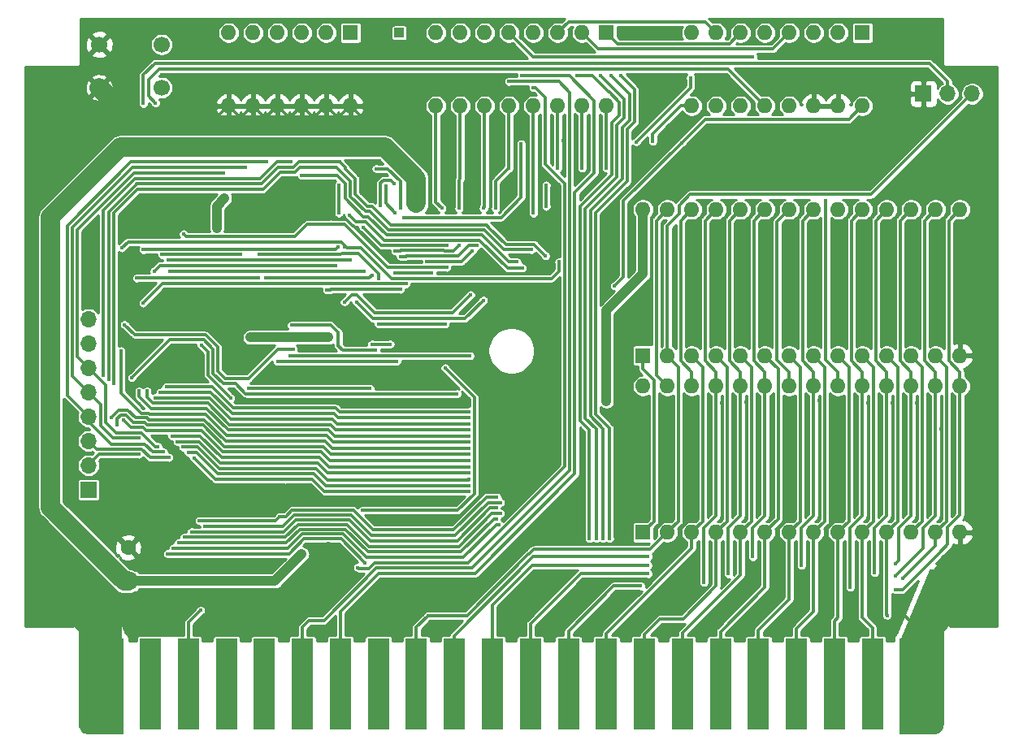
<source format=gbr>
%TF.GenerationSoftware,KiCad,Pcbnew,(5.1.10)-1*%
%TF.CreationDate,2022-08-23T18:53:09-04:00*%
%TF.ProjectId,VIC20HyperExpanderSMDRev2,56494332-3048-4797-9065-72457870616e,2*%
%TF.SameCoordinates,Original*%
%TF.FileFunction,Copper,L2,Bot*%
%TF.FilePolarity,Positive*%
%FSLAX46Y46*%
G04 Gerber Fmt 4.6, Leading zero omitted, Abs format (unit mm)*
G04 Created by KiCad (PCBNEW (5.1.10)-1) date 2022-08-23 18:53:09*
%MOMM*%
%LPD*%
G01*
G04 APERTURE LIST*
%TA.AperFunction,EtchedComponent*%
%ADD10C,0.100000*%
%TD*%
%TA.AperFunction,ComponentPad*%
%ADD11O,1.600000X1.600000*%
%TD*%
%TA.AperFunction,ComponentPad*%
%ADD12R,1.600000X1.600000*%
%TD*%
%TA.AperFunction,ConnectorPad*%
%ADD13R,2.250000X9.500000*%
%TD*%
%TA.AperFunction,ConnectorPad*%
%ADD14C,0.100000*%
%TD*%
%TA.AperFunction,ComponentPad*%
%ADD15C,1.600000*%
%TD*%
%TA.AperFunction,ComponentPad*%
%ADD16R,1.700000X1.700000*%
%TD*%
%TA.AperFunction,ComponentPad*%
%ADD17O,1.700000X1.700000*%
%TD*%
%TA.AperFunction,ComponentPad*%
%ADD18R,1.000000X1.000000*%
%TD*%
%TA.AperFunction,ComponentPad*%
%ADD19C,1.700000*%
%TD*%
%TA.AperFunction,ViaPad*%
%ADD20C,0.800000*%
%TD*%
%TA.AperFunction,ViaPad*%
%ADD21C,0.600000*%
%TD*%
%TA.AperFunction,ViaPad*%
%ADD22C,0.400000*%
%TD*%
%TA.AperFunction,Conductor*%
%ADD23C,2.000000*%
%TD*%
%TA.AperFunction,Conductor*%
%ADD24C,1.000000*%
%TD*%
%TA.AperFunction,Conductor*%
%ADD25C,0.330000*%
%TD*%
%TA.AperFunction,Conductor*%
%ADD26C,0.500000*%
%TD*%
%TA.AperFunction,Conductor*%
%ADD27C,0.300000*%
%TD*%
%TA.AperFunction,Conductor*%
%ADD28C,0.234000*%
%TD*%
%TA.AperFunction,Conductor*%
%ADD29C,0.100000*%
%TD*%
G04 APERTURE END LIST*
D10*
%TO.C,X1*%
G36*
X93806120Y-123876000D02*
G01*
X93107620Y-123876000D01*
X92663120Y-123622000D01*
X92409120Y-123177500D01*
X92409120Y-122923500D01*
X92409120Y-106794500D01*
X93806120Y-106794500D01*
X93806120Y-123876000D01*
G37*
X93806120Y-123876000D02*
X93107620Y-123876000D01*
X92663120Y-123622000D01*
X92409120Y-123177500D01*
X92409120Y-122923500D01*
X92409120Y-106794500D01*
X93806120Y-106794500D01*
X93806120Y-123876000D01*
%TD*%
D11*
%TO.P,IC3,28*%
%TO.N,+5V*%
X151130000Y-87630000D03*
%TO.P,IC3,14*%
%TO.N,GND*%
X184150000Y-102870000D03*
%TO.P,IC3,27*%
%TO.N,/EA14*%
X153670000Y-87630000D03*
%TO.P,IC3,13*%
%TO.N,/D2*%
X181610000Y-102870000D03*
%TO.P,IC3,26*%
%TO.N,/EA13*%
X156210000Y-87630000D03*
%TO.P,IC3,12*%
%TO.N,/D1*%
X179070000Y-102870000D03*
%TO.P,IC3,25*%
%TO.N,/A8*%
X158750000Y-87630000D03*
%TO.P,IC3,11*%
%TO.N,/D0*%
X176530000Y-102870000D03*
%TO.P,IC3,24*%
%TO.N,/A9*%
X161290000Y-87630000D03*
%TO.P,IC3,10*%
%TO.N,/A0*%
X173990000Y-102870000D03*
%TO.P,IC3,23*%
%TO.N,/A11*%
X163830000Y-87630000D03*
%TO.P,IC3,9*%
%TO.N,/A1*%
X171450000Y-102870000D03*
%TO.P,IC3,22*%
%TO.N,/~ROM_E*%
X166370000Y-87630000D03*
%TO.P,IC3,8*%
%TO.N,/A2*%
X168910000Y-102870000D03*
%TO.P,IC3,21*%
%TO.N,/A10*%
X168910000Y-87630000D03*
%TO.P,IC3,7*%
%TO.N,/A3*%
X166370000Y-102870000D03*
%TO.P,IC3,20*%
%TO.N,/~CS2*%
X171450000Y-87630000D03*
%TO.P,IC3,6*%
%TO.N,/A4*%
X163830000Y-102870000D03*
%TO.P,IC3,19*%
%TO.N,/D7*%
X173990000Y-87630000D03*
%TO.P,IC3,5*%
%TO.N,/A5*%
X161290000Y-102870000D03*
%TO.P,IC3,18*%
%TO.N,/D6*%
X176530000Y-87630000D03*
%TO.P,IC3,4*%
%TO.N,/A6*%
X158750000Y-102870000D03*
%TO.P,IC3,17*%
%TO.N,/D5*%
X179070000Y-87630000D03*
%TO.P,IC3,3*%
%TO.N,/A7*%
X156210000Y-102870000D03*
%TO.P,IC3,16*%
%TO.N,/D4*%
X181610000Y-87630000D03*
%TO.P,IC3,2*%
%TO.N,/A12*%
X153670000Y-102870000D03*
%TO.P,IC3,15*%
%TO.N,/D3*%
X184150000Y-87630000D03*
D12*
%TO.P,IC3,1*%
%TO.N,/EA15*%
X151130000Y-102870000D03*
%TD*%
D11*
%TO.P,IC2,28*%
%TO.N,+5V*%
X151130000Y-69215000D03*
%TO.P,IC2,14*%
%TO.N,GND*%
X184150000Y-84455000D03*
%TO.P,IC2,27*%
%TO.N,/EA14*%
X153670000Y-69215000D03*
%TO.P,IC2,13*%
%TO.N,/D2*%
X181610000Y-84455000D03*
%TO.P,IC2,26*%
%TO.N,/EA13*%
X156210000Y-69215000D03*
%TO.P,IC2,12*%
%TO.N,/D1*%
X179070000Y-84455000D03*
%TO.P,IC2,25*%
%TO.N,/A8*%
X158750000Y-69215000D03*
%TO.P,IC2,11*%
%TO.N,/D0*%
X176530000Y-84455000D03*
%TO.P,IC2,24*%
%TO.N,/A9*%
X161290000Y-69215000D03*
%TO.P,IC2,10*%
%TO.N,/A0*%
X173990000Y-84455000D03*
%TO.P,IC2,23*%
%TO.N,/A11*%
X163830000Y-69215000D03*
%TO.P,IC2,9*%
%TO.N,/A1*%
X171450000Y-84455000D03*
%TO.P,IC2,22*%
%TO.N,/~ROM_E*%
X166370000Y-69215000D03*
%TO.P,IC2,8*%
%TO.N,/A2*%
X168910000Y-84455000D03*
%TO.P,IC2,21*%
%TO.N,/A10*%
X168910000Y-69215000D03*
%TO.P,IC2,7*%
%TO.N,/A3*%
X166370000Y-84455000D03*
%TO.P,IC2,20*%
%TO.N,/~CS1*%
X171450000Y-69215000D03*
%TO.P,IC2,6*%
%TO.N,/A4*%
X163830000Y-84455000D03*
%TO.P,IC2,19*%
%TO.N,/D7*%
X173990000Y-69215000D03*
%TO.P,IC2,5*%
%TO.N,/A5*%
X161290000Y-84455000D03*
%TO.P,IC2,18*%
%TO.N,/D6*%
X176530000Y-69215000D03*
%TO.P,IC2,4*%
%TO.N,/A6*%
X158750000Y-84455000D03*
%TO.P,IC2,17*%
%TO.N,/D5*%
X179070000Y-69215000D03*
%TO.P,IC2,3*%
%TO.N,/A7*%
X156210000Y-84455000D03*
%TO.P,IC2,16*%
%TO.N,/D4*%
X181610000Y-69215000D03*
%TO.P,IC2,2*%
%TO.N,/A12*%
X153670000Y-84455000D03*
%TO.P,IC2,15*%
%TO.N,/D3*%
X184150000Y-69215000D03*
D12*
%TO.P,IC2,1*%
%TO.N,/EA15*%
X151130000Y-84455000D03*
%TD*%
D13*
%TO.P,X1,Y*%
%TO.N,Net-(X1-PadY)*%
X99794000Y-118697000D03*
%TO.P,X1,X*%
%TO.N,/~RESET*%
X103754000Y-118697000D03*
%TO.P,X1,N*%
%TO.N,/A10*%
X135434000Y-118697000D03*
%TO.P,X1,W*%
%TO.N,Net-(X1-PadW)*%
X107714000Y-118697000D03*
%TO.P,X1,V*%
%TO.N,Net-(X1-PadV)*%
X111674000Y-118697000D03*
%TO.P,X1,M*%
%TO.N,/A9*%
X139394000Y-118697000D03*
%TO.P,X1,J*%
%TO.N,/A6*%
X151274000Y-118697000D03*
%TO.P,X1,T*%
%TO.N,/~IO2*%
X119594000Y-118697000D03*
%TO.P,X1,P*%
%TO.N,/A11*%
X131474000Y-118697000D03*
%TO.P,X1,L*%
%TO.N,/A8*%
X143354000Y-118697000D03*
%TO.P,X1,F*%
%TO.N,/A4*%
X159194000Y-118697000D03*
%TO.P,X1,K*%
%TO.N,/A7*%
X147314000Y-118697000D03*
%TO.P,X1,U*%
%TO.N,/~IO3*%
X115634000Y-118697000D03*
%TO.P,X1,S*%
%TO.N,Net-(X1-PadS)*%
X123554000Y-118697000D03*
%TO.P,X1,R*%
%TO.N,/A12*%
X127514000Y-118697000D03*
%TO.P,X1,H*%
%TO.N,/A5*%
X155234000Y-118697000D03*
%TO.P,X1,E*%
%TO.N,/A3*%
X163154000Y-118697000D03*
%TO.P,X1,D*%
%TO.N,/A2*%
X167114000Y-118697000D03*
%TO.P,X1,C*%
%TO.N,/A1*%
X171074000Y-118697000D03*
%TO.P,X1,B*%
%TO.N,/A0*%
X175034000Y-118697000D03*
%TA.AperFunction,ConnectorPad*%
D14*
%TO.P,X1,Z*%
%TO.N,GND*%
G36*
X93274245Y-123946039D02*
G01*
X93268575Y-123944561D01*
X92898575Y-123824561D01*
X92889592Y-123820638D01*
X92883781Y-123816835D01*
X92593781Y-123596835D01*
X92586590Y-123590174D01*
X92579767Y-123580311D01*
X92379767Y-123200811D01*
X92376069Y-123191734D01*
X92374039Y-123179467D01*
X92364039Y-122925467D01*
X92364000Y-122923500D01*
X92364000Y-106794500D01*
X92364961Y-106784745D01*
X92367806Y-106775366D01*
X92372427Y-106766721D01*
X92378645Y-106759145D01*
X92386221Y-106752927D01*
X92394866Y-106748306D01*
X92404245Y-106745461D01*
X92414000Y-106744500D01*
X93811000Y-106744500D01*
X93820755Y-106745461D01*
X93830134Y-106748306D01*
X93838779Y-106752927D01*
X93846355Y-106759145D01*
X93852573Y-106766721D01*
X93857212Y-106775410D01*
X96819836Y-113947000D01*
X96959000Y-113947000D01*
X96959000Y-123947000D01*
X93284000Y-123947000D01*
X93274245Y-123946039D01*
G37*
%TD.AperFunction*%
%TA.AperFunction,ConnectorPad*%
%TO.P,X1,A*%
G36*
X182423755Y-106745461D02*
G01*
X182433134Y-106748306D01*
X182441779Y-106752927D01*
X182449355Y-106759145D01*
X182455573Y-106766721D01*
X182460194Y-106775366D01*
X182463039Y-106784745D01*
X182464000Y-106794500D01*
X182464000Y-122923500D01*
X182463961Y-122925467D01*
X182453961Y-123179467D01*
X182452618Y-123189176D01*
X182448233Y-123200811D01*
X182248233Y-123580311D01*
X182242836Y-123588493D01*
X182234219Y-123596835D01*
X181944219Y-123816835D01*
X181935867Y-123821965D01*
X181929425Y-123824561D01*
X181559425Y-123944561D01*
X181549850Y-123946657D01*
X181544000Y-123947000D01*
X177869000Y-123947000D01*
X177869000Y-113947000D01*
X178008164Y-113947000D01*
X180970788Y-106775410D01*
X180975400Y-106766761D01*
X180981611Y-106759178D01*
X180989182Y-106752953D01*
X180997822Y-106748324D01*
X181007199Y-106745470D01*
X181017000Y-106744500D01*
X182414000Y-106744500D01*
X182423755Y-106745461D01*
G37*
%TD.AperFunction*%
%TD*%
D12*
%TO.P,C1,1*%
%TO.N,+5V*%
X97472500Y-107950000D03*
D15*
%TO.P,C1,2*%
%TO.N,GND*%
X97472500Y-104450000D03*
%TD*%
D16*
%TO.P,JP1,1*%
%TO.N,GND*%
X180340000Y-57150000D03*
D17*
%TO.P,JP1,2*%
%TO.N,/~CS1Y*%
X182880000Y-57150000D03*
%TO.P,JP1,3*%
%TO.N,/A12*%
X185420000Y-57150000D03*
%TD*%
D11*
%TO.P,SW2,16*%
%TO.N,/~BANK0*%
X147320000Y-58420000D03*
%TO.P,SW2,8*%
%TO.N,Net-(J2-Pad1)*%
X129540000Y-50800000D03*
%TO.P,SW2,15*%
%TO.N,/~BANK1*%
X144780000Y-58420000D03*
%TO.P,SW2,7*%
%TO.N,/~IO3*%
X132080000Y-50800000D03*
%TO.P,SW2,14*%
%TO.N,/~BANK2*%
X142240000Y-58420000D03*
%TO.P,SW2,6*%
%TO.N,/~IO2*%
X134620000Y-50800000D03*
%TO.P,SW2,13*%
%TO.N,/~BANK3*%
X139700000Y-58420000D03*
%TO.P,SW2,5*%
%TO.N,/~BLK5*%
X137160000Y-50800000D03*
%TO.P,SW2,12*%
%TO.N,/~BANK4*%
X137160000Y-58420000D03*
%TO.P,SW2,4*%
%TO.N,/~CS3K*%
X139700000Y-50800000D03*
%TO.P,SW2,11*%
%TO.N,/~BANK5*%
X134620000Y-58420000D03*
%TO.P,SW2,3*%
%TO.N,/~BLK3*%
X142240000Y-50800000D03*
%TO.P,SW2,10*%
%TO.N,/~BANK6*%
X132080000Y-58420000D03*
%TO.P,SW2,2*%
%TO.N,/~BLK2*%
X144780000Y-50800000D03*
%TO.P,SW2,9*%
%TO.N,/~BANK7*%
X129540000Y-58420000D03*
D12*
%TO.P,SW2,1*%
%TO.N,/~BLK1*%
X147320000Y-50800000D03*
%TD*%
%TO.P,SW3,1*%
%TO.N,/VR~W*%
X173990000Y-50800000D03*
D11*
%TO.P,SW3,9*%
%TO.N,/~CS2*%
X156210000Y-58420000D03*
%TO.P,SW3,2*%
%TO.N,/~MEM*%
X171450000Y-50800000D03*
%TO.P,SW3,10*%
%TO.N,/~CS2*%
X158750000Y-58420000D03*
%TO.P,SW3,3*%
%TO.N,/~ROM_I*%
X168910000Y-50800000D03*
%TO.P,SW3,11*%
%TO.N,/~CS2*%
X161290000Y-58420000D03*
%TO.P,SW3,4*%
%TO.N,/~BLK2*%
X166370000Y-50800000D03*
%TO.P,SW3,12*%
%TO.N,/~CS1X*%
X163830000Y-58420000D03*
%TO.P,SW3,5*%
%TO.N,/~BLK5*%
X163830000Y-50800000D03*
%TO.P,SW3,13*%
%TO.N,/~CS1X*%
X166370000Y-58420000D03*
%TO.P,SW3,6*%
%TO.N,/~BLK1*%
X161290000Y-50800000D03*
%TO.P,SW3,14*%
%TO.N,GND*%
X168910000Y-58420000D03*
%TO.P,SW3,7*%
%TO.N,/~BLK3*%
X158750000Y-50800000D03*
%TO.P,SW3,15*%
%TO.N,GND*%
X171450000Y-58420000D03*
%TO.P,SW3,8*%
%TO.N,/~CS1X*%
X156210000Y-50800000D03*
%TO.P,SW3,16*%
%TO.N,/~PROG*%
X173990000Y-58420000D03*
%TD*%
D12*
%TO.P,SW4,1*%
%TO.N,/EA13*%
X120650000Y-50800000D03*
D11*
%TO.P,SW4,7*%
%TO.N,GND*%
X107950000Y-58420000D03*
%TO.P,SW4,2*%
%TO.N,/EA14*%
X118110000Y-50800000D03*
%TO.P,SW4,8*%
%TO.N,GND*%
X110490000Y-58420000D03*
%TO.P,SW4,3*%
%TO.N,/EA15*%
X115570000Y-50800000D03*
%TO.P,SW4,9*%
%TO.N,GND*%
X113030000Y-58420000D03*
%TO.P,SW4,4*%
%TO.N,/EA16*%
X113030000Y-50800000D03*
%TO.P,SW4,10*%
%TO.N,GND*%
X115570000Y-58420000D03*
%TO.P,SW4,5*%
%TO.N,/EA17*%
X110490000Y-50800000D03*
%TO.P,SW4,11*%
%TO.N,GND*%
X118110000Y-58420000D03*
%TO.P,SW4,6*%
%TO.N,/EA18*%
X107950000Y-50800000D03*
%TO.P,SW4,12*%
%TO.N,GND*%
X120650000Y-58420000D03*
%TD*%
D18*
%TO.P,J2,1*%
%TO.N,Net-(J2-Pad1)*%
X125730000Y-50800000D03*
%TD*%
D16*
%TO.P,J1,1*%
%TO.N,/EA13*%
X93345000Y-98425000D03*
D17*
%TO.P,J1,2*%
%TO.N,/EA14*%
X93345000Y-95885000D03*
%TO.P,J1,3*%
%TO.N,/EA15*%
X93345000Y-93345000D03*
%TO.P,J1,4*%
%TO.N,/EA16*%
X93345000Y-90805000D03*
%TO.P,J1,5*%
%TO.N,/EA17*%
X93345000Y-88265000D03*
%TO.P,J1,6*%
%TO.N,/EA18*%
X93345000Y-85725000D03*
%TO.P,J1,7*%
%TO.N,/~CS1Z*%
X93345000Y-83185000D03*
%TO.P,J1,8*%
%TO.N,/~ROM_I*%
X93345000Y-80645000D03*
%TD*%
D19*
%TO.P,SW1,4*%
%TO.N,GND*%
X94465000Y-52015000D03*
%TO.P,SW1,3*%
%TO.N,/~RESET*%
X100965000Y-52015000D03*
%TO.P,SW1,2*%
%TO.N,GND*%
X94465000Y-56515000D03*
%TO.P,SW1,1*%
%TO.N,/~RESET*%
X100965000Y-56515000D03*
%TD*%
D20*
%TO.N,+5V*%
X127508000Y-68580000D03*
X115570000Y-105156000D03*
X147334000Y-89140000D03*
D21*
X107518200Y-68046600D03*
X90006200Y-71995000D03*
X90017600Y-75692000D03*
X110172500Y-82550000D03*
X118364000Y-82550000D03*
X106719400Y-71271100D03*
D22*
%TO.N,GND*%
X179133500Y-112268000D03*
D20*
X92710000Y-106680000D03*
X182880000Y-106680000D03*
X117037500Y-108387500D03*
X118364000Y-104394000D03*
X105473500Y-60452000D03*
D21*
X102616000Y-79311500D03*
X101155500Y-81089500D03*
X107823000Y-84201000D03*
X114300000Y-79883000D03*
X120777000Y-82105500D03*
X132080000Y-82105500D03*
X127762000Y-82105500D03*
D22*
X127635000Y-62230000D03*
X137795000Y-89535000D03*
X104521000Y-68707000D03*
X112458500Y-69532500D03*
X97853500Y-69659500D03*
X93662500Y-71056500D03*
X93218000Y-73850500D03*
X94043500Y-78549500D03*
X122047000Y-89344500D03*
X109918500Y-89154000D03*
X132778500Y-89281000D03*
X153543000Y-89281000D03*
X156019500Y-89281000D03*
X158051500Y-89344500D03*
X160591500Y-89281000D03*
X159321500Y-89344500D03*
X161861500Y-89281000D03*
X163068000Y-89154000D03*
X164465000Y-89154000D03*
X166433500Y-89217500D03*
X168211500Y-89344500D03*
X169481500Y-89154000D03*
X171386500Y-89408000D03*
X173291500Y-89344500D03*
X174561500Y-89344500D03*
X175831500Y-89344500D03*
X177101500Y-89344500D03*
X178371500Y-89344500D03*
X179641500Y-89344500D03*
X180848000Y-89217500D03*
X182181500Y-92075000D03*
X183388000Y-91567000D03*
X156464000Y-77152500D03*
X158940500Y-76835000D03*
X161798000Y-76771500D03*
X163639500Y-76708000D03*
X166306500Y-76581000D03*
X168783000Y-76581000D03*
X171386500Y-76708000D03*
X154368500Y-76454000D03*
X153098500Y-76073000D03*
X147002500Y-77787500D03*
X148463000Y-71945500D03*
X148526500Y-68961000D03*
X154622500Y-61087000D03*
X151765000Y-58674000D03*
X151066500Y-64135000D03*
X151384000Y-50990500D03*
X117729000Y-112903000D03*
X122110500Y-64452500D03*
X146685000Y-61023500D03*
X145415000Y-60960000D03*
X144145000Y-61087000D03*
X142811500Y-62039500D03*
X141668500Y-62420500D03*
X148844000Y-102933500D03*
X154241500Y-104521000D03*
X144335500Y-109093000D03*
X143700500Y-102997000D03*
X132143500Y-108648500D03*
X124714000Y-109855000D03*
X121539000Y-111125000D03*
X108267500Y-110744000D03*
X102667000Y-109804000D03*
X104076500Y-106362500D03*
X101219000Y-93154500D03*
X110617000Y-84074000D03*
X109664500Y-79248000D03*
X107251500Y-77851000D03*
X101473000Y-69977000D03*
X171323000Y-98933000D03*
X170878500Y-100965000D03*
X166687500Y-99441000D03*
X166052500Y-101028500D03*
X163131500Y-100584000D03*
X160591500Y-100838000D03*
X171894500Y-97282000D03*
X129476500Y-112839500D03*
X139763500Y-109029500D03*
X147447000Y-111315500D03*
X162560000Y-107696000D03*
X167640000Y-107632500D03*
X158559500Y-111823500D03*
X162179000Y-112141000D03*
X165735000Y-112649000D03*
X169227500Y-112966500D03*
X176911000Y-112712500D03*
X156845000Y-104775000D03*
X155067000Y-110490000D03*
X152146000Y-110553500D03*
X137541000Y-113030000D03*
X125539500Y-112839500D03*
X125031500Y-78676500D03*
X141478000Y-113474500D03*
X116522500Y-83756500D03*
X153416000Y-113030000D03*
X160655000Y-104521000D03*
X159385000Y-104521000D03*
X173355000Y-107632500D03*
X172085000Y-107632500D03*
%TO.N,/A11*%
X163830000Y-94107000D03*
X151638000Y-105410000D03*
X162560000Y-105410000D03*
X132969000Y-94107000D03*
X114744500Y-93345000D03*
X95694500Y-90932000D03*
%TO.N,/A9*%
X161290000Y-94742000D03*
X151638000Y-107188000D03*
X160020000Y-107188000D03*
X132969000Y-94742000D03*
X114173000Y-93916500D03*
X96329500Y-91630500D03*
%TO.N,/A8*%
X158750000Y-95377000D03*
X150876000Y-108458000D03*
X157480000Y-108077000D03*
X132969000Y-95377000D03*
X113601500Y-94488000D03*
X96964500Y-91186000D03*
%TO.N,/EA13*%
X95440500Y-86931500D03*
X119484999Y-64258601D03*
X140970000Y-74041000D03*
%TO.N,/EA14*%
X98581479Y-94712521D03*
X96012000Y-87376000D03*
X117284500Y-64833500D03*
X139509500Y-73406000D03*
%TO.N,/EA17*%
X98609150Y-93059250D03*
X109664500Y-64833500D03*
%TO.N,/~PROG*%
X155157750Y-62257250D03*
X97853500Y-86741000D03*
X131743499Y-88411001D03*
X148170010Y-77177010D03*
%TO.N,/EA18*%
X100580000Y-93920500D03*
X107378500Y-65405000D03*
%TO.N,/EA16*%
X101155500Y-94488000D03*
X111887000Y-64262000D03*
%TO.N,/EA15*%
X101727000Y-95059500D03*
X94869000Y-86461600D03*
X114401600Y-64262000D03*
X115570000Y-65650000D03*
X137985500Y-74676000D03*
%TO.N,/A12*%
X101600000Y-105092500D03*
X122174000Y-106045000D03*
X109029500Y-105092500D03*
X128714500Y-111569500D03*
%TO.N,/A7*%
X123253500Y-105473500D03*
X102171500Y-104521000D03*
X109601000Y-104521000D03*
X136080500Y-102044500D03*
%TO.N,/A6*%
X135826500Y-101473000D03*
X102743000Y-103949500D03*
X110172500Y-103949500D03*
X124714000Y-104902000D03*
%TO.N,/A5*%
X103314500Y-103378000D03*
X110744000Y-103378000D03*
X125476000Y-104330500D03*
X136271000Y-100901500D03*
%TO.N,/A4*%
X135826500Y-100330000D03*
X104076500Y-102806500D03*
X111315500Y-102806500D03*
X125857000Y-103759000D03*
%TO.N,/A3*%
X111887000Y-102235000D03*
X126238000Y-103187500D03*
X105473500Y-102235000D03*
X136271000Y-99758500D03*
%TO.N,/A2*%
X135890000Y-99187000D03*
X113284000Y-101219000D03*
X126619000Y-102616000D03*
X104902000Y-101663500D03*
%TO.N,/A1*%
X132969000Y-98615500D03*
X113855500Y-97345500D03*
X104330500Y-95123000D03*
%TO.N,/A0*%
X132969000Y-97980500D03*
X114046000Y-96774000D03*
X103759000Y-94551500D03*
%TO.N,/D0*%
X176548523Y-111524523D03*
X132969000Y-97345500D03*
X114427000Y-96202500D03*
X103187500Y-93980000D03*
%TO.N,/D1*%
X132996440Y-96683060D03*
X114935000Y-95631000D03*
X102616000Y-93408500D03*
%TO.N,/D2*%
X178181000Y-107696000D03*
X133002748Y-96041752D03*
X115443000Y-95059500D03*
X102044500Y-92837000D03*
%TO.N,/D3*%
X177419000Y-108839000D03*
X132969000Y-90297000D03*
X118237000Y-89916000D03*
X101473000Y-87693500D03*
%TO.N,/D4*%
X177419000Y-107442000D03*
X181610000Y-90932000D03*
X132969000Y-90932000D03*
X117665500Y-90487500D03*
X100838000Y-88265000D03*
%TO.N,/D5*%
X177419000Y-106172000D03*
X179070000Y-91567000D03*
X132969000Y-91567000D03*
X117030500Y-91059000D03*
X100266500Y-88836500D03*
%TO.N,/D6*%
X175260000Y-107061000D03*
X176530000Y-92202000D03*
X132969000Y-92202000D03*
X116459000Y-91630500D03*
X99441000Y-88138000D03*
%TO.N,/D7*%
X172720000Y-108585000D03*
X173990000Y-92837000D03*
X132969000Y-92837000D03*
X115887500Y-92202000D03*
X98615500Y-88138000D03*
%TO.N,/~ROM_I*%
X156083000Y-55499000D03*
X150431500Y-62166500D03*
X97091500Y-81216500D03*
X114681000Y-83820000D03*
X119443500Y-69596000D03*
X119443500Y-66675000D03*
%TO.N,/A10*%
X168910000Y-93472000D03*
X151638000Y-106299000D03*
X167640000Y-106299000D03*
X132969000Y-93472000D03*
X115316000Y-92773500D03*
X96710500Y-83947000D03*
%TO.N,/~CS1*%
X96837500Y-73215500D03*
X120000000Y-73137000D03*
X142367000Y-74676000D03*
%TO.N,/~ROM_E*%
X120523000Y-69786500D03*
X138557000Y-75311000D03*
X165100000Y-71628000D03*
%TO.N,/~CS2*%
X152146000Y-62103000D03*
X170180000Y-68326000D03*
%TO.N,/~CSRAM1*%
X133096000Y-84455000D03*
X114363500Y-84455000D03*
%TO.N,/~MEM*%
X123317000Y-64960500D03*
X125857000Y-69088000D03*
X124132001Y-85036999D03*
X125465501Y-85036999D03*
X113040499Y-85036999D03*
%TO.N,/VR~W*%
X110005000Y-87861000D03*
X122659000Y-87861000D03*
X122872500Y-83248500D03*
X138430000Y-62357000D03*
X126174500Y-70040500D03*
X124777500Y-83248500D03*
%TO.N,/RA14A*%
X108140500Y-88836500D03*
X105092500Y-83375500D03*
%TO.N,/RA14B*%
X121856500Y-100584000D03*
X130492500Y-85725000D03*
X111140000Y-73907510D03*
X123571000Y-76390500D03*
X123571000Y-81153000D03*
X130492500Y-81153000D03*
%TO.N,/RA13B*%
X123253500Y-83883500D03*
X114490500Y-81280000D03*
%TO.N,/~CSRAM2*%
X133340978Y-73542022D03*
X128587500Y-74676000D03*
%TO.N,/~CS1Y*%
X99060000Y-58166000D03*
%TO.N,/~BANK0*%
X147320000Y-64897000D03*
X124333000Y-66738500D03*
X125285500Y-69532500D03*
X125285500Y-75819000D03*
X129095500Y-75819000D03*
%TO.N,/~BANK1*%
X144780000Y-64897000D03*
X103251000Y-71755000D03*
X125222000Y-66548000D03*
X118554500Y-70739000D03*
X123761500Y-68770500D03*
X130683000Y-75247500D03*
%TO.N,/~BANK2*%
X142240000Y-64897000D03*
X141033500Y-66675000D03*
X120000000Y-78852000D03*
X133159500Y-78105000D03*
X141033500Y-68897500D03*
%TO.N,/~BANK3*%
X139700000Y-64897000D03*
X134493000Y-78676500D03*
X121266477Y-78885523D03*
X139700000Y-69596000D03*
%TO.N,/~BANK4*%
X135763000Y-69088000D03*
X137160000Y-64897000D03*
%TO.N,/~BANK5*%
X134493000Y-69088000D03*
X134620000Y-64897000D03*
X99030000Y-78964000D03*
X126428500Y-76962000D03*
X125857000Y-74104500D03*
X133842479Y-72977021D03*
%TO.N,/~BANK6*%
X131953000Y-69088000D03*
X132080000Y-64897000D03*
X118173500Y-77597000D03*
X125857000Y-77533500D03*
X131953000Y-72977021D03*
X125285500Y-73533000D03*
%TO.N,/~BANK7*%
X130175000Y-69088000D03*
X129540000Y-64897000D03*
X121950000Y-71050010D03*
X130683000Y-72977021D03*
%TO.N,/~IO3*%
X137160000Y-55880000D03*
%TO.N,/~IO2*%
X138493500Y-55245000D03*
%TO.N,/~BLK5*%
X162560000Y-53340000D03*
X145542000Y-103505000D03*
X144272000Y-55245000D03*
X142367000Y-53340000D03*
%TO.N,/~CS3K*%
X121378500Y-106523000D03*
X139700000Y-56515000D03*
%TO.N,/~BLK3*%
X146240500Y-103505000D03*
X146685000Y-55245000D03*
%TO.N,/~BLK2*%
X146939000Y-103505000D03*
X147764500Y-55245000D03*
%TO.N,/~BLK1*%
X147637500Y-103505000D03*
X148780500Y-55245000D03*
%TO.N,/~CS1X*%
X156210000Y-54610000D03*
X100330000Y-58102500D03*
%TO.N,/~RESET*%
X105029000Y-110998000D03*
%TO.N,Net-(U1-Pad13)*%
X99060000Y-73406000D03*
X119316500Y-73145510D03*
%TO.N,Net-(U1-Pad8)*%
X111790000Y-76360500D03*
X122872500Y-76073000D03*
%TO.N,Net-(U1-Pad6)*%
X101854000Y-75692000D03*
X122047000Y-75692000D03*
X110299500Y-75692000D03*
%TO.N,Net-(U1-Pad4)*%
X101630000Y-74455500D03*
X120620000Y-74455500D03*
%TO.N,Net-(U1-Pad2)*%
X100177600Y-75666600D03*
X119126000Y-75057000D03*
X112395000Y-75057000D03*
%TO.N,Net-(U3-Pad1)*%
X98380000Y-76372000D03*
X111043000Y-76372000D03*
%TO.N,Net-(U3-Pad10)*%
X109192701Y-73907510D03*
X100980000Y-73907510D03*
%TD*%
D23*
%TO.N,+5V*%
X127508000Y-68580000D02*
X127508000Y-68580000D01*
D24*
X112776000Y-107950000D02*
X115570000Y-105156000D01*
X97472500Y-107950000D02*
X112776000Y-107950000D01*
X151130000Y-69215000D02*
X151130000Y-75946000D01*
X151130000Y-75946000D02*
X147320000Y-79756000D01*
X147320000Y-79756000D02*
X147320000Y-89217500D01*
D25*
X107518200Y-68046600D02*
X107518200Y-68046600D01*
D24*
X110172500Y-82550000D02*
X118364000Y-82550000D01*
X118364000Y-82550000D02*
X118364000Y-82550000D01*
D26*
X106719400Y-71271100D02*
X106719400Y-68845400D01*
D24*
X107518200Y-68046600D02*
X106719400Y-68845400D01*
X106719400Y-70397400D02*
X106719400Y-71185480D01*
X106719400Y-68845400D02*
X106719400Y-70397400D01*
X106719400Y-70397400D02*
X106719400Y-71121980D01*
D23*
X97091282Y-107950000D02*
X89408000Y-100266718D01*
X89408000Y-69977000D02*
X96647000Y-62738000D01*
X89408000Y-100266718D02*
X89408000Y-69977000D01*
X96647000Y-62738000D02*
X124231417Y-62738000D01*
X124231417Y-62738000D02*
X127508000Y-66014583D01*
X97472500Y-107950000D02*
X97091282Y-107950000D01*
X127508000Y-66014583D02*
X127508000Y-66014583D01*
X127508000Y-66014583D02*
X127508000Y-68580000D01*
%TO.N,GND*%
X95834000Y-118947000D02*
X95834000Y-109804000D01*
X95834000Y-109804000D02*
X92710000Y-106680000D01*
X92710000Y-106680000D02*
X92710000Y-106680000D01*
X178994000Y-115242693D02*
X182245000Y-111991693D01*
X178994000Y-118947000D02*
X178994000Y-115242693D01*
X182245000Y-111991693D02*
X182245000Y-107315000D01*
X182245000Y-107315000D02*
X182880000Y-106680000D01*
X182880000Y-106680000D02*
X182880000Y-106680000D01*
D25*
X105918000Y-60452000D02*
X107950000Y-58420000D01*
X108712000Y-60198000D02*
X108712000Y-60452000D01*
X110490000Y-58420000D02*
X108712000Y-60198000D01*
D23*
X108712000Y-60452000D02*
X105918000Y-60452000D01*
D25*
X113030000Y-58420000D02*
X111379000Y-60071000D01*
X111379000Y-60071000D02*
X111379000Y-60452000D01*
X115570000Y-58420000D02*
X113919000Y-60071000D01*
X113919000Y-60071000D02*
X113919000Y-60452000D01*
X116078000Y-60452000D02*
X115951000Y-60452000D01*
X118110000Y-58420000D02*
X116078000Y-60452000D01*
X120650000Y-58420000D02*
X118618000Y-60452000D01*
X120650000Y-58420000D02*
X122682000Y-60452000D01*
X119634000Y-59944000D02*
X119634000Y-60452000D01*
X118110000Y-58420000D02*
X119634000Y-59944000D01*
D23*
X119634000Y-60452000D02*
X118618000Y-60452000D01*
X122682000Y-60452000D02*
X119634000Y-60452000D01*
D25*
X117602000Y-60452000D02*
X118110000Y-60452000D01*
X115570000Y-58420000D02*
X117602000Y-60452000D01*
D23*
X118110000Y-60452000D02*
X115951000Y-60452000D01*
X118618000Y-60452000D02*
X118110000Y-60452000D01*
D25*
X115062000Y-60452000D02*
X115443000Y-60452000D01*
X113030000Y-58420000D02*
X115062000Y-60452000D01*
D23*
X115443000Y-60452000D02*
X113919000Y-60452000D01*
X115951000Y-60452000D02*
X115443000Y-60452000D01*
D25*
X112522000Y-60452000D02*
X113030000Y-60452000D01*
X110490000Y-58420000D02*
X112522000Y-60452000D01*
D23*
X113030000Y-60452000D02*
X111379000Y-60452000D01*
X113919000Y-60452000D02*
X113030000Y-60452000D01*
D25*
X109474000Y-59944000D02*
X109474000Y-60452000D01*
X107950000Y-58420000D02*
X109474000Y-59944000D01*
D23*
X109474000Y-60452000D02*
X108712000Y-60452000D01*
X111379000Y-60452000D02*
X109474000Y-60452000D01*
X98402000Y-60452000D02*
X94465000Y-56515000D01*
X105918000Y-60452000D02*
X105473500Y-60452000D01*
D24*
X95834000Y-109804000D02*
X102667000Y-109804000D01*
X113462000Y-109804000D02*
X115621000Y-109804000D01*
X115621000Y-109804000D02*
X117030500Y-108394500D01*
X117437499Y-107987501D02*
X117437499Y-105384001D01*
X117037500Y-108387500D02*
X117437499Y-107987501D01*
X117437499Y-105384001D02*
X118300500Y-104521000D01*
X118300500Y-104521000D02*
X118364000Y-104457500D01*
X118364000Y-104457500D02*
X118364000Y-104394000D01*
D23*
X105473500Y-60452000D02*
X98402000Y-60452000D01*
D24*
X101155500Y-80772000D02*
X102616000Y-79311500D01*
X101155500Y-81089500D02*
X101155500Y-80772000D01*
X102616000Y-79311500D02*
X104457500Y-79311500D01*
X104457500Y-79311500D02*
X104775000Y-79311500D01*
X107823000Y-82359500D02*
X107823000Y-84201000D01*
X107823000Y-84201000D02*
X107823000Y-84201000D01*
X107823000Y-82359500D02*
X107823000Y-82169000D01*
X108585000Y-81407000D02*
X108743750Y-81248250D01*
X107823000Y-82169000D02*
X108743750Y-81248250D01*
X104775000Y-79311500D02*
X106870500Y-81407000D01*
X106870500Y-81407000D02*
X108585000Y-81407000D01*
X106870500Y-81407000D02*
X107823000Y-82359500D01*
X110109000Y-79883000D02*
X108743750Y-81248250D01*
X114300000Y-79883000D02*
X114300000Y-79883000D01*
X114300000Y-79883000D02*
X110109000Y-79883000D01*
X120777000Y-82105500D02*
X123380500Y-82105500D01*
X123380500Y-82105500D02*
X132080000Y-82105500D01*
X132080000Y-82105500D02*
X132080000Y-82105500D01*
X114300000Y-79883000D02*
X114808000Y-80391000D01*
X120666808Y-82105500D02*
X120777000Y-82105500D01*
X118952308Y-80391000D02*
X120666808Y-82105500D01*
X114808000Y-80391000D02*
X118952308Y-80391000D01*
D23*
X95834000Y-115294688D02*
X92299312Y-111760000D01*
X95834000Y-118947000D02*
X95834000Y-115294688D01*
X92299312Y-111760000D02*
X91440000Y-111760000D01*
X92710000Y-110490000D02*
X92710000Y-106680000D01*
X91440000Y-111760000D02*
X92710000Y-110490000D01*
D24*
X102667000Y-109804000D02*
X113462000Y-109804000D01*
D27*
X178994000Y-112407500D02*
X179133500Y-112268000D01*
X178994000Y-118947000D02*
X178994000Y-112407500D01*
X178994000Y-118947000D02*
X178994000Y-112192000D01*
X178994000Y-112192000D02*
X178244500Y-111442500D01*
D25*
%TO.N,/A11*%
X162664999Y-70380001D02*
X163830000Y-69215000D01*
X162664999Y-85014201D02*
X162664999Y-70380001D01*
X163830000Y-86179202D02*
X162664999Y-85014201D01*
X163830000Y-87630000D02*
X163830000Y-86179202D01*
X151638000Y-105410000D02*
X151638000Y-105410000D01*
X163830000Y-101145798D02*
X163830000Y-87630000D01*
X162560000Y-102415798D02*
X163830000Y-101145798D01*
X162560000Y-105410000D02*
X162560000Y-102415798D01*
X139700000Y-105410000D02*
X151638000Y-105410000D01*
X131474000Y-113636000D02*
X139700000Y-105410000D01*
X131474000Y-118697000D02*
X131474000Y-113636000D01*
D27*
X117983000Y-93345000D02*
X118745000Y-94107000D01*
X105398220Y-91122500D02*
X107620722Y-93345000D01*
X99425251Y-90939989D02*
X99607762Y-91122500D01*
X98239613Y-90939989D02*
X99425251Y-90939989D01*
X97435612Y-90135988D02*
X98239613Y-90939989D01*
X96493388Y-90135988D02*
X97435612Y-90135988D01*
X107620722Y-93345000D02*
X117983000Y-93345000D01*
X95697376Y-90932000D02*
X96493388Y-90135988D01*
X118745000Y-94107000D02*
X132969000Y-94107000D01*
X99607762Y-91122500D02*
X105398220Y-91122500D01*
X95694500Y-90932000D02*
X95697376Y-90932000D01*
D25*
%TO.N,/A9*%
X160124999Y-70380001D02*
X161290000Y-69215000D01*
X160124999Y-85014201D02*
X160124999Y-70380001D01*
X161290000Y-86179202D02*
X160124999Y-85014201D01*
X161290000Y-87630000D02*
X161290000Y-86179202D01*
X139394000Y-118697000D02*
X139394000Y-112447000D01*
X139394000Y-112447000D02*
X144653000Y-107188000D01*
X144653000Y-107188000D02*
X150495000Y-107188000D01*
X150495000Y-107188000D02*
X151638000Y-107188000D01*
X151638000Y-107188000D02*
X151638000Y-107188000D01*
X161290000Y-101145798D02*
X161290000Y-87630000D01*
X160020000Y-102415798D02*
X161290000Y-101145798D01*
X160020000Y-107188000D02*
X160020000Y-102415798D01*
D27*
X96329500Y-91006998D02*
X96329500Y-91630500D01*
X97228501Y-90635999D02*
X96700499Y-90635999D01*
X98032502Y-91440000D02*
X97228501Y-90635999D01*
X99218142Y-91440000D02*
X98032502Y-91440000D01*
X99472142Y-91694000D02*
X99218142Y-91440000D01*
X105262600Y-91694000D02*
X99472142Y-91694000D01*
X107485100Y-93916500D02*
X105262600Y-91694000D01*
X96700499Y-90635999D02*
X96329500Y-91006998D01*
X117792500Y-93916500D02*
X107485100Y-93916500D01*
X118618000Y-94742000D02*
X117792500Y-93916500D01*
X132969000Y-94742000D02*
X118618000Y-94742000D01*
D25*
%TO.N,/A8*%
X157584999Y-70380001D02*
X158750000Y-69215000D01*
X157584999Y-85014201D02*
X157584999Y-70380001D01*
X158750000Y-86179202D02*
X157584999Y-85014201D01*
X158750000Y-87630000D02*
X158750000Y-86179202D01*
X150876000Y-108458000D02*
X150876000Y-108458000D01*
X158750000Y-101145798D02*
X158750000Y-87630000D01*
X157480000Y-102415798D02*
X158750000Y-101145798D01*
X157480000Y-108077000D02*
X157480000Y-102415798D01*
X148082000Y-108458000D02*
X150876000Y-108458000D01*
X143354000Y-113186000D02*
X148082000Y-108458000D01*
X143354000Y-118697000D02*
X143354000Y-113186000D01*
D27*
X118491000Y-95377000D02*
X132969000Y-95377000D01*
X107349480Y-94488000D02*
X117602000Y-94488000D01*
X105126980Y-92265500D02*
X107349480Y-94488000D01*
X99336522Y-92265500D02*
X105126980Y-92265500D01*
X99019022Y-91948000D02*
X99336522Y-92265500D01*
X117602000Y-94488000D02*
X118491000Y-95377000D01*
X97726500Y-91948000D02*
X99019022Y-91948000D01*
X96964500Y-91186000D02*
X97726500Y-91948000D01*
D25*
%TO.N,/EA13*%
X155044999Y-70380001D02*
X156210000Y-69215000D01*
X155044999Y-85014201D02*
X155044999Y-70380001D01*
X156210000Y-86179202D02*
X155044999Y-85014201D01*
X156210000Y-87630000D02*
X156210000Y-86179202D01*
D27*
X95440500Y-86931500D02*
X95440500Y-80264000D01*
X95440500Y-80264000D02*
X95440500Y-69469000D01*
X95440500Y-69469000D02*
X95440500Y-69439980D01*
X95440500Y-69439980D02*
X98219990Y-66660490D01*
X98219990Y-66660490D02*
X98332480Y-66548000D01*
X98332480Y-66548000D02*
X111387620Y-66548000D01*
X111387620Y-66548000D02*
X113102120Y-64833500D01*
X113102120Y-64833500D02*
X114681000Y-64833500D01*
X114681000Y-64833500D02*
X115252500Y-64262000D01*
X115252500Y-64262000D02*
X119507000Y-64262000D01*
D25*
X120078500Y-64852102D02*
X119484999Y-64258601D01*
X120078500Y-64985407D02*
X120078500Y-64852102D01*
X121138520Y-66045426D02*
X120078500Y-64985407D01*
X122400562Y-68894970D02*
X121138520Y-67632928D01*
X121138520Y-67632928D02*
X121138520Y-66045426D01*
X122896111Y-68894970D02*
X122400562Y-68894970D01*
X122896111Y-68894970D02*
X123206584Y-69205445D01*
X123206584Y-69205445D02*
X124823119Y-70821980D01*
X134817527Y-70821980D02*
X135128000Y-71132454D01*
X133775020Y-70821980D02*
X134817527Y-70821980D01*
X124823119Y-70821980D02*
X133775020Y-70821980D01*
X135128000Y-71132454D02*
X136830046Y-72834500D01*
X139774202Y-72834500D02*
X140970000Y-74030298D01*
X136830046Y-72834500D02*
X139774202Y-72834500D01*
%TO.N,/EA14*%
X152504999Y-70380001D02*
X153670000Y-69215000D01*
X152504999Y-86464999D02*
X152504999Y-70380001D01*
X153670000Y-87630000D02*
X152504999Y-86464999D01*
D27*
X94453979Y-94712521D02*
X98517979Y-94712521D01*
X93345000Y-95821500D02*
X94453979Y-94712521D01*
X93345000Y-95885000D02*
X93345000Y-95821500D01*
X98517979Y-94712521D02*
X98581479Y-94712521D01*
X96012000Y-87376000D02*
X96012000Y-80264000D01*
X96012000Y-80264000D02*
X96012000Y-69575600D01*
X96012000Y-69575600D02*
X98468100Y-67119500D01*
X98468100Y-67119500D02*
X111523240Y-67119500D01*
X111523240Y-67119500D02*
X113309230Y-65333510D01*
X114888110Y-65333510D02*
X114888112Y-65333508D01*
X113309230Y-65333510D02*
X114888110Y-65333510D01*
X114888112Y-65333508D02*
X115388120Y-64833500D01*
X115388120Y-64833500D02*
X117284500Y-64833500D01*
X117284500Y-64833500D02*
X117284500Y-64833500D01*
D25*
X119177047Y-64833500D02*
X118618000Y-64833500D01*
X120608510Y-66264963D02*
X119177047Y-64833500D01*
X120608510Y-67852464D02*
X120608510Y-66264963D01*
X122181026Y-69424980D02*
X120608510Y-67852464D01*
X122676574Y-69424980D02*
X122181026Y-69424980D01*
X117284500Y-64833500D02*
X118618000Y-64833500D01*
X122676574Y-69424980D02*
X122676574Y-69424981D01*
X122676574Y-69424981D02*
X124603583Y-71351990D01*
X124603583Y-71351990D02*
X133391490Y-71351990D01*
X133391490Y-71351990D02*
X134597990Y-71351990D01*
X134597990Y-71351990D02*
X136652000Y-73406000D01*
X136652000Y-73406000D02*
X138938000Y-73406000D01*
X138938000Y-73406000D02*
X139509500Y-73406000D01*
X139509500Y-73406000D02*
X139509500Y-73406000D01*
D27*
%TO.N,/EA17*%
X93345000Y-88265000D02*
X93345000Y-88900000D01*
X95916750Y-93059250D02*
X98609150Y-93059250D01*
X94615000Y-91757500D02*
X95916750Y-93059250D01*
X94615000Y-89535000D02*
X94615000Y-91757500D01*
X93345000Y-88265000D02*
X94615000Y-89535000D01*
X91644989Y-86564989D02*
X91644989Y-84732109D01*
X93345000Y-88265000D02*
X91644989Y-86564989D01*
X91644989Y-84732109D02*
X91644989Y-79781400D01*
X91644989Y-79781400D02*
X91644989Y-71114131D01*
X91644989Y-71114131D02*
X97925620Y-64833500D01*
X97925620Y-64833500D02*
X109664500Y-64833500D01*
X109664500Y-64833500D02*
X109664500Y-64833500D01*
D25*
%TO.N,/~PROG*%
X173990000Y-58420000D02*
X172593000Y-59817000D01*
X157598000Y-59817000D02*
X155157750Y-62257250D01*
X172593000Y-59817000D02*
X157598000Y-59817000D01*
D27*
X109683501Y-88411001D02*
X130409999Y-88411001D01*
X108648500Y-87376000D02*
X109683501Y-88411001D01*
X107387120Y-87376000D02*
X108648500Y-87376000D01*
X106299000Y-83767998D02*
X106299000Y-86287880D01*
X105335002Y-82804000D02*
X106299000Y-83767998D01*
X101790500Y-82804000D02*
X105335002Y-82804000D01*
X106299000Y-86287880D02*
X107387120Y-87376000D01*
X97853500Y-86741000D02*
X101790500Y-82804000D01*
X130409999Y-88411001D02*
X131743499Y-88411001D01*
X131743499Y-88411001D02*
X131743499Y-88411001D01*
X148170010Y-77177010D02*
X149083520Y-76263500D01*
X149083520Y-68331480D02*
X155157750Y-62257250D01*
X149083520Y-76263500D02*
X149083520Y-68331480D01*
%TO.N,/EA18*%
X92144999Y-84524999D02*
X92144999Y-79787601D01*
X93345000Y-85725000D02*
X92144999Y-84524999D01*
X95123000Y-87503000D02*
X93345000Y-85725000D01*
X98873151Y-92509249D02*
X96192249Y-92509249D01*
X95123000Y-91440000D02*
X95123000Y-87503000D01*
X96192249Y-92509249D02*
X95123000Y-91440000D01*
X100284402Y-93920500D02*
X98873151Y-92509249D01*
X100580000Y-93920500D02*
X100284402Y-93920500D01*
X92144999Y-79787601D02*
X92144999Y-71321241D01*
X92144999Y-71321241D02*
X98061240Y-65405000D01*
X98061240Y-65405000D02*
X107378500Y-65405000D01*
X107378500Y-65405000D02*
X107378500Y-65405000D01*
%TO.N,/EA16*%
X100012500Y-94488000D02*
X101155500Y-94488000D01*
X99187000Y-93662500D02*
X100012500Y-94488000D01*
X95694500Y-93662500D02*
X99187000Y-93662500D01*
X93345000Y-91313000D02*
X95694500Y-93662500D01*
X93345000Y-90805000D02*
X93345000Y-91313000D01*
X93345000Y-90805000D02*
X91144979Y-88604979D01*
X91144979Y-88604979D02*
X91144979Y-84939219D01*
X91144979Y-84939219D02*
X91144979Y-79806800D01*
X91144979Y-79806800D02*
X91144979Y-70907021D01*
X91144979Y-70907021D02*
X97790000Y-64262000D01*
X97790000Y-64262000D02*
X111887000Y-64262000D01*
X111887000Y-64262000D02*
X111887000Y-64262000D01*
D25*
%TO.N,/EA15*%
X151130000Y-85839546D02*
X151130000Y-84455000D01*
X152295001Y-87004547D02*
X151130000Y-85839546D01*
X152295001Y-101704999D02*
X152295001Y-87004547D01*
X151130000Y-102870000D02*
X152295001Y-101704999D01*
D27*
X99758500Y-95059500D02*
X101727000Y-95059500D01*
X98861511Y-94162511D02*
X99758500Y-95059500D01*
X94162511Y-94162511D02*
X98861511Y-94162511D01*
X93345000Y-93345000D02*
X94162511Y-94162511D01*
X94869000Y-86461600D02*
X94869000Y-80264000D01*
X94869000Y-80264000D02*
X94869000Y-69304360D01*
X94869000Y-69304360D02*
X98196860Y-65976500D01*
X98196860Y-65976500D02*
X111252000Y-65976500D01*
X111252000Y-65976500D02*
X112966500Y-64262000D01*
X112966500Y-64262000D02*
X114401600Y-64262000D01*
X114401600Y-64262000D02*
X114427000Y-64262000D01*
D25*
X120078500Y-68072000D02*
X120078500Y-66484500D01*
X121961490Y-69954990D02*
X120078500Y-68072000D01*
X122457037Y-69954990D02*
X121961490Y-69954990D01*
X124384047Y-71882000D02*
X122457037Y-69954990D01*
X119244000Y-65650000D02*
X115570000Y-65650000D01*
X120078500Y-66484500D02*
X119244000Y-65650000D01*
X134333207Y-71882000D02*
X134643680Y-72192474D01*
X133667500Y-71882000D02*
X134333207Y-71882000D01*
X133667500Y-71882000D02*
X124384047Y-71882000D01*
X134643680Y-72192474D02*
X137127206Y-74676000D01*
X137127206Y-74676000D02*
X137985500Y-74676000D01*
X137985500Y-74676000D02*
X137985500Y-74676000D01*
%TO.N,/A12*%
X154835001Y-85620001D02*
X153670000Y-84455000D01*
X154835001Y-101704999D02*
X154835001Y-85620001D01*
X153670000Y-102870000D02*
X154835001Y-101704999D01*
X154940000Y-69669202D02*
X154940000Y-68760798D01*
X153670000Y-70939202D02*
X154940000Y-69669202D01*
X153670000Y-84455000D02*
X153670000Y-70939202D01*
D27*
X119672990Y-103543990D02*
X115785010Y-103543990D01*
X122174000Y-106045000D02*
X119672990Y-103543990D01*
X115785010Y-103543990D02*
X114236500Y-105092500D01*
X114236500Y-105092500D02*
X109029500Y-105092500D01*
X109029500Y-105092500D02*
X101600000Y-105092500D01*
D25*
X153670000Y-102870000D02*
X151892000Y-104648000D01*
X127514000Y-112770000D02*
X127514000Y-118697000D01*
D27*
X127514000Y-112770000D02*
X128714500Y-111569500D01*
X139733666Y-104648000D02*
X139954000Y-104648000D01*
X139192000Y-105156000D02*
X139225666Y-105156000D01*
X132778500Y-111569500D02*
X139192000Y-105156000D01*
X128714500Y-111569500D02*
X132778500Y-111569500D01*
X139225666Y-105156000D02*
X139733666Y-104648000D01*
D25*
X151892000Y-104648000D02*
X139954000Y-104648000D01*
X156046399Y-67654399D02*
X174915601Y-67654399D01*
X154940000Y-68760798D02*
X156046399Y-67654399D01*
X174915601Y-67654399D02*
X185420000Y-57150000D01*
%TO.N,/A7*%
X157375001Y-101704999D02*
X157375001Y-85620001D01*
X157375001Y-85620001D02*
X156210000Y-84455000D01*
X156210000Y-102870000D02*
X157375001Y-101704999D01*
D27*
X132397500Y-105473500D02*
X123253500Y-105473500D01*
X135826500Y-102044500D02*
X132397500Y-105473500D01*
X102171500Y-104521000D02*
X102171500Y-104521000D01*
X109664500Y-104521000D02*
X102171500Y-104521000D01*
X114100880Y-104521000D02*
X109664500Y-104521000D01*
X119880100Y-103043980D02*
X115577900Y-103043980D01*
X115577900Y-103043980D02*
X114100880Y-104521000D01*
X122309620Y-105473500D02*
X119880100Y-103043980D01*
X123253500Y-105473500D02*
X122309620Y-105473500D01*
D25*
X156210000Y-104521000D02*
X156210000Y-102870000D01*
X147314000Y-113417000D02*
X156210000Y-104521000D01*
X147314000Y-118697000D02*
X147314000Y-113417000D01*
D27*
X135826500Y-102044500D02*
X136080500Y-102044500D01*
D25*
%TO.N,/A6*%
X159915001Y-85620001D02*
X158750000Y-84455000D01*
X159915001Y-101704999D02*
X159915001Y-85620001D01*
X158750000Y-102870000D02*
X159915001Y-101704999D01*
X158750000Y-108458000D02*
X158750000Y-106045000D01*
X155321000Y-111887000D02*
X158750000Y-108458000D01*
X152908000Y-111887000D02*
X155321000Y-111887000D01*
X151274000Y-113521000D02*
X152908000Y-111887000D01*
X158750000Y-106045000D02*
X158750000Y-102870000D01*
X151274000Y-118697000D02*
X151274000Y-113521000D01*
D27*
X135826500Y-101473000D02*
X135572500Y-101473000D01*
X135572500Y-101473000D02*
X132143500Y-104902000D01*
X132143500Y-104902000D02*
X123126500Y-104902000D01*
X123126500Y-104902000D02*
X122445240Y-104902000D01*
X122445240Y-104902000D02*
X120087210Y-102543970D01*
X115370790Y-102543970D02*
X113965260Y-103949500D01*
X120087210Y-102543970D02*
X115370790Y-102543970D01*
X113965260Y-103949500D02*
X108902500Y-103949500D01*
X108902500Y-103949500D02*
X106172000Y-103949500D01*
X106172000Y-103949500D02*
X102743000Y-103949500D01*
X102743000Y-103949500D02*
X102743000Y-103949500D01*
D25*
%TO.N,/A5*%
X155234000Y-118697000D02*
X155234000Y-113371000D01*
X161290000Y-107315000D02*
X161290000Y-102870000D01*
X155234000Y-113371000D02*
X161290000Y-107315000D01*
X162455001Y-85620001D02*
X161290000Y-84455000D01*
X162455001Y-101704999D02*
X162455001Y-85620001D01*
X161290000Y-102870000D02*
X162455001Y-101704999D01*
D27*
X113829640Y-103378000D02*
X103314500Y-103378000D01*
X115163680Y-102043960D02*
X113829640Y-103378000D01*
X122580860Y-104330500D02*
X120294320Y-102043960D01*
X120294320Y-102043960D02*
X115163680Y-102043960D01*
X131953000Y-104330500D02*
X122580860Y-104330500D01*
X135382000Y-100901500D02*
X131953000Y-104330500D01*
X135382000Y-100901500D02*
X136271000Y-100901500D01*
D25*
%TO.N,/A4*%
X159194000Y-118697000D02*
X159194000Y-113221000D01*
X163830000Y-108585000D02*
X163830000Y-102870000D01*
X159194000Y-113221000D02*
X163830000Y-108585000D01*
X165204999Y-85829999D02*
X163830000Y-84455000D01*
X165204999Y-101495001D02*
X165204999Y-85829999D01*
X163830000Y-102870000D02*
X165204999Y-101495001D01*
D27*
X135826500Y-100330000D02*
X135191500Y-100330000D01*
X135191500Y-100330000D02*
X131762500Y-103759000D01*
X131762500Y-103759000D02*
X124015500Y-103759000D01*
X124015500Y-103759000D02*
X122716480Y-103759000D01*
X122716480Y-103759000D02*
X120501430Y-101543950D01*
X114956570Y-101543950D02*
X114956568Y-101543952D01*
X120501430Y-101543950D02*
X114956570Y-101543950D01*
X114956568Y-101543952D02*
X113694020Y-102806500D01*
X113694020Y-102806500D02*
X104076500Y-102806500D01*
D25*
%TO.N,/A3*%
X163154000Y-118697000D02*
X163154000Y-113071000D01*
X166370000Y-109855000D02*
X166370000Y-102870000D01*
X163154000Y-113071000D02*
X166370000Y-109855000D01*
X167535001Y-85620001D02*
X166370000Y-84455000D01*
X167535001Y-101704999D02*
X167535001Y-85620001D01*
X166370000Y-102870000D02*
X167535001Y-101704999D01*
D27*
X131572000Y-103187500D02*
X135001000Y-99758500D01*
X122852100Y-103187500D02*
X131572000Y-103187500D01*
X120708540Y-101043940D02*
X122852100Y-103187500D01*
X114749460Y-101043940D02*
X120708540Y-101043940D01*
X113558400Y-102235000D02*
X114749460Y-101043940D01*
X105473500Y-102235000D02*
X113558400Y-102235000D01*
X135636000Y-99758500D02*
X136271000Y-99758500D01*
X135001000Y-99758500D02*
X135636000Y-99758500D01*
D25*
%TO.N,/A2*%
X167114000Y-118697000D02*
X167114000Y-112921000D01*
X168910000Y-111125000D02*
X168910000Y-102870000D01*
X167114000Y-112921000D02*
X168910000Y-111125000D01*
X170075001Y-85620001D02*
X168910000Y-84455000D01*
X170075001Y-101704999D02*
X170075001Y-85620001D01*
X168910000Y-102870000D02*
X170075001Y-101704999D01*
D27*
X113305000Y-101198000D02*
X113284000Y-101219000D01*
X114542350Y-100543930D02*
X113888280Y-101198000D01*
X120915650Y-100543930D02*
X114542350Y-100543930D01*
X131381500Y-102616000D02*
X122987720Y-102616000D01*
X113888280Y-101198000D02*
X113305000Y-101198000D01*
X134810500Y-99187000D02*
X131381500Y-102616000D01*
X122987720Y-102616000D02*
X120915650Y-100543930D01*
X135890000Y-99187000D02*
X134810500Y-99187000D01*
X112839500Y-101663500D02*
X113284000Y-101219000D01*
X104902000Y-101663500D02*
X112839500Y-101663500D01*
D25*
%TO.N,/A1*%
X171074000Y-118697000D02*
X171074000Y-112136000D01*
X171450000Y-111760000D02*
X171450000Y-102870000D01*
X171074000Y-112136000D02*
X171450000Y-111760000D01*
X172615001Y-85620001D02*
X171450000Y-84455000D01*
X172615001Y-101704999D02*
X172615001Y-85620001D01*
X171450000Y-102870000D02*
X172615001Y-101704999D01*
D27*
X132969000Y-98615500D02*
X117983000Y-98615500D01*
X117983000Y-98615500D02*
X117919500Y-98615500D01*
X117919500Y-98615500D02*
X116649500Y-97345500D01*
X116649500Y-97345500D02*
X113855500Y-97345500D01*
X113855500Y-97345500D02*
X108458000Y-97345500D01*
X108458000Y-97345500D02*
X106553000Y-97345500D01*
X106553000Y-97345500D02*
X104330500Y-95123000D01*
X104330500Y-95123000D02*
X104330500Y-95123000D01*
D25*
%TO.N,/A0*%
X175034000Y-118697000D02*
X175034000Y-112804000D01*
X173990000Y-111760000D02*
X173990000Y-102870000D01*
X175034000Y-112804000D02*
X173990000Y-111760000D01*
X175155001Y-85620001D02*
X173990000Y-84455000D01*
X175155001Y-101704999D02*
X175155001Y-85620001D01*
X173990000Y-102870000D02*
X175155001Y-101704999D01*
D27*
X132969000Y-97980500D02*
X118046500Y-97980500D01*
X118046500Y-97980500D02*
X116840000Y-96774000D01*
X116840000Y-96774000D02*
X114046000Y-96774000D01*
X108966000Y-96774000D02*
X108458000Y-96774000D01*
X114046000Y-96774000D02*
X108966000Y-96774000D01*
X108458000Y-96774000D02*
X106807000Y-96774000D01*
X106807000Y-96774000D02*
X104584500Y-94551500D01*
X104584500Y-94551500D02*
X103759000Y-94551500D01*
D25*
%TO.N,/D0*%
X177695001Y-85620001D02*
X176530000Y-84455000D01*
X177695001Y-101704999D02*
X177695001Y-85620001D01*
X176530000Y-102870000D02*
X177695001Y-101704999D01*
X176530000Y-111506000D02*
X176530000Y-111506000D01*
X176530000Y-102870000D02*
X176530000Y-111506000D01*
X176530000Y-111506000D02*
X176548523Y-111524523D01*
D27*
X132969000Y-97409000D02*
X132969000Y-97345500D01*
X132947501Y-97430499D02*
X132969000Y-97409000D01*
X118258499Y-97430499D02*
X132947501Y-97430499D01*
X117030500Y-96202500D02*
X118258499Y-97430499D01*
X114427000Y-96202500D02*
X117030500Y-96202500D01*
X104720120Y-93980000D02*
X103187500Y-93980000D01*
X106942620Y-96202500D02*
X104720120Y-93980000D01*
X114427000Y-96202500D02*
X106942620Y-96202500D01*
D25*
%TO.N,/D1*%
X180235001Y-85620001D02*
X179070000Y-84455000D01*
X180235001Y-101704999D02*
X180235001Y-85620001D01*
X179070000Y-102870000D02*
X180235001Y-101704999D01*
D27*
X118273060Y-96683060D02*
X132996440Y-96683060D01*
X117221000Y-95631000D02*
X118273060Y-96683060D01*
X107078240Y-95631000D02*
X117221000Y-95631000D01*
X104855740Y-93408500D02*
X107078240Y-95631000D01*
X102616000Y-93408500D02*
X104855740Y-93408500D01*
D25*
%TO.N,/D2*%
X182775001Y-85620001D02*
X181610000Y-84455000D01*
X182775001Y-101704999D02*
X182775001Y-85620001D01*
X181610000Y-102870000D02*
X182775001Y-101704999D01*
X181610000Y-102870000D02*
X181610000Y-104267000D01*
X181610000Y-104267000D02*
X180848000Y-105029000D01*
X180848000Y-105029000D02*
X179578000Y-106299000D01*
X179578000Y-106299000D02*
X178181000Y-107696000D01*
X178181000Y-107696000D02*
X178181000Y-107696000D01*
D27*
X117411500Y-95059500D02*
X118393752Y-96041752D01*
X118393752Y-96041752D02*
X133002748Y-96041752D01*
X107213860Y-95059500D02*
X117411500Y-95059500D01*
X104991360Y-92837000D02*
X107213860Y-95059500D01*
X102044500Y-92837000D02*
X104991360Y-92837000D01*
D25*
%TO.N,/D3*%
X182984999Y-70380001D02*
X184150000Y-69215000D01*
X182984999Y-85014201D02*
X182984999Y-70380001D01*
X184150000Y-86179202D02*
X182984999Y-85014201D01*
X184150000Y-87630000D02*
X184150000Y-86179202D01*
X184150000Y-101079546D02*
X182880000Y-102349546D01*
X184150000Y-87630000D02*
X184150000Y-101079546D01*
X182880000Y-102349546D02*
X182880000Y-104140000D01*
X182880000Y-104140000D02*
X181991000Y-105029000D01*
X181991000Y-105029000D02*
X179705000Y-107315000D01*
X179705000Y-107315000D02*
X178181000Y-108839000D01*
X178181000Y-108839000D02*
X177419000Y-108839000D01*
X177419000Y-108839000D02*
X177419000Y-108839000D01*
D27*
X132969000Y-90297000D02*
X119507000Y-90297000D01*
X119507000Y-90297000D02*
X119126000Y-89916000D01*
X119126000Y-89916000D02*
X108458000Y-89916000D01*
X108458000Y-89916000D02*
X108434440Y-89916000D01*
X108434440Y-89916000D02*
X106211940Y-87693500D01*
X106211940Y-87693500D02*
X102044500Y-87693500D01*
X102044500Y-87693500D02*
X101473000Y-87693500D01*
D25*
%TO.N,/D4*%
X180444999Y-70380001D02*
X181610000Y-69215000D01*
X180444999Y-85014201D02*
X180444999Y-70380001D01*
X181610000Y-86179202D02*
X180444999Y-85014201D01*
X181610000Y-87630000D02*
X181610000Y-86179202D01*
X181610000Y-101145798D02*
X180340000Y-102415798D01*
X181610000Y-87630000D02*
X181610000Y-101145798D01*
X180340000Y-102415798D02*
X180340000Y-104140000D01*
X180340000Y-104140000D02*
X180340000Y-104521000D01*
X180340000Y-104521000D02*
X179705000Y-105156000D01*
X179705000Y-105156000D02*
X178816000Y-106045000D01*
X178816000Y-106045000D02*
X177419000Y-107442000D01*
X177419000Y-107442000D02*
X177419000Y-107442000D01*
D27*
X119380000Y-90932000D02*
X132969000Y-90932000D01*
X118935500Y-90487500D02*
X119380000Y-90932000D01*
X108298820Y-90487500D02*
X118935500Y-90487500D01*
X106076320Y-88265000D02*
X108298820Y-90487500D01*
X100838000Y-88265000D02*
X106076320Y-88265000D01*
D25*
%TO.N,/D5*%
X177904999Y-70380001D02*
X179070000Y-69215000D01*
X177904999Y-85014201D02*
X177904999Y-70380001D01*
X179070000Y-86179202D02*
X177904999Y-85014201D01*
X179070000Y-87630000D02*
X179070000Y-86179202D01*
X177800000Y-105791000D02*
X177419000Y-106172000D01*
X177800000Y-102415798D02*
X177800000Y-105791000D01*
X179070000Y-101145798D02*
X177800000Y-102415798D01*
X179070000Y-87630000D02*
X179070000Y-101145798D01*
D27*
X132969000Y-91567000D02*
X119253000Y-91567000D01*
X119253000Y-91567000D02*
X118745000Y-91059000D01*
X118745000Y-91059000D02*
X108458000Y-91059000D01*
X108458000Y-91059000D02*
X108163200Y-91059000D01*
X108163200Y-91059000D02*
X105940700Y-88836500D01*
X105940700Y-88836500D02*
X102044500Y-88836500D01*
X102044500Y-88836500D02*
X100266500Y-88836500D01*
D25*
%TO.N,/D6*%
X175364999Y-70380001D02*
X176530000Y-69215000D01*
X175364999Y-85014201D02*
X175364999Y-70380001D01*
X176530000Y-86179202D02*
X175364999Y-85014201D01*
X176530000Y-87630000D02*
X176530000Y-86179202D01*
X176530000Y-101145798D02*
X175260000Y-102415798D01*
X176530000Y-87630000D02*
X176530000Y-101145798D01*
X175260000Y-102415798D02*
X175260000Y-104140000D01*
X175260000Y-104140000D02*
X175260000Y-107061000D01*
X175260000Y-107061000D02*
X175260000Y-107061000D01*
D27*
X132969000Y-92202000D02*
X119126000Y-92202000D01*
X119126000Y-92202000D02*
X118554500Y-91630500D01*
X118554500Y-91630500D02*
X108458000Y-91630500D01*
X108458000Y-91630500D02*
X108027580Y-91630500D01*
X108027580Y-91630500D02*
X105805080Y-89408000D01*
X105805080Y-89408000D02*
X102108000Y-89408000D01*
X102108000Y-89408000D02*
X100330000Y-89408000D01*
X100023998Y-89408000D02*
X99441000Y-88825002D01*
X100330000Y-89408000D02*
X100023998Y-89408000D01*
X99441000Y-88825002D02*
X99441000Y-88138000D01*
X99441000Y-88138000D02*
X99441000Y-88138000D01*
D25*
%TO.N,/D7*%
X172824999Y-70380001D02*
X173990000Y-69215000D01*
X172824999Y-85014201D02*
X172824999Y-70380001D01*
X173990000Y-86179202D02*
X172824999Y-85014201D01*
X173990000Y-87630000D02*
X173990000Y-86179202D01*
X173990000Y-101145798D02*
X172720000Y-102415798D01*
X173990000Y-87630000D02*
X173990000Y-101145798D01*
X172720000Y-102415798D02*
X172720000Y-104140000D01*
X172720000Y-104140000D02*
X172720000Y-108585000D01*
X172720000Y-108585000D02*
X172720000Y-108585000D01*
D27*
X132969000Y-92837000D02*
X118999000Y-92837000D01*
X118999000Y-92837000D02*
X118364000Y-92202000D01*
X118364000Y-92202000D02*
X108458000Y-92202000D01*
X108458000Y-92202000D02*
X107891960Y-92202000D01*
X107891960Y-92202000D02*
X105669460Y-89979500D01*
X105669460Y-89979500D02*
X102108000Y-89979500D01*
X102108000Y-89979500D02*
X100076000Y-89979500D01*
X99888378Y-89979500D02*
X98935878Y-89027000D01*
X100076000Y-89979500D02*
X99888378Y-89979500D01*
X98935878Y-89027000D02*
X98933000Y-89027000D01*
X98933000Y-89027000D02*
X98615500Y-88709500D01*
X98615500Y-88709500D02*
X98615500Y-88138000D01*
X98615500Y-88138000D02*
X98615500Y-88138000D01*
D25*
%TO.N,/~ROM_I*%
X156083000Y-56515000D02*
X156083000Y-55499000D01*
X150431500Y-62166500D02*
X150431500Y-62166500D01*
X150431500Y-62166500D02*
X156083000Y-56515000D01*
D27*
X113041498Y-83820000D02*
X114236500Y-83820000D01*
X107586240Y-86868000D02*
X109993498Y-86868000D01*
X109993498Y-86868000D02*
X113041498Y-83820000D01*
X106799010Y-86080770D02*
X107586240Y-86868000D01*
X106799010Y-83560888D02*
X106799010Y-86080770D01*
X105534122Y-82296000D02*
X106799010Y-83560888D01*
X98171000Y-82296000D02*
X105534122Y-82296000D01*
X97091500Y-81216500D02*
X98171000Y-82296000D01*
X114236500Y-83820000D02*
X114681000Y-83820000D01*
X114681000Y-83820000D02*
X114681000Y-83820000D01*
D25*
X119443500Y-69596000D02*
X119443500Y-66675000D01*
X119443500Y-66675000D02*
X119443500Y-66675000D01*
%TO.N,/A10*%
X167744999Y-70380001D02*
X168910000Y-69215000D01*
X167744999Y-85014201D02*
X167744999Y-70380001D01*
X168910000Y-86179202D02*
X167744999Y-85014201D01*
X168910000Y-87630000D02*
X168910000Y-86179202D01*
X151638000Y-106299000D02*
X151638000Y-106299000D01*
X168910000Y-101145798D02*
X168910000Y-87630000D01*
X167640000Y-102415798D02*
X168910000Y-101145798D01*
X167640000Y-106299000D02*
X167640000Y-102415798D01*
X139573000Y-106299000D02*
X151638000Y-106299000D01*
X135434000Y-110438000D02*
X139573000Y-106299000D01*
X135434000Y-118697000D02*
X135434000Y-110438000D01*
D27*
X118872000Y-93472000D02*
X132969000Y-93472000D01*
X118173500Y-92773500D02*
X118872000Y-93472000D01*
X105533840Y-90551000D02*
X107756343Y-92773500D01*
X99743382Y-90551000D02*
X105533840Y-90551000D01*
X99632360Y-90439978D02*
X99743382Y-90551000D01*
X98821978Y-90439978D02*
X99632360Y-90439978D01*
X96710500Y-88328500D02*
X98821978Y-90439978D01*
X107756343Y-92773500D02*
X118173500Y-92773500D01*
X96710500Y-83947000D02*
X96710500Y-88328500D01*
D25*
%TO.N,/~CS1*%
X120000000Y-73137000D02*
X120000000Y-72935798D01*
X120000000Y-72935798D02*
X119925101Y-72860899D01*
X120279702Y-73215500D02*
X119925101Y-72860899D01*
X120201202Y-73137000D02*
X120279702Y-73215500D01*
X120000000Y-73137000D02*
X120201202Y-73137000D01*
X121729500Y-73215500D02*
X123507500Y-74993500D01*
X120279702Y-73215500D02*
X121729500Y-73215500D01*
X119644702Y-72580500D02*
X97472500Y-72580500D01*
X97472500Y-72580500D02*
X96837500Y-73215500D01*
X119925101Y-72860899D02*
X119644702Y-72580500D01*
X123507500Y-74993500D02*
X124015500Y-75501500D01*
X124015500Y-75501500D02*
X124904500Y-76390500D01*
X124904500Y-76390500D02*
X141033500Y-76390500D01*
X141033500Y-76390500D02*
X141605000Y-76390500D01*
X141605000Y-76390500D02*
X142367000Y-75628500D01*
X142367000Y-75628500D02*
X142367000Y-74676000D01*
%TO.N,/~ROM_E*%
X137012660Y-75311000D02*
X138557000Y-75311000D01*
X134113670Y-72412010D02*
X137012660Y-75311000D01*
X124164509Y-72412010D02*
X134113670Y-72412010D01*
X122237500Y-70485001D02*
X124164509Y-72412010D01*
X121221500Y-70485000D02*
X122237500Y-70485001D01*
X120523000Y-69786500D02*
X121221500Y-70485000D01*
X165100000Y-70485000D02*
X166370000Y-69215000D01*
X165100000Y-84909202D02*
X165100000Y-70485000D01*
X166370000Y-86179202D02*
X165100000Y-84909202D01*
X166370000Y-87630000D02*
X166370000Y-86179202D01*
%TO.N,/~CS2*%
X156210000Y-58420000D02*
X155067000Y-58420000D01*
X155067000Y-58420000D02*
X153289000Y-60198000D01*
X153289000Y-60198000D02*
X152146000Y-61341000D01*
X152146000Y-61341000D02*
X152146000Y-62103000D01*
X152146000Y-62103000D02*
X152146000Y-62103000D01*
X171450000Y-86179202D02*
X170180000Y-84909202D01*
X171450000Y-87630000D02*
X171450000Y-86179202D01*
X170180000Y-84909202D02*
X170180000Y-68580000D01*
X170180000Y-68580000D02*
X170180000Y-68326000D01*
X170180000Y-68326000D02*
X170180000Y-68326000D01*
D27*
%TO.N,/~CSRAM1*%
X115220500Y-84455000D02*
X133096000Y-84455000D01*
X133096000Y-84455000D02*
X133096000Y-84455000D01*
X114363500Y-84455000D02*
X115220500Y-84455000D01*
D25*
%TO.N,/~MEM*%
X123317000Y-64960500D02*
X123317000Y-64960500D01*
X124523500Y-64960500D02*
X123317000Y-64960500D01*
X125857000Y-66294000D02*
X124523500Y-64960500D01*
X125857000Y-69088000D02*
X125857000Y-69088000D01*
X125857000Y-69088000D02*
X125857000Y-66294000D01*
X113845001Y-85036999D02*
X124132001Y-85036999D01*
X124132001Y-85036999D02*
X125465501Y-85036999D01*
X113845001Y-85036999D02*
X113040499Y-85036999D01*
X113040499Y-85036999D02*
X113040499Y-85036999D01*
D27*
%TO.N,/VR~W*%
X110005000Y-87861000D02*
X122659000Y-87861000D01*
X122659000Y-87861000D02*
X122659000Y-87861000D01*
D25*
X122872500Y-83248500D02*
X124777500Y-83248500D01*
X138430000Y-62357000D02*
X138430000Y-67945000D01*
X138430000Y-67945000D02*
X136334500Y-70040500D01*
X136334500Y-70040500D02*
X128333500Y-70040500D01*
X128333500Y-70040500D02*
X126174500Y-70040500D01*
X126174500Y-70040500D02*
X126174500Y-70040500D01*
D27*
%TO.N,/RA14A*%
X105791000Y-86487000D02*
X105791000Y-84074000D01*
X108140500Y-88836500D02*
X105791000Y-86487000D01*
X105791000Y-84074000D02*
X105092500Y-83375500D01*
X105092500Y-83375500D02*
X105092500Y-83375500D01*
%TO.N,/RA14B*%
X133552749Y-98845753D02*
X133552749Y-89610749D01*
X131814502Y-100584000D02*
X133552749Y-98845753D01*
X121856500Y-100584000D02*
X131814502Y-100584000D01*
X133552749Y-89610749D02*
X133552749Y-88785249D01*
X133552749Y-88785249D02*
X130492500Y-85725000D01*
D25*
X119735298Y-73772000D02*
X119750298Y-73787000D01*
D27*
X130492500Y-85725000D02*
X130492500Y-85725000D01*
D25*
X119735298Y-73772000D02*
X121460500Y-73772000D01*
X121460500Y-73772000D02*
X123571000Y-75882500D01*
X119735298Y-73772000D02*
X119599788Y-73907510D01*
X119599788Y-73907510D02*
X111140000Y-73907510D01*
X123571000Y-75882500D02*
X123571000Y-76390500D01*
X123571000Y-76390500D02*
X123571000Y-76390500D01*
X123571000Y-81153000D02*
X130492500Y-81153000D01*
X130492500Y-81153000D02*
X130492500Y-81153000D01*
%TO.N,/RA13B*%
X114490500Y-81280000D02*
X118618000Y-81280000D01*
X118618000Y-81280000D02*
X119380000Y-82042000D01*
X119380000Y-83439000D02*
X119824500Y-83883500D01*
X119380000Y-82042000D02*
X119380000Y-83439000D01*
X123253500Y-83883500D02*
X119824500Y-83883500D01*
%TO.N,/~CSRAM2*%
X133340978Y-73542022D02*
X132207000Y-74676000D01*
X132207000Y-74676000D02*
X128587500Y-74676000D01*
X128587500Y-74676000D02*
X128587500Y-74676000D01*
%TO.N,/~CS1Y*%
X99060000Y-58166000D02*
X99060000Y-58166000D01*
X99060000Y-55181500D02*
X99060000Y-58166000D01*
X100266500Y-53975000D02*
X99060000Y-55181500D01*
X182880000Y-55880000D02*
X180975000Y-53975000D01*
X180975000Y-53975000D02*
X100266500Y-53975000D01*
X182880000Y-57150000D02*
X182880000Y-55880000D01*
%TO.N,/~BANK0*%
X147320000Y-64897000D02*
X147320000Y-58420000D01*
X124333000Y-66738500D02*
X124333000Y-68453000D01*
X124333000Y-68453000D02*
X124333000Y-68580000D01*
X124333000Y-68580000D02*
X125285500Y-69532500D01*
X125285500Y-69532500D02*
X125285500Y-69532500D01*
X128651000Y-75819000D02*
X128651000Y-75819000D01*
X128714500Y-75819000D02*
X129095500Y-75819000D01*
X125285500Y-75819000D02*
X128714500Y-75819000D01*
%TO.N,/~BANK1*%
X144780000Y-64897000D02*
X144780000Y-58420000D01*
X125222000Y-66548000D02*
X124841000Y-66167000D01*
X124068298Y-66167000D02*
X123761500Y-66473798D01*
X124841000Y-66167000D02*
X124068298Y-66167000D01*
X123761500Y-66473798D02*
X123761500Y-68707000D01*
X123761500Y-68707000D02*
X123761500Y-68770500D01*
X123761500Y-68770500D02*
X123761500Y-68770500D01*
X103546490Y-72050490D02*
X103251000Y-71755000D01*
X114830010Y-72050490D02*
X103546490Y-72050490D01*
X116141500Y-70739000D02*
X114830010Y-72050490D01*
X118552749Y-70739000D02*
X116141500Y-70739000D01*
X118554500Y-70739000D02*
X118552749Y-70739000D01*
X124511046Y-75247500D02*
X130072544Y-75247500D01*
X120002546Y-70739000D02*
X124511046Y-75247500D01*
X118554500Y-70739000D02*
X120002546Y-70739000D01*
D27*
X130683000Y-75247500D02*
X130683000Y-75247500D01*
D25*
X130072544Y-75247500D02*
X130683000Y-75247500D01*
%TO.N,/~BANK2*%
X142240000Y-64897000D02*
X142240000Y-58420000D01*
X133159500Y-78105000D02*
X133159500Y-78105000D01*
X131254500Y-80010000D02*
X133159500Y-78105000D01*
X123190000Y-80010000D02*
X131254500Y-80010000D01*
X121285000Y-78105000D02*
X123190000Y-80010000D01*
X120747000Y-78105000D02*
X121285000Y-78105000D01*
X120000000Y-78852000D02*
X120747000Y-78105000D01*
X141033500Y-68897500D02*
X141033500Y-68326000D01*
X141033500Y-68326000D02*
X141033500Y-68643500D01*
X141033500Y-66675000D02*
X141033500Y-68326000D01*
%TO.N,/~BANK3*%
X139700000Y-64897000D02*
X139700000Y-58420000D01*
X139700000Y-64897000D02*
X139700000Y-68961000D01*
X134493000Y-78676500D02*
X134493000Y-78676500D01*
X134493000Y-78676500D02*
X132588000Y-80581500D01*
X132588000Y-80581500D02*
X122962454Y-80581500D01*
X122962454Y-80581500D02*
X121266477Y-78885523D01*
X139700000Y-69596000D02*
X139700000Y-68961000D01*
%TO.N,/~BANK4*%
X135763000Y-66294000D02*
X137160000Y-64897000D01*
X135763000Y-69088000D02*
X135763000Y-66294000D01*
X137160000Y-64897000D02*
X137160000Y-58420000D01*
%TO.N,/~BANK5*%
X134620000Y-68961000D02*
X134493000Y-69088000D01*
X134620000Y-64897000D02*
X134620000Y-68961000D01*
X134620000Y-64897000D02*
X134620000Y-58420000D01*
X99030000Y-78964000D02*
X101032000Y-76962000D01*
X101032000Y-76962000D02*
X126428500Y-76962000D01*
X126431025Y-74104500D02*
X125857000Y-74104500D01*
X126463492Y-74072033D02*
X126431025Y-74104500D01*
X131858467Y-74072033D02*
X126463492Y-74072033D01*
X132953479Y-72977021D02*
X131858467Y-74072033D01*
X133842479Y-72977021D02*
X132953479Y-72977021D01*
%TO.N,/~BANK6*%
X132080000Y-64897000D02*
X132080000Y-66040000D01*
X131953000Y-66167000D02*
X131953000Y-69088000D01*
X132080000Y-66040000D02*
X131953000Y-66167000D01*
X132080000Y-64897000D02*
X132080000Y-58420000D01*
X118173500Y-77597000D02*
X118554500Y-77597000D01*
X118554500Y-77597000D02*
X118618000Y-77533500D01*
X118618000Y-77533500D02*
X125857000Y-77533500D01*
X131387998Y-73542023D02*
X130411798Y-73542023D01*
X130411798Y-73542023D02*
X130341806Y-73472031D01*
X130341806Y-73472031D02*
X125892000Y-73472031D01*
X131953000Y-72977021D02*
X131387998Y-73542023D01*
X125831031Y-73533000D02*
X125892000Y-73472031D01*
X125285500Y-73533000D02*
X125831031Y-73533000D01*
%TO.N,/~BANK7*%
X129540000Y-68453000D02*
X130175000Y-69088000D01*
X129540000Y-64897000D02*
X129540000Y-68453000D01*
X129540000Y-64897000D02*
X129540000Y-58420000D01*
X121950000Y-71050010D02*
X123842011Y-72942021D01*
X130648000Y-72942021D02*
X130683000Y-72977021D01*
X123842011Y-72942021D02*
X130648000Y-72942021D01*
D27*
%TO.N,/~IO3*%
X115634000Y-118697000D02*
X115634000Y-112839000D01*
D25*
X142303500Y-55880000D02*
X137160000Y-55880000D01*
X142367000Y-55880000D02*
X142303500Y-55880000D01*
X143487990Y-57000990D02*
X142367000Y-55880000D01*
X143487990Y-96415010D02*
X143487990Y-57000990D01*
X133308511Y-106594489D02*
X143487990Y-96415010D01*
X123351463Y-106594489D02*
X133308511Y-106594489D01*
X116332000Y-112077500D02*
X117868452Y-112077500D01*
X115634000Y-112775500D02*
X116332000Y-112077500D01*
X117868452Y-112077500D02*
X123351463Y-106594489D01*
X115634000Y-112839000D02*
X115634000Y-112775500D01*
%TO.N,/~IO2*%
X143446500Y-55245000D02*
X138493500Y-55245000D01*
X146050000Y-65405000D02*
X146050000Y-57848500D01*
X146050000Y-57848500D02*
X143446500Y-55245000D01*
X144018000Y-67437000D02*
X146050000Y-65405000D01*
X144018000Y-96774000D02*
X144018000Y-67437000D01*
X133667500Y-107124500D02*
X144018000Y-96774000D01*
X119594000Y-111101500D02*
X123571000Y-107124500D01*
X123571000Y-107124500D02*
X133667500Y-107124500D01*
X119594000Y-118697000D02*
X119594000Y-111101500D01*
%TO.N,/~BLK5*%
X137160000Y-50800000D02*
X139700000Y-53340000D01*
X139700000Y-53340000D02*
X162560000Y-53340000D01*
X162560000Y-53340000D02*
X162560000Y-53340000D01*
X144586970Y-68900030D02*
X147885001Y-65601999D01*
X144586970Y-91246970D02*
X144586970Y-68900030D01*
X145542000Y-92202000D02*
X144586970Y-91246970D01*
X147885001Y-65601999D02*
X147885001Y-64268499D01*
X145542000Y-103505000D02*
X145542000Y-92202000D01*
X147885001Y-64268499D02*
X147885001Y-60204499D01*
X147885001Y-60204499D02*
X148653500Y-59436000D01*
X148653500Y-58029298D02*
X147583702Y-56959500D01*
X148653500Y-59436000D02*
X148653500Y-58029298D01*
X147583702Y-56959500D02*
X147574000Y-56959500D01*
X147574000Y-56959500D02*
X145859500Y-55245000D01*
X145859500Y-55245000D02*
X144272000Y-55245000D01*
X144272000Y-55245000D02*
X144272000Y-55245000D01*
%TO.N,/~CS3K*%
X140970000Y-57531000D02*
X139954000Y-56515000D01*
X140970000Y-64516000D02*
X140970000Y-57531000D01*
X142957980Y-66503980D02*
X140970000Y-64516000D01*
X132886021Y-106064479D02*
X142957980Y-95992520D01*
X123131926Y-106064479D02*
X132886021Y-106064479D01*
X139954000Y-56515000D02*
X139700000Y-56515000D01*
X142957980Y-95992520D02*
X142957980Y-66503980D01*
X122586405Y-106610001D02*
X123131926Y-106064479D01*
X121465501Y-106610001D02*
X122586405Y-106610001D01*
X121378500Y-106523000D02*
X121465501Y-106610001D01*
%TO.N,/~BLK3*%
X157584999Y-49634999D02*
X158750000Y-50800000D01*
X143405001Y-49634999D02*
X157584999Y-49634999D01*
X142240000Y-50800000D02*
X143405001Y-49634999D01*
X145116980Y-69119566D02*
X145116980Y-90990074D01*
X148415011Y-65821536D02*
X145116980Y-69119566D01*
X148415011Y-60424035D02*
X148415011Y-65821536D01*
X146240500Y-92113593D02*
X146240500Y-103505000D01*
X149183510Y-59655537D02*
X148415011Y-60424035D01*
X149183510Y-57743510D02*
X149183510Y-59655537D01*
X145116980Y-90990074D02*
X146240500Y-92113593D01*
X146685000Y-55245000D02*
X149183510Y-57743510D01*
%TO.N,/~BLK2*%
X144780000Y-50800000D02*
X146475011Y-52495011D01*
X164674989Y-52495011D02*
X166370000Y-50800000D01*
X146475011Y-52495011D02*
X164674989Y-52495011D01*
X149713520Y-57194020D02*
X147764500Y-55245000D01*
X149713520Y-59875074D02*
X149713520Y-57194020D01*
X148945021Y-60643571D02*
X149713520Y-59875074D01*
X148945021Y-66041073D02*
X148945021Y-60643571D01*
X145646990Y-69339102D02*
X148945021Y-66041073D01*
X145646990Y-90770537D02*
X145646990Y-69339102D01*
X146939000Y-92062546D02*
X145646990Y-90770537D01*
X146939000Y-103505000D02*
X146939000Y-92062546D01*
X147764500Y-55245000D02*
X147764500Y-55245000D01*
%TO.N,/~BLK1*%
X160124999Y-51965001D02*
X161290000Y-50800000D01*
X148485001Y-51965001D02*
X160124999Y-51965001D01*
X147320000Y-50800000D02*
X148485001Y-51965001D01*
X150243529Y-60094613D02*
X150243529Y-56708029D01*
X149475031Y-60863108D02*
X150243529Y-60094613D01*
X149475031Y-66260610D02*
X149475031Y-60863108D01*
X149164555Y-66571083D02*
X149164558Y-66571083D01*
X150243529Y-56708029D02*
X148780500Y-55245000D01*
X149164558Y-66571083D02*
X149475031Y-66260610D01*
X146177000Y-69558638D02*
X149164555Y-66571083D01*
X146177000Y-90551000D02*
X146177000Y-69558638D01*
X147637500Y-92011500D02*
X146177000Y-90551000D01*
X148780500Y-55245000D02*
X148780500Y-55245000D01*
X147637500Y-103505000D02*
X147637500Y-92011500D01*
%TO.N,/~CS1X*%
X160020000Y-54610000D02*
X163830000Y-58420000D01*
X156210000Y-54610000D02*
X160020000Y-54610000D01*
X156210000Y-54610000D02*
X104521000Y-54610000D01*
X104521000Y-54610000D02*
X100711000Y-54610000D01*
X100711000Y-54610000D02*
X99631500Y-55689500D01*
X99631500Y-55689500D02*
X99631500Y-57404000D01*
X100330000Y-58102500D02*
X99631500Y-57404000D01*
D27*
%TO.N,/~RESET*%
X105029000Y-110998000D02*
X105029000Y-110998000D01*
D25*
X103754000Y-112273000D02*
X105029000Y-110998000D01*
X103754000Y-118697000D02*
X103754000Y-112273000D01*
%TO.N,Net-(U1-Pad13)*%
X99060000Y-73406000D02*
X99123500Y-73342500D01*
X119119510Y-73342500D02*
X119316500Y-73145510D01*
X99123500Y-73342500D02*
X119119510Y-73342500D01*
%TO.N,Net-(U1-Pad8)*%
X111790000Y-76360500D02*
X122585000Y-76360500D01*
X122585000Y-76360500D02*
X122872500Y-76073000D01*
X122872500Y-76073000D02*
X122872500Y-76073000D01*
%TO.N,Net-(U1-Pad6)*%
X101854000Y-75692000D02*
X109728000Y-75692000D01*
X109728000Y-75692000D02*
X109728000Y-75692000D01*
X109728000Y-75692000D02*
X110299500Y-75692000D01*
X122047000Y-75692000D02*
X122047000Y-75692000D01*
X110299500Y-75692000D02*
X122047000Y-75692000D01*
%TO.N,Net-(U1-Pad4)*%
X120620000Y-74455500D02*
X120620000Y-74455500D01*
X120602989Y-74472511D02*
X120620000Y-74455500D01*
X101647011Y-74472511D02*
X120602989Y-74472511D01*
X101630000Y-74455500D02*
X101647011Y-74472511D01*
%TO.N,Net-(U1-Pad2)*%
X100177600Y-75666600D02*
X100787200Y-75057000D01*
X100787200Y-75057000D02*
X112395000Y-75057000D01*
X119126000Y-75057000D02*
X119126000Y-75057000D01*
X112395000Y-75057000D02*
X119126000Y-75057000D01*
%TO.N,Net-(U3-Pad1)*%
X98380000Y-76372000D02*
X111043000Y-76372000D01*
X111043000Y-76372000D02*
X111043000Y-76372000D01*
%TO.N,Net-(U3-Pad10)*%
X109175690Y-73890499D02*
X109192701Y-73907510D01*
X100980000Y-73907510D02*
X100997011Y-73890499D01*
X100997011Y-73890499D02*
X109175690Y-73890499D01*
%TD*%
D28*
%TO.N,GND*%
X162044000Y-105215902D02*
X162030175Y-105249279D01*
X162009000Y-105355731D01*
X162009000Y-105464269D01*
X162030175Y-105570721D01*
X162071710Y-105670996D01*
X162132010Y-105761242D01*
X162208758Y-105837990D01*
X162299004Y-105898290D01*
X162399279Y-105939825D01*
X162505731Y-105961000D01*
X162614269Y-105961000D01*
X162720721Y-105939825D01*
X162820996Y-105898290D01*
X162911242Y-105837990D01*
X162987990Y-105761242D01*
X163048290Y-105670996D01*
X163089825Y-105570721D01*
X163111000Y-105464269D01*
X163111000Y-105355731D01*
X163089825Y-105249279D01*
X163076000Y-105215902D01*
X163076000Y-103743760D01*
X163096280Y-103764040D01*
X163284797Y-103890003D01*
X163314001Y-103902100D01*
X163314000Y-108371266D01*
X158847055Y-112838212D01*
X158827369Y-112854368D01*
X158762887Y-112932939D01*
X158743550Y-112969116D01*
X158714972Y-113022581D01*
X158685467Y-113119847D01*
X158675505Y-113221000D01*
X158678001Y-113246344D01*
X158678001Y-113594302D01*
X158069000Y-113594302D01*
X158000192Y-113601079D01*
X157934028Y-113621150D01*
X157873051Y-113653742D01*
X157819605Y-113697605D01*
X157775742Y-113751051D01*
X157743150Y-113812028D01*
X157723079Y-113878192D01*
X157716302Y-113947000D01*
X157716302Y-114183000D01*
X156711698Y-114183000D01*
X156711698Y-113947000D01*
X156704921Y-113878192D01*
X156684850Y-113812028D01*
X156652258Y-113751051D01*
X156608395Y-113697605D01*
X156554949Y-113653742D01*
X156493972Y-113621150D01*
X156427808Y-113601079D01*
X156359000Y-113594302D01*
X155750000Y-113594302D01*
X155750000Y-113584733D01*
X161636948Y-107697786D01*
X161656632Y-107681632D01*
X161721114Y-107603061D01*
X161769028Y-107513420D01*
X161798533Y-107416154D01*
X161806000Y-107340342D01*
X161806000Y-107340335D01*
X161808495Y-107315001D01*
X161806000Y-107289667D01*
X161806000Y-103902099D01*
X161835203Y-103890003D01*
X162023720Y-103764040D01*
X162044001Y-103743759D01*
X162044000Y-105215902D01*
%TA.AperFunction,Conductor*%
D29*
G36*
X162044000Y-105215902D02*
G01*
X162030175Y-105249279D01*
X162009000Y-105355731D01*
X162009000Y-105464269D01*
X162030175Y-105570721D01*
X162071710Y-105670996D01*
X162132010Y-105761242D01*
X162208758Y-105837990D01*
X162299004Y-105898290D01*
X162399279Y-105939825D01*
X162505731Y-105961000D01*
X162614269Y-105961000D01*
X162720721Y-105939825D01*
X162820996Y-105898290D01*
X162911242Y-105837990D01*
X162987990Y-105761242D01*
X163048290Y-105670996D01*
X163089825Y-105570721D01*
X163111000Y-105464269D01*
X163111000Y-105355731D01*
X163089825Y-105249279D01*
X163076000Y-105215902D01*
X163076000Y-103743760D01*
X163096280Y-103764040D01*
X163284797Y-103890003D01*
X163314001Y-103902100D01*
X163314000Y-108371266D01*
X158847055Y-112838212D01*
X158827369Y-112854368D01*
X158762887Y-112932939D01*
X158743550Y-112969116D01*
X158714972Y-113022581D01*
X158685467Y-113119847D01*
X158675505Y-113221000D01*
X158678001Y-113246344D01*
X158678001Y-113594302D01*
X158069000Y-113594302D01*
X158000192Y-113601079D01*
X157934028Y-113621150D01*
X157873051Y-113653742D01*
X157819605Y-113697605D01*
X157775742Y-113751051D01*
X157743150Y-113812028D01*
X157723079Y-113878192D01*
X157716302Y-113947000D01*
X157716302Y-114183000D01*
X156711698Y-114183000D01*
X156711698Y-113947000D01*
X156704921Y-113878192D01*
X156684850Y-113812028D01*
X156652258Y-113751051D01*
X156608395Y-113697605D01*
X156554949Y-113653742D01*
X156493972Y-113621150D01*
X156427808Y-113601079D01*
X156359000Y-113594302D01*
X155750000Y-113594302D01*
X155750000Y-113584733D01*
X161636948Y-107697786D01*
X161656632Y-107681632D01*
X161721114Y-107603061D01*
X161769028Y-107513420D01*
X161798533Y-107416154D01*
X161806000Y-107340342D01*
X161806000Y-107340335D01*
X161808495Y-107315001D01*
X161806000Y-107289667D01*
X161806000Y-103902099D01*
X161835203Y-103890003D01*
X162023720Y-103764040D01*
X162044001Y-103743759D01*
X162044000Y-105215902D01*
G37*
%TD.AperFunction*%
D28*
X154887055Y-112988212D02*
X154867369Y-113004368D01*
X154802887Y-113082939D01*
X154783388Y-113119419D01*
X154754972Y-113172581D01*
X154725467Y-113269847D01*
X154715505Y-113371000D01*
X154718001Y-113396344D01*
X154718001Y-113594302D01*
X154109000Y-113594302D01*
X154040192Y-113601079D01*
X153974028Y-113621150D01*
X153913051Y-113653742D01*
X153859605Y-113697605D01*
X153815742Y-113751051D01*
X153783150Y-113812028D01*
X153763079Y-113878192D01*
X153756302Y-113947000D01*
X153756302Y-114183000D01*
X152751698Y-114183000D01*
X152751698Y-113947000D01*
X152744921Y-113878192D01*
X152724850Y-113812028D01*
X152692258Y-113751051D01*
X152648395Y-113697605D01*
X152594949Y-113653742D01*
X152533972Y-113621150D01*
X152467808Y-113601079D01*
X152399000Y-113594302D01*
X151930431Y-113594302D01*
X153121734Y-112403000D01*
X155295666Y-112403000D01*
X155321000Y-112405495D01*
X155346334Y-112403000D01*
X155346342Y-112403000D01*
X155422154Y-112395533D01*
X155504806Y-112370461D01*
X154887055Y-112988212D01*
%TA.AperFunction,Conductor*%
D29*
G36*
X154887055Y-112988212D02*
G01*
X154867369Y-113004368D01*
X154802887Y-113082939D01*
X154783388Y-113119419D01*
X154754972Y-113172581D01*
X154725467Y-113269847D01*
X154715505Y-113371000D01*
X154718001Y-113396344D01*
X154718001Y-113594302D01*
X154109000Y-113594302D01*
X154040192Y-113601079D01*
X153974028Y-113621150D01*
X153913051Y-113653742D01*
X153859605Y-113697605D01*
X153815742Y-113751051D01*
X153783150Y-113812028D01*
X153763079Y-113878192D01*
X153756302Y-113947000D01*
X153756302Y-114183000D01*
X152751698Y-114183000D01*
X152751698Y-113947000D01*
X152744921Y-113878192D01*
X152724850Y-113812028D01*
X152692258Y-113751051D01*
X152648395Y-113697605D01*
X152594949Y-113653742D01*
X152533972Y-113621150D01*
X152467808Y-113601079D01*
X152399000Y-113594302D01*
X151930431Y-113594302D01*
X153121734Y-112403000D01*
X155295666Y-112403000D01*
X155321000Y-112405495D01*
X155346334Y-112403000D01*
X155346342Y-112403000D01*
X155422154Y-112395533D01*
X155504806Y-112370461D01*
X154887055Y-112988212D01*
G37*
%TD.AperFunction*%
D28*
X156964000Y-107882902D02*
X156950175Y-107916279D01*
X156929000Y-108022731D01*
X156929000Y-108131269D01*
X156950175Y-108237721D01*
X156991710Y-108337996D01*
X157052010Y-108428242D01*
X157128758Y-108504990D01*
X157219004Y-108565290D01*
X157319279Y-108606825D01*
X157425731Y-108628000D01*
X157534269Y-108628000D01*
X157640721Y-108606825D01*
X157740996Y-108565290D01*
X157831242Y-108504990D01*
X157907990Y-108428242D01*
X157968290Y-108337996D01*
X158009825Y-108237721D01*
X158031000Y-108131269D01*
X158031000Y-108022731D01*
X158009825Y-107916279D01*
X157996000Y-107882902D01*
X157996000Y-103743760D01*
X158016280Y-103764040D01*
X158204797Y-103890003D01*
X158234001Y-103902100D01*
X158234000Y-106070341D01*
X158234001Y-106070351D01*
X158234000Y-108244266D01*
X155107267Y-111371000D01*
X152933334Y-111371000D01*
X152908000Y-111368505D01*
X152882666Y-111371000D01*
X152882658Y-111371000D01*
X152806846Y-111378467D01*
X152709580Y-111407972D01*
X152619939Y-111455886D01*
X152541368Y-111520368D01*
X152525213Y-111540053D01*
X150927055Y-113138212D01*
X150907369Y-113154368D01*
X150842887Y-113232939D01*
X150821047Y-113273799D01*
X150794972Y-113322581D01*
X150765467Y-113419847D01*
X150755505Y-113521000D01*
X150758001Y-113546344D01*
X150758001Y-113594302D01*
X150149000Y-113594302D01*
X150080192Y-113601079D01*
X150014028Y-113621150D01*
X149953051Y-113653742D01*
X149899605Y-113697605D01*
X149855742Y-113751051D01*
X149823150Y-113812028D01*
X149803079Y-113878192D01*
X149796302Y-113947000D01*
X149796302Y-114183000D01*
X148791698Y-114183000D01*
X148791698Y-113947000D01*
X148784921Y-113878192D01*
X148764850Y-113812028D01*
X148732258Y-113751051D01*
X148688395Y-113697605D01*
X148634949Y-113653742D01*
X148573972Y-113621150D01*
X148507808Y-113601079D01*
X148439000Y-113594302D01*
X147866431Y-113594302D01*
X156556946Y-104903788D01*
X156576632Y-104887632D01*
X156641114Y-104809061D01*
X156689028Y-104719420D01*
X156718533Y-104622154D01*
X156726000Y-104546342D01*
X156726000Y-104546341D01*
X156728496Y-104521000D01*
X156726000Y-104495658D01*
X156726000Y-103902099D01*
X156755203Y-103890003D01*
X156943720Y-103764040D01*
X156964001Y-103743759D01*
X156964000Y-107882902D01*
%TA.AperFunction,Conductor*%
D29*
G36*
X156964000Y-107882902D02*
G01*
X156950175Y-107916279D01*
X156929000Y-108022731D01*
X156929000Y-108131269D01*
X156950175Y-108237721D01*
X156991710Y-108337996D01*
X157052010Y-108428242D01*
X157128758Y-108504990D01*
X157219004Y-108565290D01*
X157319279Y-108606825D01*
X157425731Y-108628000D01*
X157534269Y-108628000D01*
X157640721Y-108606825D01*
X157740996Y-108565290D01*
X157831242Y-108504990D01*
X157907990Y-108428242D01*
X157968290Y-108337996D01*
X158009825Y-108237721D01*
X158031000Y-108131269D01*
X158031000Y-108022731D01*
X158009825Y-107916279D01*
X157996000Y-107882902D01*
X157996000Y-103743760D01*
X158016280Y-103764040D01*
X158204797Y-103890003D01*
X158234001Y-103902100D01*
X158234000Y-106070341D01*
X158234001Y-106070351D01*
X158234000Y-108244266D01*
X155107267Y-111371000D01*
X152933334Y-111371000D01*
X152908000Y-111368505D01*
X152882666Y-111371000D01*
X152882658Y-111371000D01*
X152806846Y-111378467D01*
X152709580Y-111407972D01*
X152619939Y-111455886D01*
X152541368Y-111520368D01*
X152525213Y-111540053D01*
X150927055Y-113138212D01*
X150907369Y-113154368D01*
X150842887Y-113232939D01*
X150821047Y-113273799D01*
X150794972Y-113322581D01*
X150765467Y-113419847D01*
X150755505Y-113521000D01*
X150758001Y-113546344D01*
X150758001Y-113594302D01*
X150149000Y-113594302D01*
X150080192Y-113601079D01*
X150014028Y-113621150D01*
X149953051Y-113653742D01*
X149899605Y-113697605D01*
X149855742Y-113751051D01*
X149823150Y-113812028D01*
X149803079Y-113878192D01*
X149796302Y-113947000D01*
X149796302Y-114183000D01*
X148791698Y-114183000D01*
X148791698Y-113947000D01*
X148784921Y-113878192D01*
X148764850Y-113812028D01*
X148732258Y-113751051D01*
X148688395Y-113697605D01*
X148634949Y-113653742D01*
X148573972Y-113621150D01*
X148507808Y-113601079D01*
X148439000Y-113594302D01*
X147866431Y-113594302D01*
X156556946Y-104903788D01*
X156576632Y-104887632D01*
X156641114Y-104809061D01*
X156689028Y-104719420D01*
X156718533Y-104622154D01*
X156726000Y-104546342D01*
X156726000Y-104546341D01*
X156728496Y-104521000D01*
X156726000Y-104495658D01*
X156726000Y-103902099D01*
X156755203Y-103890003D01*
X156943720Y-103764040D01*
X156964001Y-103743759D01*
X156964000Y-107882902D01*
G37*
%TD.AperFunction*%
D28*
X150715279Y-108987825D02*
X150821731Y-109009000D01*
X150930269Y-109009000D01*
X151007661Y-108993605D01*
X146967055Y-113034212D01*
X146947369Y-113050368D01*
X146882887Y-113128939D01*
X146859560Y-113172581D01*
X146834972Y-113218581D01*
X146805467Y-113315847D01*
X146795505Y-113417000D01*
X146798001Y-113442344D01*
X146798001Y-113594302D01*
X146189000Y-113594302D01*
X146120192Y-113601079D01*
X146054028Y-113621150D01*
X145993051Y-113653742D01*
X145939605Y-113697605D01*
X145895742Y-113751051D01*
X145863150Y-113812028D01*
X145843079Y-113878192D01*
X145836302Y-113947000D01*
X145836302Y-114183000D01*
X144831698Y-114183000D01*
X144831698Y-113947000D01*
X144824921Y-113878192D01*
X144804850Y-113812028D01*
X144772258Y-113751051D01*
X144728395Y-113697605D01*
X144674949Y-113653742D01*
X144613972Y-113621150D01*
X144547808Y-113601079D01*
X144479000Y-113594302D01*
X143870000Y-113594302D01*
X143870000Y-113399733D01*
X148295734Y-108974000D01*
X150681902Y-108974000D01*
X150715279Y-108987825D01*
%TA.AperFunction,Conductor*%
D29*
G36*
X150715279Y-108987825D02*
G01*
X150821731Y-109009000D01*
X150930269Y-109009000D01*
X151007661Y-108993605D01*
X146967055Y-113034212D01*
X146947369Y-113050368D01*
X146882887Y-113128939D01*
X146859560Y-113172581D01*
X146834972Y-113218581D01*
X146805467Y-113315847D01*
X146795505Y-113417000D01*
X146798001Y-113442344D01*
X146798001Y-113594302D01*
X146189000Y-113594302D01*
X146120192Y-113601079D01*
X146054028Y-113621150D01*
X145993051Y-113653742D01*
X145939605Y-113697605D01*
X145895742Y-113751051D01*
X145863150Y-113812028D01*
X145843079Y-113878192D01*
X145836302Y-113947000D01*
X145836302Y-114183000D01*
X144831698Y-114183000D01*
X144831698Y-113947000D01*
X144824921Y-113878192D01*
X144804850Y-113812028D01*
X144772258Y-113751051D01*
X144728395Y-113697605D01*
X144674949Y-113653742D01*
X144613972Y-113621150D01*
X144547808Y-113601079D01*
X144479000Y-113594302D01*
X143870000Y-113594302D01*
X143870000Y-113399733D01*
X148295734Y-108974000D01*
X150681902Y-108974000D01*
X150715279Y-108987825D01*
G37*
%TD.AperFunction*%
D28*
X182300301Y-53929130D02*
X182298541Y-53947000D01*
X182305563Y-54018298D01*
X182326360Y-54086855D01*
X182360132Y-54150038D01*
X182405581Y-54205419D01*
X182460962Y-54250868D01*
X182524145Y-54284640D01*
X182592702Y-54305437D01*
X182646140Y-54310700D01*
X182664000Y-54312459D01*
X182681860Y-54310700D01*
X188050301Y-54310700D01*
X188050300Y-112651930D01*
X183396140Y-112651930D01*
X183380305Y-112653490D01*
X183374517Y-112653449D01*
X183369463Y-112653945D01*
X183188226Y-112672994D01*
X183155941Y-112679622D01*
X183123557Y-112685799D01*
X183118695Y-112687267D01*
X183092024Y-112695523D01*
X183092024Y-106794500D01*
X183088999Y-106732929D01*
X183088038Y-106723174D01*
X183064022Y-106602444D01*
X183061177Y-106593065D01*
X183014058Y-106479310D01*
X183009437Y-106470665D01*
X182941025Y-106368286D01*
X182934807Y-106360710D01*
X182847790Y-106273693D01*
X182840214Y-106267475D01*
X182737835Y-106199063D01*
X182729190Y-106194442D01*
X182615435Y-106147323D01*
X182606056Y-106144478D01*
X182485326Y-106120462D01*
X182475571Y-106119501D01*
X182414000Y-106116476D01*
X181633258Y-106116476D01*
X182373786Y-105375948D01*
X182373790Y-105375943D01*
X183226946Y-104522788D01*
X183246632Y-104506632D01*
X183311114Y-104428061D01*
X183359028Y-104338420D01*
X183388533Y-104241154D01*
X183396000Y-104165342D01*
X183398496Y-104140000D01*
X183396000Y-104114658D01*
X183396000Y-104075343D01*
X183427118Y-104098041D01*
X183680587Y-104215472D01*
X183792800Y-104249505D01*
X184013000Y-104131332D01*
X184013000Y-103007000D01*
X184287000Y-103007000D01*
X184287000Y-104131332D01*
X184507200Y-104249505D01*
X184619413Y-104215472D01*
X184872882Y-104098041D01*
X185098571Y-103933417D01*
X185287807Y-103727927D01*
X185433318Y-103489467D01*
X185529511Y-103227201D01*
X185412155Y-103007000D01*
X184287000Y-103007000D01*
X184013000Y-103007000D01*
X183993000Y-103007000D01*
X183993000Y-102733000D01*
X184013000Y-102733000D01*
X184013000Y-102713000D01*
X184287000Y-102713000D01*
X184287000Y-102733000D01*
X185412155Y-102733000D01*
X185529511Y-102512799D01*
X185433318Y-102250533D01*
X185287807Y-102012073D01*
X185098571Y-101806583D01*
X184872882Y-101641959D01*
X184619413Y-101524528D01*
X184507200Y-101490495D01*
X184424291Y-101534989D01*
X184496946Y-101462334D01*
X184516632Y-101446178D01*
X184581114Y-101367607D01*
X184629028Y-101277966D01*
X184658533Y-101180700D01*
X184666000Y-101104888D01*
X184666000Y-101104881D01*
X184668495Y-101079547D01*
X184666000Y-101054213D01*
X184666000Y-88662099D01*
X184695203Y-88650003D01*
X184883720Y-88524040D01*
X185044040Y-88363720D01*
X185170003Y-88175203D01*
X185256768Y-87965734D01*
X185301000Y-87743364D01*
X185301000Y-87516636D01*
X185256768Y-87294266D01*
X185170003Y-87084797D01*
X185044040Y-86896280D01*
X184883720Y-86735960D01*
X184695203Y-86609997D01*
X184666000Y-86597901D01*
X184666000Y-86204535D01*
X184668495Y-86179201D01*
X184666000Y-86153867D01*
X184666000Y-86153860D01*
X184658533Y-86078048D01*
X184629028Y-85980782D01*
X184581114Y-85891141D01*
X184529166Y-85827843D01*
X184619413Y-85800472D01*
X184872882Y-85683041D01*
X185098571Y-85518417D01*
X185287807Y-85312927D01*
X185433318Y-85074467D01*
X185529511Y-84812201D01*
X185412155Y-84592000D01*
X184287000Y-84592000D01*
X184287000Y-84612000D01*
X184013000Y-84612000D01*
X184013000Y-84592000D01*
X183993000Y-84592000D01*
X183993000Y-84318000D01*
X184013000Y-84318000D01*
X184013000Y-83193668D01*
X184287000Y-83193668D01*
X184287000Y-84318000D01*
X185412155Y-84318000D01*
X185529511Y-84097799D01*
X185433318Y-83835533D01*
X185287807Y-83597073D01*
X185098571Y-83391583D01*
X184872882Y-83226959D01*
X184619413Y-83109528D01*
X184507200Y-83075495D01*
X184287000Y-83193668D01*
X184013000Y-83193668D01*
X183792800Y-83075495D01*
X183680587Y-83109528D01*
X183500999Y-83192730D01*
X183500999Y-70593734D01*
X183785062Y-70309671D01*
X183814266Y-70321768D01*
X184036636Y-70366000D01*
X184263364Y-70366000D01*
X184485734Y-70321768D01*
X184695203Y-70235003D01*
X184883720Y-70109040D01*
X185044040Y-69948720D01*
X185170003Y-69760203D01*
X185256768Y-69550734D01*
X185301000Y-69328364D01*
X185301000Y-69101636D01*
X185256768Y-68879266D01*
X185170003Y-68669797D01*
X185044040Y-68481280D01*
X184883720Y-68320960D01*
X184695203Y-68194997D01*
X184485734Y-68108232D01*
X184263364Y-68064000D01*
X184036636Y-68064000D01*
X183814266Y-68108232D01*
X183604797Y-68194997D01*
X183416280Y-68320960D01*
X183255960Y-68481280D01*
X183129997Y-68669797D01*
X183043232Y-68879266D01*
X182999000Y-69101636D01*
X182999000Y-69328364D01*
X183043232Y-69550734D01*
X183055329Y-69579938D01*
X182638054Y-69997213D01*
X182618368Y-70013369D01*
X182553886Y-70091940D01*
X182539759Y-70118370D01*
X182505971Y-70181582D01*
X182476466Y-70278848D01*
X182466504Y-70380001D01*
X182469000Y-70405345D01*
X182468999Y-83686239D01*
X182343720Y-83560960D01*
X182155203Y-83434997D01*
X181945734Y-83348232D01*
X181723364Y-83304000D01*
X181496636Y-83304000D01*
X181274266Y-83348232D01*
X181064797Y-83434997D01*
X180960999Y-83504353D01*
X180960999Y-70593734D01*
X181245062Y-70309671D01*
X181274266Y-70321768D01*
X181496636Y-70366000D01*
X181723364Y-70366000D01*
X181945734Y-70321768D01*
X182155203Y-70235003D01*
X182343720Y-70109040D01*
X182504040Y-69948720D01*
X182630003Y-69760203D01*
X182716768Y-69550734D01*
X182761000Y-69328364D01*
X182761000Y-69101636D01*
X182716768Y-68879266D01*
X182630003Y-68669797D01*
X182504040Y-68481280D01*
X182343720Y-68320960D01*
X182155203Y-68194997D01*
X181945734Y-68108232D01*
X181723364Y-68064000D01*
X181496636Y-68064000D01*
X181274266Y-68108232D01*
X181064797Y-68194997D01*
X180876280Y-68320960D01*
X180715960Y-68481280D01*
X180589997Y-68669797D01*
X180503232Y-68879266D01*
X180459000Y-69101636D01*
X180459000Y-69328364D01*
X180503232Y-69550734D01*
X180515329Y-69579938D01*
X180098054Y-69997213D01*
X180078368Y-70013369D01*
X180013886Y-70091940D01*
X179999759Y-70118370D01*
X179965971Y-70181582D01*
X179936466Y-70278848D01*
X179926504Y-70380001D01*
X179929000Y-70405345D01*
X179928999Y-83686239D01*
X179803720Y-83560960D01*
X179615203Y-83434997D01*
X179405734Y-83348232D01*
X179183364Y-83304000D01*
X178956636Y-83304000D01*
X178734266Y-83348232D01*
X178524797Y-83434997D01*
X178420999Y-83504353D01*
X178420999Y-70593734D01*
X178705062Y-70309671D01*
X178734266Y-70321768D01*
X178956636Y-70366000D01*
X179183364Y-70366000D01*
X179405734Y-70321768D01*
X179615203Y-70235003D01*
X179803720Y-70109040D01*
X179964040Y-69948720D01*
X180090003Y-69760203D01*
X180176768Y-69550734D01*
X180221000Y-69328364D01*
X180221000Y-69101636D01*
X180176768Y-68879266D01*
X180090003Y-68669797D01*
X179964040Y-68481280D01*
X179803720Y-68320960D01*
X179615203Y-68194997D01*
X179405734Y-68108232D01*
X179183364Y-68064000D01*
X178956636Y-68064000D01*
X178734266Y-68108232D01*
X178524797Y-68194997D01*
X178336280Y-68320960D01*
X178175960Y-68481280D01*
X178049997Y-68669797D01*
X177963232Y-68879266D01*
X177919000Y-69101636D01*
X177919000Y-69328364D01*
X177963232Y-69550734D01*
X177975329Y-69579938D01*
X177558054Y-69997213D01*
X177538368Y-70013369D01*
X177473886Y-70091940D01*
X177459759Y-70118370D01*
X177425971Y-70181582D01*
X177396466Y-70278848D01*
X177386504Y-70380001D01*
X177389000Y-70405345D01*
X177388999Y-83686239D01*
X177263720Y-83560960D01*
X177075203Y-83434997D01*
X176865734Y-83348232D01*
X176643364Y-83304000D01*
X176416636Y-83304000D01*
X176194266Y-83348232D01*
X175984797Y-83434997D01*
X175880999Y-83504353D01*
X175880999Y-70593734D01*
X176165062Y-70309671D01*
X176194266Y-70321768D01*
X176416636Y-70366000D01*
X176643364Y-70366000D01*
X176865734Y-70321768D01*
X177075203Y-70235003D01*
X177263720Y-70109040D01*
X177424040Y-69948720D01*
X177550003Y-69760203D01*
X177636768Y-69550734D01*
X177681000Y-69328364D01*
X177681000Y-69101636D01*
X177636768Y-68879266D01*
X177550003Y-68669797D01*
X177424040Y-68481280D01*
X177263720Y-68320960D01*
X177075203Y-68194997D01*
X176865734Y-68108232D01*
X176643364Y-68064000D01*
X176416636Y-68064000D01*
X176194266Y-68108232D01*
X175984797Y-68194997D01*
X175796280Y-68320960D01*
X175635960Y-68481280D01*
X175509997Y-68669797D01*
X175423232Y-68879266D01*
X175379000Y-69101636D01*
X175379000Y-69328364D01*
X175423232Y-69550734D01*
X175435329Y-69579938D01*
X175018054Y-69997213D01*
X174998368Y-70013369D01*
X174933886Y-70091940D01*
X174919759Y-70118370D01*
X174885971Y-70181582D01*
X174856466Y-70278848D01*
X174846504Y-70380001D01*
X174849000Y-70405345D01*
X174848999Y-83686239D01*
X174723720Y-83560960D01*
X174535203Y-83434997D01*
X174325734Y-83348232D01*
X174103364Y-83304000D01*
X173876636Y-83304000D01*
X173654266Y-83348232D01*
X173444797Y-83434997D01*
X173340999Y-83504353D01*
X173340999Y-70593734D01*
X173625062Y-70309671D01*
X173654266Y-70321768D01*
X173876636Y-70366000D01*
X174103364Y-70366000D01*
X174325734Y-70321768D01*
X174535203Y-70235003D01*
X174723720Y-70109040D01*
X174884040Y-69948720D01*
X175010003Y-69760203D01*
X175096768Y-69550734D01*
X175141000Y-69328364D01*
X175141000Y-69101636D01*
X175096768Y-68879266D01*
X175010003Y-68669797D01*
X174884040Y-68481280D01*
X174723720Y-68320960D01*
X174535203Y-68194997D01*
X174475818Y-68170399D01*
X174890267Y-68170399D01*
X174915601Y-68172894D01*
X174940935Y-68170399D01*
X174940943Y-68170399D01*
X175016755Y-68162932D01*
X175114021Y-68133427D01*
X175203662Y-68085513D01*
X175282233Y-68021031D01*
X175298394Y-68001339D01*
X185016794Y-58282940D01*
X185069681Y-58304846D01*
X185301712Y-58351000D01*
X185538288Y-58351000D01*
X185770319Y-58304846D01*
X185988887Y-58214312D01*
X186185593Y-58082878D01*
X186352878Y-57915593D01*
X186484312Y-57718887D01*
X186574846Y-57500319D01*
X186621000Y-57268288D01*
X186621000Y-57031712D01*
X186574846Y-56799681D01*
X186484312Y-56581113D01*
X186352878Y-56384407D01*
X186185593Y-56217122D01*
X185988887Y-56085688D01*
X185770319Y-55995154D01*
X185538288Y-55949000D01*
X185301712Y-55949000D01*
X185069681Y-55995154D01*
X184851113Y-56085688D01*
X184654407Y-56217122D01*
X184487122Y-56384407D01*
X184355688Y-56581113D01*
X184265154Y-56799681D01*
X184219000Y-57031712D01*
X184219000Y-57268288D01*
X184265154Y-57500319D01*
X184287060Y-57553206D01*
X174701868Y-67138399D01*
X156071732Y-67138399D01*
X156046398Y-67135904D01*
X156021064Y-67138399D01*
X156021057Y-67138399D01*
X155954956Y-67144910D01*
X155945244Y-67145866D01*
X155935111Y-67148940D01*
X155847979Y-67175371D01*
X155758338Y-67223285D01*
X155679767Y-67287767D01*
X155663612Y-67307452D01*
X154593055Y-68378010D01*
X154573369Y-68394166D01*
X154529897Y-68447137D01*
X154403720Y-68320960D01*
X154215203Y-68194997D01*
X154005734Y-68108232D01*
X153783364Y-68064000D01*
X153556636Y-68064000D01*
X153334266Y-68108232D01*
X153124797Y-68194997D01*
X152936280Y-68320960D01*
X152775960Y-68481280D01*
X152649997Y-68669797D01*
X152563232Y-68879266D01*
X152519000Y-69101636D01*
X152519000Y-69328364D01*
X152563232Y-69550734D01*
X152575329Y-69579938D01*
X152158054Y-69997213D01*
X152138368Y-70013369D01*
X152073886Y-70091940D01*
X152059759Y-70118370D01*
X152025971Y-70181582D01*
X151996466Y-70278848D01*
X151986504Y-70380001D01*
X151989000Y-70405345D01*
X151988999Y-83308113D01*
X151930000Y-83302302D01*
X150330000Y-83302302D01*
X150261192Y-83309079D01*
X150195028Y-83329150D01*
X150134051Y-83361742D01*
X150080605Y-83405605D01*
X150036742Y-83459051D01*
X150004150Y-83520028D01*
X149984079Y-83586192D01*
X149977302Y-83655000D01*
X149977302Y-85255000D01*
X149984079Y-85323808D01*
X150004150Y-85389972D01*
X150036742Y-85450949D01*
X150080605Y-85504395D01*
X150134051Y-85548258D01*
X150195028Y-85580850D01*
X150261192Y-85600921D01*
X150330000Y-85607698D01*
X150614000Y-85607698D01*
X150614000Y-85814212D01*
X150611505Y-85839546D01*
X150614000Y-85864880D01*
X150614000Y-85864887D01*
X150621467Y-85940699D01*
X150650972Y-86037965D01*
X150698886Y-86127607D01*
X150763368Y-86206178D01*
X150783059Y-86222338D01*
X151039721Y-86479000D01*
X151016636Y-86479000D01*
X150794266Y-86523232D01*
X150584797Y-86609997D01*
X150396280Y-86735960D01*
X150235960Y-86896280D01*
X150109997Y-87084797D01*
X150023232Y-87294266D01*
X149979000Y-87516636D01*
X149979000Y-87743364D01*
X150023232Y-87965734D01*
X150109997Y-88175203D01*
X150235960Y-88363720D01*
X150396280Y-88524040D01*
X150584797Y-88650003D01*
X150794266Y-88736768D01*
X151016636Y-88781000D01*
X151243364Y-88781000D01*
X151465734Y-88736768D01*
X151675203Y-88650003D01*
X151779002Y-88580647D01*
X151779001Y-101491265D01*
X151552964Y-101717302D01*
X150330000Y-101717302D01*
X150261192Y-101724079D01*
X150195028Y-101744150D01*
X150134051Y-101776742D01*
X150080605Y-101820605D01*
X150036742Y-101874051D01*
X150004150Y-101935028D01*
X149984079Y-102001192D01*
X149977302Y-102070000D01*
X149977302Y-103670000D01*
X149984079Y-103738808D01*
X150004150Y-103804972D01*
X150036742Y-103865949D01*
X150080605Y-103919395D01*
X150134051Y-103963258D01*
X150195028Y-103995850D01*
X150261192Y-104015921D01*
X150330000Y-104022698D01*
X151787569Y-104022698D01*
X151678267Y-104132000D01*
X139928658Y-104132000D01*
X139852846Y-104139467D01*
X139828013Y-104147000D01*
X139758274Y-104147000D01*
X139733665Y-104144576D01*
X139709056Y-104147000D01*
X139709054Y-104147000D01*
X139635453Y-104154249D01*
X139541014Y-104182897D01*
X139453979Y-104229418D01*
X139377691Y-104292025D01*
X139361999Y-104311146D01*
X138962614Y-104710531D01*
X138912313Y-104737418D01*
X138836025Y-104800025D01*
X138820333Y-104819146D01*
X132570980Y-111068500D01*
X128944811Y-111068500D01*
X128875221Y-111039675D01*
X128768769Y-111018500D01*
X128660231Y-111018500D01*
X128553779Y-111039675D01*
X128453504Y-111081210D01*
X128363258Y-111141510D01*
X128286510Y-111218258D01*
X128226210Y-111308504D01*
X128197385Y-111378094D01*
X127248829Y-112326651D01*
X127225939Y-112338886D01*
X127147368Y-112403368D01*
X127082886Y-112481939D01*
X127034972Y-112571581D01*
X127005467Y-112668847D01*
X126998000Y-112744659D01*
X126998000Y-113594302D01*
X126389000Y-113594302D01*
X126320192Y-113601079D01*
X126254028Y-113621150D01*
X126193051Y-113653742D01*
X126139605Y-113697605D01*
X126095742Y-113751051D01*
X126063150Y-113812028D01*
X126043079Y-113878192D01*
X126036302Y-113947000D01*
X126036302Y-114183000D01*
X125031698Y-114183000D01*
X125031698Y-113947000D01*
X125024921Y-113878192D01*
X125004850Y-113812028D01*
X124972258Y-113751051D01*
X124928395Y-113697605D01*
X124874949Y-113653742D01*
X124813972Y-113621150D01*
X124747808Y-113601079D01*
X124679000Y-113594302D01*
X122429000Y-113594302D01*
X122360192Y-113601079D01*
X122294028Y-113621150D01*
X122233051Y-113653742D01*
X122179605Y-113697605D01*
X122135742Y-113751051D01*
X122103150Y-113812028D01*
X122083079Y-113878192D01*
X122076302Y-113947000D01*
X122076302Y-114183000D01*
X121071698Y-114183000D01*
X121071698Y-113947000D01*
X121064921Y-113878192D01*
X121044850Y-113812028D01*
X121012258Y-113751051D01*
X120968395Y-113697605D01*
X120914949Y-113653742D01*
X120853972Y-113621150D01*
X120787808Y-113601079D01*
X120719000Y-113594302D01*
X120110000Y-113594302D01*
X120110000Y-111315233D01*
X123784734Y-107640500D01*
X133642166Y-107640500D01*
X133667500Y-107642995D01*
X133692834Y-107640500D01*
X133692842Y-107640500D01*
X133768654Y-107633033D01*
X133865920Y-107603528D01*
X133955561Y-107555614D01*
X134034132Y-107491132D01*
X134050293Y-107471440D01*
X144364946Y-97156788D01*
X144384632Y-97140632D01*
X144449114Y-97062061D01*
X144497028Y-96972420D01*
X144526533Y-96875154D01*
X144534000Y-96799342D01*
X144534000Y-96799335D01*
X144536495Y-96774001D01*
X144534000Y-96748667D01*
X144534000Y-91923733D01*
X145026001Y-92415735D01*
X145026000Y-103310902D01*
X145012175Y-103344279D01*
X144991000Y-103450731D01*
X144991000Y-103559269D01*
X145012175Y-103665721D01*
X145053710Y-103765996D01*
X145114010Y-103856242D01*
X145190758Y-103932990D01*
X145281004Y-103993290D01*
X145381279Y-104034825D01*
X145487731Y-104056000D01*
X145596269Y-104056000D01*
X145702721Y-104034825D01*
X145802996Y-103993290D01*
X145891250Y-103934321D01*
X145979504Y-103993290D01*
X146079779Y-104034825D01*
X146186231Y-104056000D01*
X146294769Y-104056000D01*
X146401221Y-104034825D01*
X146501496Y-103993290D01*
X146589750Y-103934321D01*
X146678004Y-103993290D01*
X146778279Y-104034825D01*
X146884731Y-104056000D01*
X146993269Y-104056000D01*
X147099721Y-104034825D01*
X147199996Y-103993290D01*
X147288250Y-103934321D01*
X147376504Y-103993290D01*
X147476779Y-104034825D01*
X147583231Y-104056000D01*
X147691769Y-104056000D01*
X147798221Y-104034825D01*
X147898496Y-103993290D01*
X147988742Y-103932990D01*
X148065490Y-103856242D01*
X148125790Y-103765996D01*
X148167325Y-103665721D01*
X148188500Y-103559269D01*
X148188500Y-103450731D01*
X148167325Y-103344279D01*
X148153500Y-103310902D01*
X148153500Y-92036842D01*
X148155996Y-92011500D01*
X148146033Y-91910346D01*
X148116528Y-91813080D01*
X148107385Y-91795975D01*
X148068614Y-91723439D01*
X148004132Y-91644868D01*
X147984446Y-91628712D01*
X146693000Y-90337267D01*
X146693000Y-89794935D01*
X146715342Y-89822159D01*
X146844923Y-89928504D01*
X146992762Y-90007525D01*
X147153176Y-90056186D01*
X147320000Y-90072617D01*
X147486825Y-90056186D01*
X147647239Y-90007525D01*
X147795078Y-89928504D01*
X147924659Y-89822159D01*
X148031004Y-89692578D01*
X148110025Y-89544739D01*
X148158686Y-89384325D01*
X148171000Y-89259300D01*
X148171000Y-80108494D01*
X151702191Y-76577305D01*
X151734659Y-76550659D01*
X151841004Y-76421078D01*
X151920025Y-76273239D01*
X151968686Y-76112825D01*
X151981000Y-75987800D01*
X151985117Y-75946000D01*
X151981000Y-75904200D01*
X151981000Y-69991760D01*
X152024040Y-69948720D01*
X152150003Y-69760203D01*
X152236768Y-69550734D01*
X152281000Y-69328364D01*
X152281000Y-69101636D01*
X152236768Y-68879266D01*
X152150003Y-68669797D01*
X152024040Y-68481280D01*
X151863720Y-68320960D01*
X151675203Y-68194997D01*
X151465734Y-68108232D01*
X151243364Y-68064000D01*
X151016636Y-68064000D01*
X150794266Y-68108232D01*
X150584797Y-68194997D01*
X150396280Y-68320960D01*
X150235960Y-68481280D01*
X150109997Y-68669797D01*
X150023232Y-68879266D01*
X149979000Y-69101636D01*
X149979000Y-69328364D01*
X150023232Y-69550734D01*
X150109997Y-69760203D01*
X150235960Y-69948720D01*
X150279000Y-69991760D01*
X150279001Y-75593503D01*
X149584534Y-76287971D01*
X149586944Y-76263501D01*
X149584520Y-76238892D01*
X149584520Y-68539000D01*
X155349156Y-62774365D01*
X155418746Y-62745540D01*
X155508992Y-62685240D01*
X155585740Y-62608492D01*
X155646040Y-62518246D01*
X155659866Y-62484867D01*
X157811734Y-60333000D01*
X172567666Y-60333000D01*
X172593000Y-60335495D01*
X172618334Y-60333000D01*
X172618342Y-60333000D01*
X172694154Y-60325533D01*
X172791420Y-60296028D01*
X172881061Y-60248114D01*
X172959632Y-60183632D01*
X172975792Y-60163941D01*
X173625062Y-59514671D01*
X173654266Y-59526768D01*
X173876636Y-59571000D01*
X174103364Y-59571000D01*
X174325734Y-59526768D01*
X174535203Y-59440003D01*
X174723720Y-59314040D01*
X174884040Y-59153720D01*
X175010003Y-58965203D01*
X175096768Y-58755734D01*
X175141000Y-58533364D01*
X175141000Y-58306636D01*
X175096768Y-58084266D01*
X175061864Y-58000000D01*
X178861976Y-58000000D01*
X178874043Y-58122521D01*
X178909781Y-58240334D01*
X178967817Y-58348911D01*
X179045920Y-58444080D01*
X179141089Y-58522183D01*
X179249666Y-58580219D01*
X179367479Y-58615957D01*
X179490000Y-58628024D01*
X180046750Y-58625000D01*
X180203000Y-58468750D01*
X180203000Y-57287000D01*
X179021250Y-57287000D01*
X178865000Y-57443250D01*
X178861976Y-58000000D01*
X175061864Y-58000000D01*
X175010003Y-57874797D01*
X174884040Y-57686280D01*
X174723720Y-57525960D01*
X174535203Y-57399997D01*
X174325734Y-57313232D01*
X174103364Y-57269000D01*
X173876636Y-57269000D01*
X173654266Y-57313232D01*
X173444797Y-57399997D01*
X173256280Y-57525960D01*
X173095960Y-57686280D01*
X172969997Y-57874797D01*
X172883232Y-58084266D01*
X172843702Y-58282998D01*
X172712156Y-58282998D01*
X172829511Y-58062799D01*
X172733318Y-57800533D01*
X172587807Y-57562073D01*
X172398571Y-57356583D01*
X172172882Y-57191959D01*
X171919413Y-57074528D01*
X171807200Y-57040495D01*
X171587000Y-57158668D01*
X171587000Y-58283000D01*
X171607000Y-58283000D01*
X171607000Y-58557000D01*
X171587000Y-58557000D01*
X171587000Y-58577000D01*
X171313000Y-58577000D01*
X171313000Y-58557000D01*
X170187845Y-58557000D01*
X170180000Y-58571720D01*
X170172155Y-58557000D01*
X169047000Y-58557000D01*
X169047000Y-58577000D01*
X168773000Y-58577000D01*
X168773000Y-58557000D01*
X168753000Y-58557000D01*
X168753000Y-58283000D01*
X168773000Y-58283000D01*
X168773000Y-57158668D01*
X169047000Y-57158668D01*
X169047000Y-58283000D01*
X170172155Y-58283000D01*
X170180000Y-58268280D01*
X170187845Y-58283000D01*
X171313000Y-58283000D01*
X171313000Y-57158668D01*
X171092800Y-57040495D01*
X170980587Y-57074528D01*
X170727118Y-57191959D01*
X170501429Y-57356583D01*
X170312193Y-57562073D01*
X170180000Y-57778708D01*
X170047807Y-57562073D01*
X169858571Y-57356583D01*
X169632882Y-57191959D01*
X169379413Y-57074528D01*
X169267200Y-57040495D01*
X169047000Y-57158668D01*
X168773000Y-57158668D01*
X168552800Y-57040495D01*
X168440587Y-57074528D01*
X168187118Y-57191959D01*
X167961429Y-57356583D01*
X167772193Y-57562073D01*
X167626682Y-57800533D01*
X167530489Y-58062799D01*
X167647844Y-58282998D01*
X167516298Y-58282998D01*
X167476768Y-58084266D01*
X167390003Y-57874797D01*
X167264040Y-57686280D01*
X167103720Y-57525960D01*
X166915203Y-57399997D01*
X166705734Y-57313232D01*
X166483364Y-57269000D01*
X166256636Y-57269000D01*
X166034266Y-57313232D01*
X165824797Y-57399997D01*
X165636280Y-57525960D01*
X165475960Y-57686280D01*
X165349997Y-57874797D01*
X165263232Y-58084266D01*
X165219000Y-58306636D01*
X165219000Y-58533364D01*
X165263232Y-58755734D01*
X165349997Y-58965203D01*
X165475960Y-59153720D01*
X165623240Y-59301000D01*
X164576760Y-59301000D01*
X164724040Y-59153720D01*
X164850003Y-58965203D01*
X164936768Y-58755734D01*
X164981000Y-58533364D01*
X164981000Y-58306636D01*
X164936768Y-58084266D01*
X164850003Y-57874797D01*
X164724040Y-57686280D01*
X164563720Y-57525960D01*
X164375203Y-57399997D01*
X164165734Y-57313232D01*
X163943364Y-57269000D01*
X163716636Y-57269000D01*
X163494266Y-57313232D01*
X163465062Y-57325329D01*
X162439733Y-56300000D01*
X178861976Y-56300000D01*
X178865000Y-56856750D01*
X179021250Y-57013000D01*
X180203000Y-57013000D01*
X180203000Y-55831250D01*
X180046750Y-55675000D01*
X179490000Y-55671976D01*
X179367479Y-55684043D01*
X179249666Y-55719781D01*
X179141089Y-55777817D01*
X179045920Y-55855920D01*
X178967817Y-55951089D01*
X178909781Y-56059666D01*
X178874043Y-56177479D01*
X178861976Y-56300000D01*
X162439733Y-56300000D01*
X160630733Y-54491000D01*
X180761267Y-54491000D01*
X182342820Y-56072554D01*
X182311113Y-56085688D01*
X182114407Y-56217122D01*
X181947122Y-56384407D01*
X181816504Y-56579892D01*
X181818024Y-56300000D01*
X181805957Y-56177479D01*
X181770219Y-56059666D01*
X181712183Y-55951089D01*
X181634080Y-55855920D01*
X181538911Y-55777817D01*
X181430334Y-55719781D01*
X181312521Y-55684043D01*
X181190000Y-55671976D01*
X180633250Y-55675000D01*
X180477000Y-55831250D01*
X180477000Y-57013000D01*
X180497000Y-57013000D01*
X180497000Y-57287000D01*
X180477000Y-57287000D01*
X180477000Y-58468750D01*
X180633250Y-58625000D01*
X181190000Y-58628024D01*
X181312521Y-58615957D01*
X181430334Y-58580219D01*
X181538911Y-58522183D01*
X181634080Y-58444080D01*
X181712183Y-58348911D01*
X181770219Y-58240334D01*
X181805957Y-58122521D01*
X181818024Y-58000000D01*
X181816504Y-57720108D01*
X181947122Y-57915593D01*
X182114407Y-58082878D01*
X182311113Y-58214312D01*
X182529681Y-58304846D01*
X182761712Y-58351000D01*
X182998288Y-58351000D01*
X183230319Y-58304846D01*
X183448887Y-58214312D01*
X183645593Y-58082878D01*
X183812878Y-57915593D01*
X183944312Y-57718887D01*
X184034846Y-57500319D01*
X184081000Y-57268288D01*
X184081000Y-57031712D01*
X184034846Y-56799681D01*
X183944312Y-56581113D01*
X183812878Y-56384407D01*
X183645593Y-56217122D01*
X183448887Y-56085688D01*
X183396000Y-56063781D01*
X183396000Y-55905342D01*
X183398496Y-55880000D01*
X183388533Y-55778846D01*
X183359028Y-55681580D01*
X183355511Y-55675000D01*
X183311114Y-55591939D01*
X183246632Y-55513368D01*
X183226946Y-55497212D01*
X181357792Y-53628059D01*
X181341632Y-53608368D01*
X181263061Y-53543886D01*
X181173420Y-53495972D01*
X181076154Y-53466467D01*
X181000342Y-53459000D01*
X181000334Y-53459000D01*
X180975000Y-53456505D01*
X180949666Y-53459000D01*
X163098124Y-53459000D01*
X163111000Y-53394269D01*
X163111000Y-53285731D01*
X163089825Y-53179279D01*
X163048290Y-53079004D01*
X163002859Y-53011011D01*
X164649655Y-53011011D01*
X164674989Y-53013506D01*
X164700323Y-53011011D01*
X164700331Y-53011011D01*
X164776143Y-53003544D01*
X164873409Y-52974039D01*
X164963050Y-52926125D01*
X165041621Y-52861643D01*
X165057781Y-52841952D01*
X166005062Y-51894671D01*
X166034266Y-51906768D01*
X166256636Y-51951000D01*
X166483364Y-51951000D01*
X166705734Y-51906768D01*
X166915203Y-51820003D01*
X167103720Y-51694040D01*
X167264040Y-51533720D01*
X167390003Y-51345203D01*
X167476768Y-51135734D01*
X167521000Y-50913364D01*
X167521000Y-50686636D01*
X167759000Y-50686636D01*
X167759000Y-50913364D01*
X167803232Y-51135734D01*
X167889997Y-51345203D01*
X168015960Y-51533720D01*
X168176280Y-51694040D01*
X168364797Y-51820003D01*
X168574266Y-51906768D01*
X168796636Y-51951000D01*
X169023364Y-51951000D01*
X169245734Y-51906768D01*
X169455203Y-51820003D01*
X169643720Y-51694040D01*
X169804040Y-51533720D01*
X169930003Y-51345203D01*
X170016768Y-51135734D01*
X170061000Y-50913364D01*
X170061000Y-50686636D01*
X170299000Y-50686636D01*
X170299000Y-50913364D01*
X170343232Y-51135734D01*
X170429997Y-51345203D01*
X170555960Y-51533720D01*
X170716280Y-51694040D01*
X170904797Y-51820003D01*
X171114266Y-51906768D01*
X171336636Y-51951000D01*
X171563364Y-51951000D01*
X171785734Y-51906768D01*
X171995203Y-51820003D01*
X172183720Y-51694040D01*
X172344040Y-51533720D01*
X172470003Y-51345203D01*
X172556768Y-51135734D01*
X172601000Y-50913364D01*
X172601000Y-50686636D01*
X172556768Y-50464266D01*
X172470003Y-50254797D01*
X172344040Y-50066280D01*
X172277760Y-50000000D01*
X172837302Y-50000000D01*
X172837302Y-51600000D01*
X172844079Y-51668808D01*
X172864150Y-51734972D01*
X172896742Y-51795949D01*
X172940605Y-51849395D01*
X172994051Y-51893258D01*
X173055028Y-51925850D01*
X173121192Y-51945921D01*
X173190000Y-51952698D01*
X174790000Y-51952698D01*
X174858808Y-51945921D01*
X174924972Y-51925850D01*
X174985949Y-51893258D01*
X175039395Y-51849395D01*
X175083258Y-51795949D01*
X175115850Y-51734972D01*
X175135921Y-51668808D01*
X175142698Y-51600000D01*
X175142698Y-50000000D01*
X175135921Y-49931192D01*
X175115850Y-49865028D01*
X175083258Y-49804051D01*
X175039395Y-49750605D01*
X174985949Y-49706742D01*
X174924972Y-49674150D01*
X174858808Y-49654079D01*
X174790000Y-49647302D01*
X173190000Y-49647302D01*
X173121192Y-49654079D01*
X173055028Y-49674150D01*
X172994051Y-49706742D01*
X172940605Y-49750605D01*
X172896742Y-49804051D01*
X172864150Y-49865028D01*
X172844079Y-49931192D01*
X172837302Y-50000000D01*
X172277760Y-50000000D01*
X172183720Y-49905960D01*
X171995203Y-49779997D01*
X171785734Y-49693232D01*
X171563364Y-49649000D01*
X171336636Y-49649000D01*
X171114266Y-49693232D01*
X170904797Y-49779997D01*
X170716280Y-49905960D01*
X170555960Y-50066280D01*
X170429997Y-50254797D01*
X170343232Y-50464266D01*
X170299000Y-50686636D01*
X170061000Y-50686636D01*
X170016768Y-50464266D01*
X169930003Y-50254797D01*
X169804040Y-50066280D01*
X169643720Y-49905960D01*
X169455203Y-49779997D01*
X169245734Y-49693232D01*
X169023364Y-49649000D01*
X168796636Y-49649000D01*
X168574266Y-49693232D01*
X168364797Y-49779997D01*
X168176280Y-49905960D01*
X168015960Y-50066280D01*
X167889997Y-50254797D01*
X167803232Y-50464266D01*
X167759000Y-50686636D01*
X167521000Y-50686636D01*
X167476768Y-50464266D01*
X167390003Y-50254797D01*
X167264040Y-50066280D01*
X167103720Y-49905960D01*
X166915203Y-49779997D01*
X166705734Y-49693232D01*
X166483364Y-49649000D01*
X166256636Y-49649000D01*
X166034266Y-49693232D01*
X165824797Y-49779997D01*
X165636280Y-49905960D01*
X165475960Y-50066280D01*
X165349997Y-50254797D01*
X165263232Y-50464266D01*
X165219000Y-50686636D01*
X165219000Y-50913364D01*
X165263232Y-51135734D01*
X165275329Y-51164938D01*
X164461256Y-51979011D01*
X160840722Y-51979011D01*
X160925062Y-51894671D01*
X160954266Y-51906768D01*
X161176636Y-51951000D01*
X161403364Y-51951000D01*
X161625734Y-51906768D01*
X161835203Y-51820003D01*
X162023720Y-51694040D01*
X162184040Y-51533720D01*
X162310003Y-51345203D01*
X162396768Y-51135734D01*
X162441000Y-50913364D01*
X162441000Y-50686636D01*
X162679000Y-50686636D01*
X162679000Y-50913364D01*
X162723232Y-51135734D01*
X162809997Y-51345203D01*
X162935960Y-51533720D01*
X163096280Y-51694040D01*
X163284797Y-51820003D01*
X163494266Y-51906768D01*
X163716636Y-51951000D01*
X163943364Y-51951000D01*
X164165734Y-51906768D01*
X164375203Y-51820003D01*
X164563720Y-51694040D01*
X164724040Y-51533720D01*
X164850003Y-51345203D01*
X164936768Y-51135734D01*
X164981000Y-50913364D01*
X164981000Y-50686636D01*
X164936768Y-50464266D01*
X164850003Y-50254797D01*
X164724040Y-50066280D01*
X164563720Y-49905960D01*
X164375203Y-49779997D01*
X164165734Y-49693232D01*
X163943364Y-49649000D01*
X163716636Y-49649000D01*
X163494266Y-49693232D01*
X163284797Y-49779997D01*
X163096280Y-49905960D01*
X162935960Y-50066280D01*
X162809997Y-50254797D01*
X162723232Y-50464266D01*
X162679000Y-50686636D01*
X162441000Y-50686636D01*
X162396768Y-50464266D01*
X162310003Y-50254797D01*
X162184040Y-50066280D01*
X162023720Y-49905960D01*
X161835203Y-49779997D01*
X161625734Y-49693232D01*
X161403364Y-49649000D01*
X161176636Y-49649000D01*
X160954266Y-49693232D01*
X160744797Y-49779997D01*
X160556280Y-49905960D01*
X160395960Y-50066280D01*
X160269997Y-50254797D01*
X160183232Y-50464266D01*
X160139000Y-50686636D01*
X160139000Y-50913364D01*
X160183232Y-51135734D01*
X160195329Y-51164938D01*
X159911266Y-51449001D01*
X159700647Y-51449001D01*
X159770003Y-51345203D01*
X159856768Y-51135734D01*
X159901000Y-50913364D01*
X159901000Y-50686636D01*
X159856768Y-50464266D01*
X159770003Y-50254797D01*
X159644040Y-50066280D01*
X159483720Y-49905960D01*
X159295203Y-49779997D01*
X159085734Y-49693232D01*
X158863364Y-49649000D01*
X158636636Y-49649000D01*
X158414266Y-49693232D01*
X158385062Y-49705329D01*
X157990433Y-49310700D01*
X182300300Y-49310700D01*
X182300301Y-53929130D01*
%TA.AperFunction,Conductor*%
D29*
G36*
X182300301Y-53929130D02*
G01*
X182298541Y-53947000D01*
X182305563Y-54018298D01*
X182326360Y-54086855D01*
X182360132Y-54150038D01*
X182405581Y-54205419D01*
X182460962Y-54250868D01*
X182524145Y-54284640D01*
X182592702Y-54305437D01*
X182646140Y-54310700D01*
X182664000Y-54312459D01*
X182681860Y-54310700D01*
X188050301Y-54310700D01*
X188050300Y-112651930D01*
X183396140Y-112651930D01*
X183380305Y-112653490D01*
X183374517Y-112653449D01*
X183369463Y-112653945D01*
X183188226Y-112672994D01*
X183155941Y-112679622D01*
X183123557Y-112685799D01*
X183118695Y-112687267D01*
X183092024Y-112695523D01*
X183092024Y-106794500D01*
X183088999Y-106732929D01*
X183088038Y-106723174D01*
X183064022Y-106602444D01*
X183061177Y-106593065D01*
X183014058Y-106479310D01*
X183009437Y-106470665D01*
X182941025Y-106368286D01*
X182934807Y-106360710D01*
X182847790Y-106273693D01*
X182840214Y-106267475D01*
X182737835Y-106199063D01*
X182729190Y-106194442D01*
X182615435Y-106147323D01*
X182606056Y-106144478D01*
X182485326Y-106120462D01*
X182475571Y-106119501D01*
X182414000Y-106116476D01*
X181633258Y-106116476D01*
X182373786Y-105375948D01*
X182373790Y-105375943D01*
X183226946Y-104522788D01*
X183246632Y-104506632D01*
X183311114Y-104428061D01*
X183359028Y-104338420D01*
X183388533Y-104241154D01*
X183396000Y-104165342D01*
X183398496Y-104140000D01*
X183396000Y-104114658D01*
X183396000Y-104075343D01*
X183427118Y-104098041D01*
X183680587Y-104215472D01*
X183792800Y-104249505D01*
X184013000Y-104131332D01*
X184013000Y-103007000D01*
X184287000Y-103007000D01*
X184287000Y-104131332D01*
X184507200Y-104249505D01*
X184619413Y-104215472D01*
X184872882Y-104098041D01*
X185098571Y-103933417D01*
X185287807Y-103727927D01*
X185433318Y-103489467D01*
X185529511Y-103227201D01*
X185412155Y-103007000D01*
X184287000Y-103007000D01*
X184013000Y-103007000D01*
X183993000Y-103007000D01*
X183993000Y-102733000D01*
X184013000Y-102733000D01*
X184013000Y-102713000D01*
X184287000Y-102713000D01*
X184287000Y-102733000D01*
X185412155Y-102733000D01*
X185529511Y-102512799D01*
X185433318Y-102250533D01*
X185287807Y-102012073D01*
X185098571Y-101806583D01*
X184872882Y-101641959D01*
X184619413Y-101524528D01*
X184507200Y-101490495D01*
X184424291Y-101534989D01*
X184496946Y-101462334D01*
X184516632Y-101446178D01*
X184581114Y-101367607D01*
X184629028Y-101277966D01*
X184658533Y-101180700D01*
X184666000Y-101104888D01*
X184666000Y-101104881D01*
X184668495Y-101079547D01*
X184666000Y-101054213D01*
X184666000Y-88662099D01*
X184695203Y-88650003D01*
X184883720Y-88524040D01*
X185044040Y-88363720D01*
X185170003Y-88175203D01*
X185256768Y-87965734D01*
X185301000Y-87743364D01*
X185301000Y-87516636D01*
X185256768Y-87294266D01*
X185170003Y-87084797D01*
X185044040Y-86896280D01*
X184883720Y-86735960D01*
X184695203Y-86609997D01*
X184666000Y-86597901D01*
X184666000Y-86204535D01*
X184668495Y-86179201D01*
X184666000Y-86153867D01*
X184666000Y-86153860D01*
X184658533Y-86078048D01*
X184629028Y-85980782D01*
X184581114Y-85891141D01*
X184529166Y-85827843D01*
X184619413Y-85800472D01*
X184872882Y-85683041D01*
X185098571Y-85518417D01*
X185287807Y-85312927D01*
X185433318Y-85074467D01*
X185529511Y-84812201D01*
X185412155Y-84592000D01*
X184287000Y-84592000D01*
X184287000Y-84612000D01*
X184013000Y-84612000D01*
X184013000Y-84592000D01*
X183993000Y-84592000D01*
X183993000Y-84318000D01*
X184013000Y-84318000D01*
X184013000Y-83193668D01*
X184287000Y-83193668D01*
X184287000Y-84318000D01*
X185412155Y-84318000D01*
X185529511Y-84097799D01*
X185433318Y-83835533D01*
X185287807Y-83597073D01*
X185098571Y-83391583D01*
X184872882Y-83226959D01*
X184619413Y-83109528D01*
X184507200Y-83075495D01*
X184287000Y-83193668D01*
X184013000Y-83193668D01*
X183792800Y-83075495D01*
X183680587Y-83109528D01*
X183500999Y-83192730D01*
X183500999Y-70593734D01*
X183785062Y-70309671D01*
X183814266Y-70321768D01*
X184036636Y-70366000D01*
X184263364Y-70366000D01*
X184485734Y-70321768D01*
X184695203Y-70235003D01*
X184883720Y-70109040D01*
X185044040Y-69948720D01*
X185170003Y-69760203D01*
X185256768Y-69550734D01*
X185301000Y-69328364D01*
X185301000Y-69101636D01*
X185256768Y-68879266D01*
X185170003Y-68669797D01*
X185044040Y-68481280D01*
X184883720Y-68320960D01*
X184695203Y-68194997D01*
X184485734Y-68108232D01*
X184263364Y-68064000D01*
X184036636Y-68064000D01*
X183814266Y-68108232D01*
X183604797Y-68194997D01*
X183416280Y-68320960D01*
X183255960Y-68481280D01*
X183129997Y-68669797D01*
X183043232Y-68879266D01*
X182999000Y-69101636D01*
X182999000Y-69328364D01*
X183043232Y-69550734D01*
X183055329Y-69579938D01*
X182638054Y-69997213D01*
X182618368Y-70013369D01*
X182553886Y-70091940D01*
X182539759Y-70118370D01*
X182505971Y-70181582D01*
X182476466Y-70278848D01*
X182466504Y-70380001D01*
X182469000Y-70405345D01*
X182468999Y-83686239D01*
X182343720Y-83560960D01*
X182155203Y-83434997D01*
X181945734Y-83348232D01*
X181723364Y-83304000D01*
X181496636Y-83304000D01*
X181274266Y-83348232D01*
X181064797Y-83434997D01*
X180960999Y-83504353D01*
X180960999Y-70593734D01*
X181245062Y-70309671D01*
X181274266Y-70321768D01*
X181496636Y-70366000D01*
X181723364Y-70366000D01*
X181945734Y-70321768D01*
X182155203Y-70235003D01*
X182343720Y-70109040D01*
X182504040Y-69948720D01*
X182630003Y-69760203D01*
X182716768Y-69550734D01*
X182761000Y-69328364D01*
X182761000Y-69101636D01*
X182716768Y-68879266D01*
X182630003Y-68669797D01*
X182504040Y-68481280D01*
X182343720Y-68320960D01*
X182155203Y-68194997D01*
X181945734Y-68108232D01*
X181723364Y-68064000D01*
X181496636Y-68064000D01*
X181274266Y-68108232D01*
X181064797Y-68194997D01*
X180876280Y-68320960D01*
X180715960Y-68481280D01*
X180589997Y-68669797D01*
X180503232Y-68879266D01*
X180459000Y-69101636D01*
X180459000Y-69328364D01*
X180503232Y-69550734D01*
X180515329Y-69579938D01*
X180098054Y-69997213D01*
X180078368Y-70013369D01*
X180013886Y-70091940D01*
X179999759Y-70118370D01*
X179965971Y-70181582D01*
X179936466Y-70278848D01*
X179926504Y-70380001D01*
X179929000Y-70405345D01*
X179928999Y-83686239D01*
X179803720Y-83560960D01*
X179615203Y-83434997D01*
X179405734Y-83348232D01*
X179183364Y-83304000D01*
X178956636Y-83304000D01*
X178734266Y-83348232D01*
X178524797Y-83434997D01*
X178420999Y-83504353D01*
X178420999Y-70593734D01*
X178705062Y-70309671D01*
X178734266Y-70321768D01*
X178956636Y-70366000D01*
X179183364Y-70366000D01*
X179405734Y-70321768D01*
X179615203Y-70235003D01*
X179803720Y-70109040D01*
X179964040Y-69948720D01*
X180090003Y-69760203D01*
X180176768Y-69550734D01*
X180221000Y-69328364D01*
X180221000Y-69101636D01*
X180176768Y-68879266D01*
X180090003Y-68669797D01*
X179964040Y-68481280D01*
X179803720Y-68320960D01*
X179615203Y-68194997D01*
X179405734Y-68108232D01*
X179183364Y-68064000D01*
X178956636Y-68064000D01*
X178734266Y-68108232D01*
X178524797Y-68194997D01*
X178336280Y-68320960D01*
X178175960Y-68481280D01*
X178049997Y-68669797D01*
X177963232Y-68879266D01*
X177919000Y-69101636D01*
X177919000Y-69328364D01*
X177963232Y-69550734D01*
X177975329Y-69579938D01*
X177558054Y-69997213D01*
X177538368Y-70013369D01*
X177473886Y-70091940D01*
X177459759Y-70118370D01*
X177425971Y-70181582D01*
X177396466Y-70278848D01*
X177386504Y-70380001D01*
X177389000Y-70405345D01*
X177388999Y-83686239D01*
X177263720Y-83560960D01*
X177075203Y-83434997D01*
X176865734Y-83348232D01*
X176643364Y-83304000D01*
X176416636Y-83304000D01*
X176194266Y-83348232D01*
X175984797Y-83434997D01*
X175880999Y-83504353D01*
X175880999Y-70593734D01*
X176165062Y-70309671D01*
X176194266Y-70321768D01*
X176416636Y-70366000D01*
X176643364Y-70366000D01*
X176865734Y-70321768D01*
X177075203Y-70235003D01*
X177263720Y-70109040D01*
X177424040Y-69948720D01*
X177550003Y-69760203D01*
X177636768Y-69550734D01*
X177681000Y-69328364D01*
X177681000Y-69101636D01*
X177636768Y-68879266D01*
X177550003Y-68669797D01*
X177424040Y-68481280D01*
X177263720Y-68320960D01*
X177075203Y-68194997D01*
X176865734Y-68108232D01*
X176643364Y-68064000D01*
X176416636Y-68064000D01*
X176194266Y-68108232D01*
X175984797Y-68194997D01*
X175796280Y-68320960D01*
X175635960Y-68481280D01*
X175509997Y-68669797D01*
X175423232Y-68879266D01*
X175379000Y-69101636D01*
X175379000Y-69328364D01*
X175423232Y-69550734D01*
X175435329Y-69579938D01*
X175018054Y-69997213D01*
X174998368Y-70013369D01*
X174933886Y-70091940D01*
X174919759Y-70118370D01*
X174885971Y-70181582D01*
X174856466Y-70278848D01*
X174846504Y-70380001D01*
X174849000Y-70405345D01*
X174848999Y-83686239D01*
X174723720Y-83560960D01*
X174535203Y-83434997D01*
X174325734Y-83348232D01*
X174103364Y-83304000D01*
X173876636Y-83304000D01*
X173654266Y-83348232D01*
X173444797Y-83434997D01*
X173340999Y-83504353D01*
X173340999Y-70593734D01*
X173625062Y-70309671D01*
X173654266Y-70321768D01*
X173876636Y-70366000D01*
X174103364Y-70366000D01*
X174325734Y-70321768D01*
X174535203Y-70235003D01*
X174723720Y-70109040D01*
X174884040Y-69948720D01*
X175010003Y-69760203D01*
X175096768Y-69550734D01*
X175141000Y-69328364D01*
X175141000Y-69101636D01*
X175096768Y-68879266D01*
X175010003Y-68669797D01*
X174884040Y-68481280D01*
X174723720Y-68320960D01*
X174535203Y-68194997D01*
X174475818Y-68170399D01*
X174890267Y-68170399D01*
X174915601Y-68172894D01*
X174940935Y-68170399D01*
X174940943Y-68170399D01*
X175016755Y-68162932D01*
X175114021Y-68133427D01*
X175203662Y-68085513D01*
X175282233Y-68021031D01*
X175298394Y-68001339D01*
X185016794Y-58282940D01*
X185069681Y-58304846D01*
X185301712Y-58351000D01*
X185538288Y-58351000D01*
X185770319Y-58304846D01*
X185988887Y-58214312D01*
X186185593Y-58082878D01*
X186352878Y-57915593D01*
X186484312Y-57718887D01*
X186574846Y-57500319D01*
X186621000Y-57268288D01*
X186621000Y-57031712D01*
X186574846Y-56799681D01*
X186484312Y-56581113D01*
X186352878Y-56384407D01*
X186185593Y-56217122D01*
X185988887Y-56085688D01*
X185770319Y-55995154D01*
X185538288Y-55949000D01*
X185301712Y-55949000D01*
X185069681Y-55995154D01*
X184851113Y-56085688D01*
X184654407Y-56217122D01*
X184487122Y-56384407D01*
X184355688Y-56581113D01*
X184265154Y-56799681D01*
X184219000Y-57031712D01*
X184219000Y-57268288D01*
X184265154Y-57500319D01*
X184287060Y-57553206D01*
X174701868Y-67138399D01*
X156071732Y-67138399D01*
X156046398Y-67135904D01*
X156021064Y-67138399D01*
X156021057Y-67138399D01*
X155954956Y-67144910D01*
X155945244Y-67145866D01*
X155935111Y-67148940D01*
X155847979Y-67175371D01*
X155758338Y-67223285D01*
X155679767Y-67287767D01*
X155663612Y-67307452D01*
X154593055Y-68378010D01*
X154573369Y-68394166D01*
X154529897Y-68447137D01*
X154403720Y-68320960D01*
X154215203Y-68194997D01*
X154005734Y-68108232D01*
X153783364Y-68064000D01*
X153556636Y-68064000D01*
X153334266Y-68108232D01*
X153124797Y-68194997D01*
X152936280Y-68320960D01*
X152775960Y-68481280D01*
X152649997Y-68669797D01*
X152563232Y-68879266D01*
X152519000Y-69101636D01*
X152519000Y-69328364D01*
X152563232Y-69550734D01*
X152575329Y-69579938D01*
X152158054Y-69997213D01*
X152138368Y-70013369D01*
X152073886Y-70091940D01*
X152059759Y-70118370D01*
X152025971Y-70181582D01*
X151996466Y-70278848D01*
X151986504Y-70380001D01*
X151989000Y-70405345D01*
X151988999Y-83308113D01*
X151930000Y-83302302D01*
X150330000Y-83302302D01*
X150261192Y-83309079D01*
X150195028Y-83329150D01*
X150134051Y-83361742D01*
X150080605Y-83405605D01*
X150036742Y-83459051D01*
X150004150Y-83520028D01*
X149984079Y-83586192D01*
X149977302Y-83655000D01*
X149977302Y-85255000D01*
X149984079Y-85323808D01*
X150004150Y-85389972D01*
X150036742Y-85450949D01*
X150080605Y-85504395D01*
X150134051Y-85548258D01*
X150195028Y-85580850D01*
X150261192Y-85600921D01*
X150330000Y-85607698D01*
X150614000Y-85607698D01*
X150614000Y-85814212D01*
X150611505Y-85839546D01*
X150614000Y-85864880D01*
X150614000Y-85864887D01*
X150621467Y-85940699D01*
X150650972Y-86037965D01*
X150698886Y-86127607D01*
X150763368Y-86206178D01*
X150783059Y-86222338D01*
X151039721Y-86479000D01*
X151016636Y-86479000D01*
X150794266Y-86523232D01*
X150584797Y-86609997D01*
X150396280Y-86735960D01*
X150235960Y-86896280D01*
X150109997Y-87084797D01*
X150023232Y-87294266D01*
X149979000Y-87516636D01*
X149979000Y-87743364D01*
X150023232Y-87965734D01*
X150109997Y-88175203D01*
X150235960Y-88363720D01*
X150396280Y-88524040D01*
X150584797Y-88650003D01*
X150794266Y-88736768D01*
X151016636Y-88781000D01*
X151243364Y-88781000D01*
X151465734Y-88736768D01*
X151675203Y-88650003D01*
X151779002Y-88580647D01*
X151779001Y-101491265D01*
X151552964Y-101717302D01*
X150330000Y-101717302D01*
X150261192Y-101724079D01*
X150195028Y-101744150D01*
X150134051Y-101776742D01*
X150080605Y-101820605D01*
X150036742Y-101874051D01*
X150004150Y-101935028D01*
X149984079Y-102001192D01*
X149977302Y-102070000D01*
X149977302Y-103670000D01*
X149984079Y-103738808D01*
X150004150Y-103804972D01*
X150036742Y-103865949D01*
X150080605Y-103919395D01*
X150134051Y-103963258D01*
X150195028Y-103995850D01*
X150261192Y-104015921D01*
X150330000Y-104022698D01*
X151787569Y-104022698D01*
X151678267Y-104132000D01*
X139928658Y-104132000D01*
X139852846Y-104139467D01*
X139828013Y-104147000D01*
X139758274Y-104147000D01*
X139733665Y-104144576D01*
X139709056Y-104147000D01*
X139709054Y-104147000D01*
X139635453Y-104154249D01*
X139541014Y-104182897D01*
X139453979Y-104229418D01*
X139377691Y-104292025D01*
X139361999Y-104311146D01*
X138962614Y-104710531D01*
X138912313Y-104737418D01*
X138836025Y-104800025D01*
X138820333Y-104819146D01*
X132570980Y-111068500D01*
X128944811Y-111068500D01*
X128875221Y-111039675D01*
X128768769Y-111018500D01*
X128660231Y-111018500D01*
X128553779Y-111039675D01*
X128453504Y-111081210D01*
X128363258Y-111141510D01*
X128286510Y-111218258D01*
X128226210Y-111308504D01*
X128197385Y-111378094D01*
X127248829Y-112326651D01*
X127225939Y-112338886D01*
X127147368Y-112403368D01*
X127082886Y-112481939D01*
X127034972Y-112571581D01*
X127005467Y-112668847D01*
X126998000Y-112744659D01*
X126998000Y-113594302D01*
X126389000Y-113594302D01*
X126320192Y-113601079D01*
X126254028Y-113621150D01*
X126193051Y-113653742D01*
X126139605Y-113697605D01*
X126095742Y-113751051D01*
X126063150Y-113812028D01*
X126043079Y-113878192D01*
X126036302Y-113947000D01*
X126036302Y-114183000D01*
X125031698Y-114183000D01*
X125031698Y-113947000D01*
X125024921Y-113878192D01*
X125004850Y-113812028D01*
X124972258Y-113751051D01*
X124928395Y-113697605D01*
X124874949Y-113653742D01*
X124813972Y-113621150D01*
X124747808Y-113601079D01*
X124679000Y-113594302D01*
X122429000Y-113594302D01*
X122360192Y-113601079D01*
X122294028Y-113621150D01*
X122233051Y-113653742D01*
X122179605Y-113697605D01*
X122135742Y-113751051D01*
X122103150Y-113812028D01*
X122083079Y-113878192D01*
X122076302Y-113947000D01*
X122076302Y-114183000D01*
X121071698Y-114183000D01*
X121071698Y-113947000D01*
X121064921Y-113878192D01*
X121044850Y-113812028D01*
X121012258Y-113751051D01*
X120968395Y-113697605D01*
X120914949Y-113653742D01*
X120853972Y-113621150D01*
X120787808Y-113601079D01*
X120719000Y-113594302D01*
X120110000Y-113594302D01*
X120110000Y-111315233D01*
X123784734Y-107640500D01*
X133642166Y-107640500D01*
X133667500Y-107642995D01*
X133692834Y-107640500D01*
X133692842Y-107640500D01*
X133768654Y-107633033D01*
X133865920Y-107603528D01*
X133955561Y-107555614D01*
X134034132Y-107491132D01*
X134050293Y-107471440D01*
X144364946Y-97156788D01*
X144384632Y-97140632D01*
X144449114Y-97062061D01*
X144497028Y-96972420D01*
X144526533Y-96875154D01*
X144534000Y-96799342D01*
X144534000Y-96799335D01*
X144536495Y-96774001D01*
X144534000Y-96748667D01*
X144534000Y-91923733D01*
X145026001Y-92415735D01*
X145026000Y-103310902D01*
X145012175Y-103344279D01*
X144991000Y-103450731D01*
X144991000Y-103559269D01*
X145012175Y-103665721D01*
X145053710Y-103765996D01*
X145114010Y-103856242D01*
X145190758Y-103932990D01*
X145281004Y-103993290D01*
X145381279Y-104034825D01*
X145487731Y-104056000D01*
X145596269Y-104056000D01*
X145702721Y-104034825D01*
X145802996Y-103993290D01*
X145891250Y-103934321D01*
X145979504Y-103993290D01*
X146079779Y-104034825D01*
X146186231Y-104056000D01*
X146294769Y-104056000D01*
X146401221Y-104034825D01*
X146501496Y-103993290D01*
X146589750Y-103934321D01*
X146678004Y-103993290D01*
X146778279Y-104034825D01*
X146884731Y-104056000D01*
X146993269Y-104056000D01*
X147099721Y-104034825D01*
X147199996Y-103993290D01*
X147288250Y-103934321D01*
X147376504Y-103993290D01*
X147476779Y-104034825D01*
X147583231Y-104056000D01*
X147691769Y-104056000D01*
X147798221Y-104034825D01*
X147898496Y-103993290D01*
X147988742Y-103932990D01*
X148065490Y-103856242D01*
X148125790Y-103765996D01*
X148167325Y-103665721D01*
X148188500Y-103559269D01*
X148188500Y-103450731D01*
X148167325Y-103344279D01*
X148153500Y-103310902D01*
X148153500Y-92036842D01*
X148155996Y-92011500D01*
X148146033Y-91910346D01*
X148116528Y-91813080D01*
X148107385Y-91795975D01*
X148068614Y-91723439D01*
X148004132Y-91644868D01*
X147984446Y-91628712D01*
X146693000Y-90337267D01*
X146693000Y-89794935D01*
X146715342Y-89822159D01*
X146844923Y-89928504D01*
X146992762Y-90007525D01*
X147153176Y-90056186D01*
X147320000Y-90072617D01*
X147486825Y-90056186D01*
X147647239Y-90007525D01*
X147795078Y-89928504D01*
X147924659Y-89822159D01*
X148031004Y-89692578D01*
X148110025Y-89544739D01*
X148158686Y-89384325D01*
X148171000Y-89259300D01*
X148171000Y-80108494D01*
X151702191Y-76577305D01*
X151734659Y-76550659D01*
X151841004Y-76421078D01*
X151920025Y-76273239D01*
X151968686Y-76112825D01*
X151981000Y-75987800D01*
X151985117Y-75946000D01*
X151981000Y-75904200D01*
X151981000Y-69991760D01*
X152024040Y-69948720D01*
X152150003Y-69760203D01*
X152236768Y-69550734D01*
X152281000Y-69328364D01*
X152281000Y-69101636D01*
X152236768Y-68879266D01*
X152150003Y-68669797D01*
X152024040Y-68481280D01*
X151863720Y-68320960D01*
X151675203Y-68194997D01*
X151465734Y-68108232D01*
X151243364Y-68064000D01*
X151016636Y-68064000D01*
X150794266Y-68108232D01*
X150584797Y-68194997D01*
X150396280Y-68320960D01*
X150235960Y-68481280D01*
X150109997Y-68669797D01*
X150023232Y-68879266D01*
X149979000Y-69101636D01*
X149979000Y-69328364D01*
X150023232Y-69550734D01*
X150109997Y-69760203D01*
X150235960Y-69948720D01*
X150279000Y-69991760D01*
X150279001Y-75593503D01*
X149584534Y-76287971D01*
X149586944Y-76263501D01*
X149584520Y-76238892D01*
X149584520Y-68539000D01*
X155349156Y-62774365D01*
X155418746Y-62745540D01*
X155508992Y-62685240D01*
X155585740Y-62608492D01*
X155646040Y-62518246D01*
X155659866Y-62484867D01*
X157811734Y-60333000D01*
X172567666Y-60333000D01*
X172593000Y-60335495D01*
X172618334Y-60333000D01*
X172618342Y-60333000D01*
X172694154Y-60325533D01*
X172791420Y-60296028D01*
X172881061Y-60248114D01*
X172959632Y-60183632D01*
X172975792Y-60163941D01*
X173625062Y-59514671D01*
X173654266Y-59526768D01*
X173876636Y-59571000D01*
X174103364Y-59571000D01*
X174325734Y-59526768D01*
X174535203Y-59440003D01*
X174723720Y-59314040D01*
X174884040Y-59153720D01*
X175010003Y-58965203D01*
X175096768Y-58755734D01*
X175141000Y-58533364D01*
X175141000Y-58306636D01*
X175096768Y-58084266D01*
X175061864Y-58000000D01*
X178861976Y-58000000D01*
X178874043Y-58122521D01*
X178909781Y-58240334D01*
X178967817Y-58348911D01*
X179045920Y-58444080D01*
X179141089Y-58522183D01*
X179249666Y-58580219D01*
X179367479Y-58615957D01*
X179490000Y-58628024D01*
X180046750Y-58625000D01*
X180203000Y-58468750D01*
X180203000Y-57287000D01*
X179021250Y-57287000D01*
X178865000Y-57443250D01*
X178861976Y-58000000D01*
X175061864Y-58000000D01*
X175010003Y-57874797D01*
X174884040Y-57686280D01*
X174723720Y-57525960D01*
X174535203Y-57399997D01*
X174325734Y-57313232D01*
X174103364Y-57269000D01*
X173876636Y-57269000D01*
X173654266Y-57313232D01*
X173444797Y-57399997D01*
X173256280Y-57525960D01*
X173095960Y-57686280D01*
X172969997Y-57874797D01*
X172883232Y-58084266D01*
X172843702Y-58282998D01*
X172712156Y-58282998D01*
X172829511Y-58062799D01*
X172733318Y-57800533D01*
X172587807Y-57562073D01*
X172398571Y-57356583D01*
X172172882Y-57191959D01*
X171919413Y-57074528D01*
X171807200Y-57040495D01*
X171587000Y-57158668D01*
X171587000Y-58283000D01*
X171607000Y-58283000D01*
X171607000Y-58557000D01*
X171587000Y-58557000D01*
X171587000Y-58577000D01*
X171313000Y-58577000D01*
X171313000Y-58557000D01*
X170187845Y-58557000D01*
X170180000Y-58571720D01*
X170172155Y-58557000D01*
X169047000Y-58557000D01*
X169047000Y-58577000D01*
X168773000Y-58577000D01*
X168773000Y-58557000D01*
X168753000Y-58557000D01*
X168753000Y-58283000D01*
X168773000Y-58283000D01*
X168773000Y-57158668D01*
X169047000Y-57158668D01*
X169047000Y-58283000D01*
X170172155Y-58283000D01*
X170180000Y-58268280D01*
X170187845Y-58283000D01*
X171313000Y-58283000D01*
X171313000Y-57158668D01*
X171092800Y-57040495D01*
X170980587Y-57074528D01*
X170727118Y-57191959D01*
X170501429Y-57356583D01*
X170312193Y-57562073D01*
X170180000Y-57778708D01*
X170047807Y-57562073D01*
X169858571Y-57356583D01*
X169632882Y-57191959D01*
X169379413Y-57074528D01*
X169267200Y-57040495D01*
X169047000Y-57158668D01*
X168773000Y-57158668D01*
X168552800Y-57040495D01*
X168440587Y-57074528D01*
X168187118Y-57191959D01*
X167961429Y-57356583D01*
X167772193Y-57562073D01*
X167626682Y-57800533D01*
X167530489Y-58062799D01*
X167647844Y-58282998D01*
X167516298Y-58282998D01*
X167476768Y-58084266D01*
X167390003Y-57874797D01*
X167264040Y-57686280D01*
X167103720Y-57525960D01*
X166915203Y-57399997D01*
X166705734Y-57313232D01*
X166483364Y-57269000D01*
X166256636Y-57269000D01*
X166034266Y-57313232D01*
X165824797Y-57399997D01*
X165636280Y-57525960D01*
X165475960Y-57686280D01*
X165349997Y-57874797D01*
X165263232Y-58084266D01*
X165219000Y-58306636D01*
X165219000Y-58533364D01*
X165263232Y-58755734D01*
X165349997Y-58965203D01*
X165475960Y-59153720D01*
X165623240Y-59301000D01*
X164576760Y-59301000D01*
X164724040Y-59153720D01*
X164850003Y-58965203D01*
X164936768Y-58755734D01*
X164981000Y-58533364D01*
X164981000Y-58306636D01*
X164936768Y-58084266D01*
X164850003Y-57874797D01*
X164724040Y-57686280D01*
X164563720Y-57525960D01*
X164375203Y-57399997D01*
X164165734Y-57313232D01*
X163943364Y-57269000D01*
X163716636Y-57269000D01*
X163494266Y-57313232D01*
X163465062Y-57325329D01*
X162439733Y-56300000D01*
X178861976Y-56300000D01*
X178865000Y-56856750D01*
X179021250Y-57013000D01*
X180203000Y-57013000D01*
X180203000Y-55831250D01*
X180046750Y-55675000D01*
X179490000Y-55671976D01*
X179367479Y-55684043D01*
X179249666Y-55719781D01*
X179141089Y-55777817D01*
X179045920Y-55855920D01*
X178967817Y-55951089D01*
X178909781Y-56059666D01*
X178874043Y-56177479D01*
X178861976Y-56300000D01*
X162439733Y-56300000D01*
X160630733Y-54491000D01*
X180761267Y-54491000D01*
X182342820Y-56072554D01*
X182311113Y-56085688D01*
X182114407Y-56217122D01*
X181947122Y-56384407D01*
X181816504Y-56579892D01*
X181818024Y-56300000D01*
X181805957Y-56177479D01*
X181770219Y-56059666D01*
X181712183Y-55951089D01*
X181634080Y-55855920D01*
X181538911Y-55777817D01*
X181430334Y-55719781D01*
X181312521Y-55684043D01*
X181190000Y-55671976D01*
X180633250Y-55675000D01*
X180477000Y-55831250D01*
X180477000Y-57013000D01*
X180497000Y-57013000D01*
X180497000Y-57287000D01*
X180477000Y-57287000D01*
X180477000Y-58468750D01*
X180633250Y-58625000D01*
X181190000Y-58628024D01*
X181312521Y-58615957D01*
X181430334Y-58580219D01*
X181538911Y-58522183D01*
X181634080Y-58444080D01*
X181712183Y-58348911D01*
X181770219Y-58240334D01*
X181805957Y-58122521D01*
X181818024Y-58000000D01*
X181816504Y-57720108D01*
X181947122Y-57915593D01*
X182114407Y-58082878D01*
X182311113Y-58214312D01*
X182529681Y-58304846D01*
X182761712Y-58351000D01*
X182998288Y-58351000D01*
X183230319Y-58304846D01*
X183448887Y-58214312D01*
X183645593Y-58082878D01*
X183812878Y-57915593D01*
X183944312Y-57718887D01*
X184034846Y-57500319D01*
X184081000Y-57268288D01*
X184081000Y-57031712D01*
X184034846Y-56799681D01*
X183944312Y-56581113D01*
X183812878Y-56384407D01*
X183645593Y-56217122D01*
X183448887Y-56085688D01*
X183396000Y-56063781D01*
X183396000Y-55905342D01*
X183398496Y-55880000D01*
X183388533Y-55778846D01*
X183359028Y-55681580D01*
X183355511Y-55675000D01*
X183311114Y-55591939D01*
X183246632Y-55513368D01*
X183226946Y-55497212D01*
X181357792Y-53628059D01*
X181341632Y-53608368D01*
X181263061Y-53543886D01*
X181173420Y-53495972D01*
X181076154Y-53466467D01*
X181000342Y-53459000D01*
X181000334Y-53459000D01*
X180975000Y-53456505D01*
X180949666Y-53459000D01*
X163098124Y-53459000D01*
X163111000Y-53394269D01*
X163111000Y-53285731D01*
X163089825Y-53179279D01*
X163048290Y-53079004D01*
X163002859Y-53011011D01*
X164649655Y-53011011D01*
X164674989Y-53013506D01*
X164700323Y-53011011D01*
X164700331Y-53011011D01*
X164776143Y-53003544D01*
X164873409Y-52974039D01*
X164963050Y-52926125D01*
X165041621Y-52861643D01*
X165057781Y-52841952D01*
X166005062Y-51894671D01*
X166034266Y-51906768D01*
X166256636Y-51951000D01*
X166483364Y-51951000D01*
X166705734Y-51906768D01*
X166915203Y-51820003D01*
X167103720Y-51694040D01*
X167264040Y-51533720D01*
X167390003Y-51345203D01*
X167476768Y-51135734D01*
X167521000Y-50913364D01*
X167521000Y-50686636D01*
X167759000Y-50686636D01*
X167759000Y-50913364D01*
X167803232Y-51135734D01*
X167889997Y-51345203D01*
X168015960Y-51533720D01*
X168176280Y-51694040D01*
X168364797Y-51820003D01*
X168574266Y-51906768D01*
X168796636Y-51951000D01*
X169023364Y-51951000D01*
X169245734Y-51906768D01*
X169455203Y-51820003D01*
X169643720Y-51694040D01*
X169804040Y-51533720D01*
X169930003Y-51345203D01*
X170016768Y-51135734D01*
X170061000Y-50913364D01*
X170061000Y-50686636D01*
X170299000Y-50686636D01*
X170299000Y-50913364D01*
X170343232Y-51135734D01*
X170429997Y-51345203D01*
X170555960Y-51533720D01*
X170716280Y-51694040D01*
X170904797Y-51820003D01*
X171114266Y-51906768D01*
X171336636Y-51951000D01*
X171563364Y-51951000D01*
X171785734Y-51906768D01*
X171995203Y-51820003D01*
X172183720Y-51694040D01*
X172344040Y-51533720D01*
X172470003Y-51345203D01*
X172556768Y-51135734D01*
X172601000Y-50913364D01*
X172601000Y-50686636D01*
X172556768Y-50464266D01*
X172470003Y-50254797D01*
X172344040Y-50066280D01*
X172277760Y-50000000D01*
X172837302Y-50000000D01*
X172837302Y-51600000D01*
X172844079Y-51668808D01*
X172864150Y-51734972D01*
X172896742Y-51795949D01*
X172940605Y-51849395D01*
X172994051Y-51893258D01*
X173055028Y-51925850D01*
X173121192Y-51945921D01*
X173190000Y-51952698D01*
X174790000Y-51952698D01*
X174858808Y-51945921D01*
X174924972Y-51925850D01*
X174985949Y-51893258D01*
X175039395Y-51849395D01*
X175083258Y-51795949D01*
X175115850Y-51734972D01*
X175135921Y-51668808D01*
X175142698Y-51600000D01*
X175142698Y-50000000D01*
X175135921Y-49931192D01*
X175115850Y-49865028D01*
X175083258Y-49804051D01*
X175039395Y-49750605D01*
X174985949Y-49706742D01*
X174924972Y-49674150D01*
X174858808Y-49654079D01*
X174790000Y-49647302D01*
X173190000Y-49647302D01*
X173121192Y-49654079D01*
X173055028Y-49674150D01*
X172994051Y-49706742D01*
X172940605Y-49750605D01*
X172896742Y-49804051D01*
X172864150Y-49865028D01*
X172844079Y-49931192D01*
X172837302Y-50000000D01*
X172277760Y-50000000D01*
X172183720Y-49905960D01*
X171995203Y-49779997D01*
X171785734Y-49693232D01*
X171563364Y-49649000D01*
X171336636Y-49649000D01*
X171114266Y-49693232D01*
X170904797Y-49779997D01*
X170716280Y-49905960D01*
X170555960Y-50066280D01*
X170429997Y-50254797D01*
X170343232Y-50464266D01*
X170299000Y-50686636D01*
X170061000Y-50686636D01*
X170016768Y-50464266D01*
X169930003Y-50254797D01*
X169804040Y-50066280D01*
X169643720Y-49905960D01*
X169455203Y-49779997D01*
X169245734Y-49693232D01*
X169023364Y-49649000D01*
X168796636Y-49649000D01*
X168574266Y-49693232D01*
X168364797Y-49779997D01*
X168176280Y-49905960D01*
X168015960Y-50066280D01*
X167889997Y-50254797D01*
X167803232Y-50464266D01*
X167759000Y-50686636D01*
X167521000Y-50686636D01*
X167476768Y-50464266D01*
X167390003Y-50254797D01*
X167264040Y-50066280D01*
X167103720Y-49905960D01*
X166915203Y-49779997D01*
X166705734Y-49693232D01*
X166483364Y-49649000D01*
X166256636Y-49649000D01*
X166034266Y-49693232D01*
X165824797Y-49779997D01*
X165636280Y-49905960D01*
X165475960Y-50066280D01*
X165349997Y-50254797D01*
X165263232Y-50464266D01*
X165219000Y-50686636D01*
X165219000Y-50913364D01*
X165263232Y-51135734D01*
X165275329Y-51164938D01*
X164461256Y-51979011D01*
X160840722Y-51979011D01*
X160925062Y-51894671D01*
X160954266Y-51906768D01*
X161176636Y-51951000D01*
X161403364Y-51951000D01*
X161625734Y-51906768D01*
X161835203Y-51820003D01*
X162023720Y-51694040D01*
X162184040Y-51533720D01*
X162310003Y-51345203D01*
X162396768Y-51135734D01*
X162441000Y-50913364D01*
X162441000Y-50686636D01*
X162679000Y-50686636D01*
X162679000Y-50913364D01*
X162723232Y-51135734D01*
X162809997Y-51345203D01*
X162935960Y-51533720D01*
X163096280Y-51694040D01*
X163284797Y-51820003D01*
X163494266Y-51906768D01*
X163716636Y-51951000D01*
X163943364Y-51951000D01*
X164165734Y-51906768D01*
X164375203Y-51820003D01*
X164563720Y-51694040D01*
X164724040Y-51533720D01*
X164850003Y-51345203D01*
X164936768Y-51135734D01*
X164981000Y-50913364D01*
X164981000Y-50686636D01*
X164936768Y-50464266D01*
X164850003Y-50254797D01*
X164724040Y-50066280D01*
X164563720Y-49905960D01*
X164375203Y-49779997D01*
X164165734Y-49693232D01*
X163943364Y-49649000D01*
X163716636Y-49649000D01*
X163494266Y-49693232D01*
X163284797Y-49779997D01*
X163096280Y-49905960D01*
X162935960Y-50066280D01*
X162809997Y-50254797D01*
X162723232Y-50464266D01*
X162679000Y-50686636D01*
X162441000Y-50686636D01*
X162396768Y-50464266D01*
X162310003Y-50254797D01*
X162184040Y-50066280D01*
X162023720Y-49905960D01*
X161835203Y-49779997D01*
X161625734Y-49693232D01*
X161403364Y-49649000D01*
X161176636Y-49649000D01*
X160954266Y-49693232D01*
X160744797Y-49779997D01*
X160556280Y-49905960D01*
X160395960Y-50066280D01*
X160269997Y-50254797D01*
X160183232Y-50464266D01*
X160139000Y-50686636D01*
X160139000Y-50913364D01*
X160183232Y-51135734D01*
X160195329Y-51164938D01*
X159911266Y-51449001D01*
X159700647Y-51449001D01*
X159770003Y-51345203D01*
X159856768Y-51135734D01*
X159901000Y-50913364D01*
X159901000Y-50686636D01*
X159856768Y-50464266D01*
X159770003Y-50254797D01*
X159644040Y-50066280D01*
X159483720Y-49905960D01*
X159295203Y-49779997D01*
X159085734Y-49693232D01*
X158863364Y-49649000D01*
X158636636Y-49649000D01*
X158414266Y-49693232D01*
X158385062Y-49705329D01*
X157990433Y-49310700D01*
X182300300Y-49310700D01*
X182300301Y-53929130D01*
G37*
%TD.AperFunction*%
D28*
X174744001Y-104114649D02*
X174744000Y-104114659D01*
X174744001Y-106866900D01*
X174730175Y-106900279D01*
X174709000Y-107006731D01*
X174709000Y-107115269D01*
X174730175Y-107221721D01*
X174771710Y-107321996D01*
X174832010Y-107412242D01*
X174908758Y-107488990D01*
X174999004Y-107549290D01*
X175099279Y-107590825D01*
X175205731Y-107612000D01*
X175314269Y-107612000D01*
X175420721Y-107590825D01*
X175520996Y-107549290D01*
X175611242Y-107488990D01*
X175687990Y-107412242D01*
X175748290Y-107321996D01*
X175789825Y-107221721D01*
X175811000Y-107115269D01*
X175811000Y-107006731D01*
X175789825Y-106900279D01*
X175776000Y-106866902D01*
X175776000Y-103743760D01*
X175796280Y-103764040D01*
X175984797Y-103890003D01*
X176014000Y-103902099D01*
X176014001Y-111387415D01*
X175997523Y-111470254D01*
X175997523Y-111578792D01*
X176018698Y-111685244D01*
X176060233Y-111785519D01*
X176120533Y-111875765D01*
X176197281Y-111952513D01*
X176287527Y-112012813D01*
X176387802Y-112054348D01*
X176494254Y-112075523D01*
X176602792Y-112075523D01*
X176709244Y-112054348D01*
X176809519Y-112012813D01*
X176899765Y-111952513D01*
X176976513Y-111875765D01*
X177036813Y-111785519D01*
X177078348Y-111685244D01*
X177099523Y-111578792D01*
X177099523Y-111470254D01*
X177078348Y-111363802D01*
X177046000Y-111285707D01*
X177046000Y-109245232D01*
X177067758Y-109266990D01*
X177158004Y-109327290D01*
X177258279Y-109368825D01*
X177364731Y-109390000D01*
X177473269Y-109390000D01*
X177579721Y-109368825D01*
X177613098Y-109355000D01*
X178155666Y-109355000D01*
X178181000Y-109357495D01*
X178206334Y-109355000D01*
X178206342Y-109355000D01*
X178282154Y-109347533D01*
X178379420Y-109318028D01*
X178469061Y-109270114D01*
X178547632Y-109205632D01*
X178563792Y-109185941D01*
X179810506Y-107939228D01*
X177551261Y-113408155D01*
X177520089Y-113424817D01*
X177424920Y-113502920D01*
X177346817Y-113598089D01*
X177288781Y-113706666D01*
X177253043Y-113824479D01*
X177240976Y-113947000D01*
X177240976Y-114183000D01*
X176511698Y-114183000D01*
X176511698Y-113947000D01*
X176504921Y-113878192D01*
X176484850Y-113812028D01*
X176452258Y-113751051D01*
X176408395Y-113697605D01*
X176354949Y-113653742D01*
X176293972Y-113621150D01*
X176227808Y-113601079D01*
X176159000Y-113594302D01*
X175550000Y-113594302D01*
X175550000Y-112829334D01*
X175552495Y-112804000D01*
X175550000Y-112778666D01*
X175550000Y-112778658D01*
X175542533Y-112702846D01*
X175513028Y-112605580D01*
X175465114Y-112515939D01*
X175400632Y-112437368D01*
X175380946Y-112421212D01*
X174506000Y-111546267D01*
X174506000Y-103902099D01*
X174535203Y-103890003D01*
X174723720Y-103764040D01*
X174744001Y-103743759D01*
X174744001Y-104114649D01*
%TA.AperFunction,Conductor*%
D29*
G36*
X174744001Y-104114649D02*
G01*
X174744000Y-104114659D01*
X174744001Y-106866900D01*
X174730175Y-106900279D01*
X174709000Y-107006731D01*
X174709000Y-107115269D01*
X174730175Y-107221721D01*
X174771710Y-107321996D01*
X174832010Y-107412242D01*
X174908758Y-107488990D01*
X174999004Y-107549290D01*
X175099279Y-107590825D01*
X175205731Y-107612000D01*
X175314269Y-107612000D01*
X175420721Y-107590825D01*
X175520996Y-107549290D01*
X175611242Y-107488990D01*
X175687990Y-107412242D01*
X175748290Y-107321996D01*
X175789825Y-107221721D01*
X175811000Y-107115269D01*
X175811000Y-107006731D01*
X175789825Y-106900279D01*
X175776000Y-106866902D01*
X175776000Y-103743760D01*
X175796280Y-103764040D01*
X175984797Y-103890003D01*
X176014000Y-103902099D01*
X176014001Y-111387415D01*
X175997523Y-111470254D01*
X175997523Y-111578792D01*
X176018698Y-111685244D01*
X176060233Y-111785519D01*
X176120533Y-111875765D01*
X176197281Y-111952513D01*
X176287527Y-112012813D01*
X176387802Y-112054348D01*
X176494254Y-112075523D01*
X176602792Y-112075523D01*
X176709244Y-112054348D01*
X176809519Y-112012813D01*
X176899765Y-111952513D01*
X176976513Y-111875765D01*
X177036813Y-111785519D01*
X177078348Y-111685244D01*
X177099523Y-111578792D01*
X177099523Y-111470254D01*
X177078348Y-111363802D01*
X177046000Y-111285707D01*
X177046000Y-109245232D01*
X177067758Y-109266990D01*
X177158004Y-109327290D01*
X177258279Y-109368825D01*
X177364731Y-109390000D01*
X177473269Y-109390000D01*
X177579721Y-109368825D01*
X177613098Y-109355000D01*
X178155666Y-109355000D01*
X178181000Y-109357495D01*
X178206334Y-109355000D01*
X178206342Y-109355000D01*
X178282154Y-109347533D01*
X178379420Y-109318028D01*
X178469061Y-109270114D01*
X178547632Y-109205632D01*
X178563792Y-109185941D01*
X179810506Y-107939228D01*
X177551261Y-113408155D01*
X177520089Y-113424817D01*
X177424920Y-113502920D01*
X177346817Y-113598089D01*
X177288781Y-113706666D01*
X177253043Y-113824479D01*
X177240976Y-113947000D01*
X177240976Y-114183000D01*
X176511698Y-114183000D01*
X176511698Y-113947000D01*
X176504921Y-113878192D01*
X176484850Y-113812028D01*
X176452258Y-113751051D01*
X176408395Y-113697605D01*
X176354949Y-113653742D01*
X176293972Y-113621150D01*
X176227808Y-113601079D01*
X176159000Y-113594302D01*
X175550000Y-113594302D01*
X175550000Y-112829334D01*
X175552495Y-112804000D01*
X175550000Y-112778666D01*
X175550000Y-112778658D01*
X175542533Y-112702846D01*
X175513028Y-112605580D01*
X175465114Y-112515939D01*
X175400632Y-112437368D01*
X175380946Y-112421212D01*
X174506000Y-111546267D01*
X174506000Y-103902099D01*
X174535203Y-103890003D01*
X174723720Y-103764040D01*
X174744001Y-103743759D01*
X174744001Y-104114649D01*
G37*
%TD.AperFunction*%
D28*
X172204001Y-104114649D02*
X172204000Y-104114659D01*
X172204001Y-108390900D01*
X172190175Y-108424279D01*
X172169000Y-108530731D01*
X172169000Y-108639269D01*
X172190175Y-108745721D01*
X172231710Y-108845996D01*
X172292010Y-108936242D01*
X172368758Y-109012990D01*
X172459004Y-109073290D01*
X172559279Y-109114825D01*
X172665731Y-109136000D01*
X172774269Y-109136000D01*
X172880721Y-109114825D01*
X172980996Y-109073290D01*
X173071242Y-109012990D01*
X173147990Y-108936242D01*
X173208290Y-108845996D01*
X173249825Y-108745721D01*
X173271000Y-108639269D01*
X173271000Y-108530731D01*
X173249825Y-108424279D01*
X173236000Y-108390902D01*
X173236000Y-103743760D01*
X173256280Y-103764040D01*
X173444797Y-103890003D01*
X173474001Y-103902100D01*
X173474000Y-111734666D01*
X173471505Y-111760000D01*
X173474000Y-111785334D01*
X173474000Y-111785341D01*
X173481467Y-111861153D01*
X173510972Y-111958419D01*
X173558886Y-112048061D01*
X173623368Y-112126632D01*
X173643059Y-112142792D01*
X174518001Y-113017735D01*
X174518001Y-113594302D01*
X173909000Y-113594302D01*
X173840192Y-113601079D01*
X173774028Y-113621150D01*
X173713051Y-113653742D01*
X173659605Y-113697605D01*
X173615742Y-113751051D01*
X173583150Y-113812028D01*
X173563079Y-113878192D01*
X173556302Y-113947000D01*
X173556302Y-114183000D01*
X172551698Y-114183000D01*
X172551698Y-113947000D01*
X172544921Y-113878192D01*
X172524850Y-113812028D01*
X172492258Y-113751051D01*
X172448395Y-113697605D01*
X172394949Y-113653742D01*
X172333972Y-113621150D01*
X172267808Y-113601079D01*
X172199000Y-113594302D01*
X171590000Y-113594302D01*
X171590000Y-112349733D01*
X171796946Y-112142788D01*
X171816632Y-112126632D01*
X171881114Y-112048061D01*
X171929028Y-111958420D01*
X171958533Y-111861154D01*
X171966000Y-111785342D01*
X171966000Y-111785335D01*
X171968495Y-111760001D01*
X171966000Y-111734667D01*
X171966000Y-103902099D01*
X171995203Y-103890003D01*
X172183720Y-103764040D01*
X172204001Y-103743759D01*
X172204001Y-104114649D01*
%TA.AperFunction,Conductor*%
D29*
G36*
X172204001Y-104114649D02*
G01*
X172204000Y-104114659D01*
X172204001Y-108390900D01*
X172190175Y-108424279D01*
X172169000Y-108530731D01*
X172169000Y-108639269D01*
X172190175Y-108745721D01*
X172231710Y-108845996D01*
X172292010Y-108936242D01*
X172368758Y-109012990D01*
X172459004Y-109073290D01*
X172559279Y-109114825D01*
X172665731Y-109136000D01*
X172774269Y-109136000D01*
X172880721Y-109114825D01*
X172980996Y-109073290D01*
X173071242Y-109012990D01*
X173147990Y-108936242D01*
X173208290Y-108845996D01*
X173249825Y-108745721D01*
X173271000Y-108639269D01*
X173271000Y-108530731D01*
X173249825Y-108424279D01*
X173236000Y-108390902D01*
X173236000Y-103743760D01*
X173256280Y-103764040D01*
X173444797Y-103890003D01*
X173474001Y-103902100D01*
X173474000Y-111734666D01*
X173471505Y-111760000D01*
X173474000Y-111785334D01*
X173474000Y-111785341D01*
X173481467Y-111861153D01*
X173510972Y-111958419D01*
X173558886Y-112048061D01*
X173623368Y-112126632D01*
X173643059Y-112142792D01*
X174518001Y-113017735D01*
X174518001Y-113594302D01*
X173909000Y-113594302D01*
X173840192Y-113601079D01*
X173774028Y-113621150D01*
X173713051Y-113653742D01*
X173659605Y-113697605D01*
X173615742Y-113751051D01*
X173583150Y-113812028D01*
X173563079Y-113878192D01*
X173556302Y-113947000D01*
X173556302Y-114183000D01*
X172551698Y-114183000D01*
X172551698Y-113947000D01*
X172544921Y-113878192D01*
X172524850Y-113812028D01*
X172492258Y-113751051D01*
X172448395Y-113697605D01*
X172394949Y-113653742D01*
X172333972Y-113621150D01*
X172267808Y-113601079D01*
X172199000Y-113594302D01*
X171590000Y-113594302D01*
X171590000Y-112349733D01*
X171796946Y-112142788D01*
X171816632Y-112126632D01*
X171881114Y-112048061D01*
X171929028Y-111958420D01*
X171958533Y-111861154D01*
X171966000Y-111785342D01*
X171966000Y-111785335D01*
X171968495Y-111760001D01*
X171966000Y-111734667D01*
X171966000Y-103902099D01*
X171995203Y-103890003D01*
X172183720Y-103764040D01*
X172204001Y-103743759D01*
X172204001Y-104114649D01*
G37*
%TD.AperFunction*%
D28*
X170716280Y-88524040D02*
X170904797Y-88650003D01*
X171114266Y-88736768D01*
X171336636Y-88781000D01*
X171563364Y-88781000D01*
X171785734Y-88736768D01*
X171995203Y-88650003D01*
X172099002Y-88580647D01*
X172099001Y-101491265D01*
X171814938Y-101775329D01*
X171785734Y-101763232D01*
X171563364Y-101719000D01*
X171336636Y-101719000D01*
X171114266Y-101763232D01*
X170904797Y-101849997D01*
X170716280Y-101975960D01*
X170555960Y-102136280D01*
X170429997Y-102324797D01*
X170343232Y-102534266D01*
X170299000Y-102756636D01*
X170299000Y-102983364D01*
X170343232Y-103205734D01*
X170429997Y-103415203D01*
X170555960Y-103603720D01*
X170716280Y-103764040D01*
X170904797Y-103890003D01*
X170934001Y-103902100D01*
X170934000Y-111546266D01*
X170727054Y-111753212D01*
X170707369Y-111769368D01*
X170642887Y-111847939D01*
X170628014Y-111875765D01*
X170594972Y-111937581D01*
X170565467Y-112034847D01*
X170555505Y-112136000D01*
X170558001Y-112161344D01*
X170558001Y-113594302D01*
X169949000Y-113594302D01*
X169880192Y-113601079D01*
X169814028Y-113621150D01*
X169753051Y-113653742D01*
X169699605Y-113697605D01*
X169655742Y-113751051D01*
X169623150Y-113812028D01*
X169603079Y-113878192D01*
X169596302Y-113947000D01*
X169596302Y-114183000D01*
X168591698Y-114183000D01*
X168591698Y-113947000D01*
X168584921Y-113878192D01*
X168564850Y-113812028D01*
X168532258Y-113751051D01*
X168488395Y-113697605D01*
X168434949Y-113653742D01*
X168373972Y-113621150D01*
X168307808Y-113601079D01*
X168239000Y-113594302D01*
X167630000Y-113594302D01*
X167630000Y-113134733D01*
X169256946Y-111507788D01*
X169276632Y-111491632D01*
X169341114Y-111413061D01*
X169389028Y-111323420D01*
X169418533Y-111226154D01*
X169426000Y-111150342D01*
X169426000Y-111150341D01*
X169428496Y-111125000D01*
X169426000Y-111099658D01*
X169426000Y-103902099D01*
X169455203Y-103890003D01*
X169643720Y-103764040D01*
X169804040Y-103603720D01*
X169930003Y-103415203D01*
X170016768Y-103205734D01*
X170061000Y-102983364D01*
X170061000Y-102756636D01*
X170016768Y-102534266D01*
X170004671Y-102505062D01*
X170421947Y-102087787D01*
X170441633Y-102071631D01*
X170506115Y-101993060D01*
X170554029Y-101903419D01*
X170583534Y-101806153D01*
X170591001Y-101730341D01*
X170591001Y-101730334D01*
X170593496Y-101705000D01*
X170591001Y-101679666D01*
X170591001Y-88398761D01*
X170716280Y-88524040D01*
%TA.AperFunction,Conductor*%
D29*
G36*
X170716280Y-88524040D02*
G01*
X170904797Y-88650003D01*
X171114266Y-88736768D01*
X171336636Y-88781000D01*
X171563364Y-88781000D01*
X171785734Y-88736768D01*
X171995203Y-88650003D01*
X172099002Y-88580647D01*
X172099001Y-101491265D01*
X171814938Y-101775329D01*
X171785734Y-101763232D01*
X171563364Y-101719000D01*
X171336636Y-101719000D01*
X171114266Y-101763232D01*
X170904797Y-101849997D01*
X170716280Y-101975960D01*
X170555960Y-102136280D01*
X170429997Y-102324797D01*
X170343232Y-102534266D01*
X170299000Y-102756636D01*
X170299000Y-102983364D01*
X170343232Y-103205734D01*
X170429997Y-103415203D01*
X170555960Y-103603720D01*
X170716280Y-103764040D01*
X170904797Y-103890003D01*
X170934001Y-103902100D01*
X170934000Y-111546266D01*
X170727054Y-111753212D01*
X170707369Y-111769368D01*
X170642887Y-111847939D01*
X170628014Y-111875765D01*
X170594972Y-111937581D01*
X170565467Y-112034847D01*
X170555505Y-112136000D01*
X170558001Y-112161344D01*
X170558001Y-113594302D01*
X169949000Y-113594302D01*
X169880192Y-113601079D01*
X169814028Y-113621150D01*
X169753051Y-113653742D01*
X169699605Y-113697605D01*
X169655742Y-113751051D01*
X169623150Y-113812028D01*
X169603079Y-113878192D01*
X169596302Y-113947000D01*
X169596302Y-114183000D01*
X168591698Y-114183000D01*
X168591698Y-113947000D01*
X168584921Y-113878192D01*
X168564850Y-113812028D01*
X168532258Y-113751051D01*
X168488395Y-113697605D01*
X168434949Y-113653742D01*
X168373972Y-113621150D01*
X168307808Y-113601079D01*
X168239000Y-113594302D01*
X167630000Y-113594302D01*
X167630000Y-113134733D01*
X169256946Y-111507788D01*
X169276632Y-111491632D01*
X169341114Y-111413061D01*
X169389028Y-111323420D01*
X169418533Y-111226154D01*
X169426000Y-111150342D01*
X169426000Y-111150341D01*
X169428496Y-111125000D01*
X169426000Y-111099658D01*
X169426000Y-103902099D01*
X169455203Y-103890003D01*
X169643720Y-103764040D01*
X169804040Y-103603720D01*
X169930003Y-103415203D01*
X170016768Y-103205734D01*
X170061000Y-102983364D01*
X170061000Y-102756636D01*
X170016768Y-102534266D01*
X170004671Y-102505062D01*
X170421947Y-102087787D01*
X170441633Y-102071631D01*
X170506115Y-101993060D01*
X170554029Y-101903419D01*
X170583534Y-101806153D01*
X170591001Y-101730341D01*
X170591001Y-101730334D01*
X170593496Y-101705000D01*
X170591001Y-101679666D01*
X170591001Y-88398761D01*
X170716280Y-88524040D01*
G37*
%TD.AperFunction*%
D28*
X167124000Y-106104902D02*
X167110175Y-106138279D01*
X167089000Y-106244731D01*
X167089000Y-106353269D01*
X167110175Y-106459721D01*
X167151710Y-106559996D01*
X167212010Y-106650242D01*
X167288758Y-106726990D01*
X167379004Y-106787290D01*
X167479279Y-106828825D01*
X167585731Y-106850000D01*
X167694269Y-106850000D01*
X167800721Y-106828825D01*
X167900996Y-106787290D01*
X167991242Y-106726990D01*
X168067990Y-106650242D01*
X168128290Y-106559996D01*
X168169825Y-106459721D01*
X168191000Y-106353269D01*
X168191000Y-106244731D01*
X168169825Y-106138279D01*
X168156000Y-106104902D01*
X168156000Y-103743760D01*
X168176280Y-103764040D01*
X168364797Y-103890003D01*
X168394001Y-103902100D01*
X168394000Y-110911266D01*
X166767055Y-112538212D01*
X166747369Y-112554368D01*
X166682887Y-112632939D01*
X166662122Y-112671787D01*
X166634972Y-112722581D01*
X166605467Y-112819847D01*
X166595505Y-112921000D01*
X166598001Y-112946344D01*
X166598001Y-113594302D01*
X165989000Y-113594302D01*
X165920192Y-113601079D01*
X165854028Y-113621150D01*
X165793051Y-113653742D01*
X165739605Y-113697605D01*
X165695742Y-113751051D01*
X165663150Y-113812028D01*
X165643079Y-113878192D01*
X165636302Y-113947000D01*
X165636302Y-114183000D01*
X164631698Y-114183000D01*
X164631698Y-113947000D01*
X164624921Y-113878192D01*
X164604850Y-113812028D01*
X164572258Y-113751051D01*
X164528395Y-113697605D01*
X164474949Y-113653742D01*
X164413972Y-113621150D01*
X164347808Y-113601079D01*
X164279000Y-113594302D01*
X163670000Y-113594302D01*
X163670000Y-113284733D01*
X166716946Y-110237788D01*
X166736632Y-110221632D01*
X166801114Y-110143061D01*
X166849028Y-110053420D01*
X166878533Y-109956154D01*
X166886000Y-109880342D01*
X166886000Y-109880341D01*
X166888496Y-109855000D01*
X166886000Y-109829658D01*
X166886000Y-103902099D01*
X166915203Y-103890003D01*
X167103720Y-103764040D01*
X167124001Y-103743759D01*
X167124000Y-106104902D01*
%TA.AperFunction,Conductor*%
D29*
G36*
X167124000Y-106104902D02*
G01*
X167110175Y-106138279D01*
X167089000Y-106244731D01*
X167089000Y-106353269D01*
X167110175Y-106459721D01*
X167151710Y-106559996D01*
X167212010Y-106650242D01*
X167288758Y-106726990D01*
X167379004Y-106787290D01*
X167479279Y-106828825D01*
X167585731Y-106850000D01*
X167694269Y-106850000D01*
X167800721Y-106828825D01*
X167900996Y-106787290D01*
X167991242Y-106726990D01*
X168067990Y-106650242D01*
X168128290Y-106559996D01*
X168169825Y-106459721D01*
X168191000Y-106353269D01*
X168191000Y-106244731D01*
X168169825Y-106138279D01*
X168156000Y-106104902D01*
X168156000Y-103743760D01*
X168176280Y-103764040D01*
X168364797Y-103890003D01*
X168394001Y-103902100D01*
X168394000Y-110911266D01*
X166767055Y-112538212D01*
X166747369Y-112554368D01*
X166682887Y-112632939D01*
X166662122Y-112671787D01*
X166634972Y-112722581D01*
X166605467Y-112819847D01*
X166595505Y-112921000D01*
X166598001Y-112946344D01*
X166598001Y-113594302D01*
X165989000Y-113594302D01*
X165920192Y-113601079D01*
X165854028Y-113621150D01*
X165793051Y-113653742D01*
X165739605Y-113697605D01*
X165695742Y-113751051D01*
X165663150Y-113812028D01*
X165643079Y-113878192D01*
X165636302Y-113947000D01*
X165636302Y-114183000D01*
X164631698Y-114183000D01*
X164631698Y-113947000D01*
X164624921Y-113878192D01*
X164604850Y-113812028D01*
X164572258Y-113751051D01*
X164528395Y-113697605D01*
X164474949Y-113653742D01*
X164413972Y-113621150D01*
X164347808Y-113601079D01*
X164279000Y-113594302D01*
X163670000Y-113594302D01*
X163670000Y-113284733D01*
X166716946Y-110237788D01*
X166736632Y-110221632D01*
X166801114Y-110143061D01*
X166849028Y-110053420D01*
X166878533Y-109956154D01*
X166886000Y-109880342D01*
X166886000Y-109880341D01*
X166888496Y-109855000D01*
X166886000Y-109829658D01*
X166886000Y-103902099D01*
X166915203Y-103890003D01*
X167103720Y-103764040D01*
X167124001Y-103743759D01*
X167124000Y-106104902D01*
G37*
%TD.AperFunction*%
D28*
X167019001Y-101491265D02*
X166734938Y-101775329D01*
X166705734Y-101763232D01*
X166483364Y-101719000D01*
X166256636Y-101719000D01*
X166034266Y-101763232D01*
X165824797Y-101849997D01*
X165636280Y-101975960D01*
X165475960Y-102136280D01*
X165349997Y-102324797D01*
X165263232Y-102534266D01*
X165219000Y-102756636D01*
X165219000Y-102983364D01*
X165263232Y-103205734D01*
X165349997Y-103415203D01*
X165475960Y-103603720D01*
X165636280Y-103764040D01*
X165824797Y-103890003D01*
X165854001Y-103902100D01*
X165854000Y-109641266D01*
X162807055Y-112688212D01*
X162787369Y-112704368D01*
X162722887Y-112782939D01*
X162703415Y-112819368D01*
X162674972Y-112872581D01*
X162645467Y-112969847D01*
X162635505Y-113071000D01*
X162638001Y-113096344D01*
X162638001Y-113594302D01*
X162029000Y-113594302D01*
X161960192Y-113601079D01*
X161894028Y-113621150D01*
X161833051Y-113653742D01*
X161779605Y-113697605D01*
X161735742Y-113751051D01*
X161703150Y-113812028D01*
X161683079Y-113878192D01*
X161676302Y-113947000D01*
X161676302Y-114183000D01*
X160671698Y-114183000D01*
X160671698Y-113947000D01*
X160664921Y-113878192D01*
X160644850Y-113812028D01*
X160612258Y-113751051D01*
X160568395Y-113697605D01*
X160514949Y-113653742D01*
X160453972Y-113621150D01*
X160387808Y-113601079D01*
X160319000Y-113594302D01*
X159710000Y-113594302D01*
X159710000Y-113434733D01*
X164176946Y-108967788D01*
X164196632Y-108951632D01*
X164261114Y-108873061D01*
X164309028Y-108783420D01*
X164338533Y-108686154D01*
X164346000Y-108610342D01*
X164346000Y-108610335D01*
X164348495Y-108585001D01*
X164346000Y-108559667D01*
X164346000Y-103902099D01*
X164375203Y-103890003D01*
X164563720Y-103764040D01*
X164724040Y-103603720D01*
X164850003Y-103415203D01*
X164936768Y-103205734D01*
X164981000Y-102983364D01*
X164981000Y-102756636D01*
X164936768Y-102534266D01*
X164924671Y-102505062D01*
X165551945Y-101877789D01*
X165571631Y-101861633D01*
X165636113Y-101783062D01*
X165684027Y-101693421D01*
X165713532Y-101596155D01*
X165720999Y-101520343D01*
X165720999Y-101520336D01*
X165723494Y-101495002D01*
X165720999Y-101469668D01*
X165720999Y-88580647D01*
X165824797Y-88650003D01*
X166034266Y-88736768D01*
X166256636Y-88781000D01*
X166483364Y-88781000D01*
X166705734Y-88736768D01*
X166915203Y-88650003D01*
X167019002Y-88580647D01*
X167019001Y-101491265D01*
%TA.AperFunction,Conductor*%
D29*
G36*
X167019001Y-101491265D02*
G01*
X166734938Y-101775329D01*
X166705734Y-101763232D01*
X166483364Y-101719000D01*
X166256636Y-101719000D01*
X166034266Y-101763232D01*
X165824797Y-101849997D01*
X165636280Y-101975960D01*
X165475960Y-102136280D01*
X165349997Y-102324797D01*
X165263232Y-102534266D01*
X165219000Y-102756636D01*
X165219000Y-102983364D01*
X165263232Y-103205734D01*
X165349997Y-103415203D01*
X165475960Y-103603720D01*
X165636280Y-103764040D01*
X165824797Y-103890003D01*
X165854001Y-103902100D01*
X165854000Y-109641266D01*
X162807055Y-112688212D01*
X162787369Y-112704368D01*
X162722887Y-112782939D01*
X162703415Y-112819368D01*
X162674972Y-112872581D01*
X162645467Y-112969847D01*
X162635505Y-113071000D01*
X162638001Y-113096344D01*
X162638001Y-113594302D01*
X162029000Y-113594302D01*
X161960192Y-113601079D01*
X161894028Y-113621150D01*
X161833051Y-113653742D01*
X161779605Y-113697605D01*
X161735742Y-113751051D01*
X161703150Y-113812028D01*
X161683079Y-113878192D01*
X161676302Y-113947000D01*
X161676302Y-114183000D01*
X160671698Y-114183000D01*
X160671698Y-113947000D01*
X160664921Y-113878192D01*
X160644850Y-113812028D01*
X160612258Y-113751051D01*
X160568395Y-113697605D01*
X160514949Y-113653742D01*
X160453972Y-113621150D01*
X160387808Y-113601079D01*
X160319000Y-113594302D01*
X159710000Y-113594302D01*
X159710000Y-113434733D01*
X164176946Y-108967788D01*
X164196632Y-108951632D01*
X164261114Y-108873061D01*
X164309028Y-108783420D01*
X164338533Y-108686154D01*
X164346000Y-108610342D01*
X164346000Y-108610335D01*
X164348495Y-108585001D01*
X164346000Y-108559667D01*
X164346000Y-103902099D01*
X164375203Y-103890003D01*
X164563720Y-103764040D01*
X164724040Y-103603720D01*
X164850003Y-103415203D01*
X164936768Y-103205734D01*
X164981000Y-102983364D01*
X164981000Y-102756636D01*
X164936768Y-102534266D01*
X164924671Y-102505062D01*
X165551945Y-101877789D01*
X165571631Y-101861633D01*
X165636113Y-101783062D01*
X165684027Y-101693421D01*
X165713532Y-101596155D01*
X165720999Y-101520343D01*
X165720999Y-101520336D01*
X165723494Y-101495002D01*
X165720999Y-101469668D01*
X165720999Y-88580647D01*
X165824797Y-88650003D01*
X166034266Y-88736768D01*
X166256636Y-88781000D01*
X166483364Y-88781000D01*
X166705734Y-88736768D01*
X166915203Y-88650003D01*
X167019002Y-88580647D01*
X167019001Y-101491265D01*
G37*
%TD.AperFunction*%
D28*
X155476280Y-88524040D02*
X155664797Y-88650003D01*
X155874266Y-88736768D01*
X156096636Y-88781000D01*
X156323364Y-88781000D01*
X156545734Y-88736768D01*
X156755203Y-88650003D01*
X156859002Y-88580647D01*
X156859001Y-101491265D01*
X156574938Y-101775329D01*
X156545734Y-101763232D01*
X156323364Y-101719000D01*
X156096636Y-101719000D01*
X155874266Y-101763232D01*
X155664797Y-101849997D01*
X155476280Y-101975960D01*
X155315960Y-102136280D01*
X155189997Y-102324797D01*
X155103232Y-102534266D01*
X155059000Y-102756636D01*
X155059000Y-102983364D01*
X155103232Y-103205734D01*
X155189997Y-103415203D01*
X155315960Y-103603720D01*
X155476280Y-103764040D01*
X155664797Y-103890003D01*
X155694000Y-103902099D01*
X155694000Y-104307266D01*
X151411605Y-108589661D01*
X151427000Y-108512269D01*
X151427000Y-108403731D01*
X151405825Y-108297279D01*
X151364290Y-108197004D01*
X151303990Y-108106758D01*
X151227242Y-108030010D01*
X151136996Y-107969710D01*
X151036721Y-107928175D01*
X150930269Y-107907000D01*
X150821731Y-107907000D01*
X150715279Y-107928175D01*
X150681902Y-107942000D01*
X148107342Y-107942000D01*
X148082000Y-107939504D01*
X148056658Y-107942000D01*
X147980846Y-107949467D01*
X147883580Y-107978972D01*
X147793939Y-108026886D01*
X147715368Y-108091368D01*
X147699212Y-108111054D01*
X143007055Y-112803212D01*
X142987369Y-112819368D01*
X142922887Y-112897939D01*
X142897520Y-112945397D01*
X142874972Y-112987581D01*
X142845467Y-113084847D01*
X142835505Y-113186000D01*
X142838001Y-113211344D01*
X142838001Y-113594302D01*
X142229000Y-113594302D01*
X142160192Y-113601079D01*
X142094028Y-113621150D01*
X142033051Y-113653742D01*
X141979605Y-113697605D01*
X141935742Y-113751051D01*
X141903150Y-113812028D01*
X141883079Y-113878192D01*
X141876302Y-113947000D01*
X141876302Y-114183000D01*
X140871698Y-114183000D01*
X140871698Y-113947000D01*
X140864921Y-113878192D01*
X140844850Y-113812028D01*
X140812258Y-113751051D01*
X140768395Y-113697605D01*
X140714949Y-113653742D01*
X140653972Y-113621150D01*
X140587808Y-113601079D01*
X140519000Y-113594302D01*
X139910000Y-113594302D01*
X139910000Y-112660733D01*
X144866734Y-107704000D01*
X151443902Y-107704000D01*
X151477279Y-107717825D01*
X151583731Y-107739000D01*
X151692269Y-107739000D01*
X151798721Y-107717825D01*
X151898996Y-107676290D01*
X151989242Y-107615990D01*
X152065990Y-107539242D01*
X152126290Y-107448996D01*
X152167825Y-107348721D01*
X152189000Y-107242269D01*
X152189000Y-107133731D01*
X152167825Y-107027279D01*
X152126290Y-106927004D01*
X152065990Y-106836758D01*
X151989242Y-106760010D01*
X151964533Y-106743500D01*
X151989242Y-106726990D01*
X152065990Y-106650242D01*
X152126290Y-106559996D01*
X152167825Y-106459721D01*
X152189000Y-106353269D01*
X152189000Y-106244731D01*
X152167825Y-106138279D01*
X152126290Y-106038004D01*
X152065990Y-105947758D01*
X151989242Y-105871010D01*
X151964533Y-105854500D01*
X151989242Y-105837990D01*
X152065990Y-105761242D01*
X152126290Y-105670996D01*
X152167825Y-105570721D01*
X152189000Y-105464269D01*
X152189000Y-105355731D01*
X152167825Y-105249279D01*
X152126290Y-105149004D01*
X152106031Y-105118684D01*
X152180061Y-105079114D01*
X152258632Y-105014632D01*
X152274792Y-104994941D01*
X153305062Y-103964671D01*
X153334266Y-103976768D01*
X153556636Y-104021000D01*
X153783364Y-104021000D01*
X154005734Y-103976768D01*
X154215203Y-103890003D01*
X154403720Y-103764040D01*
X154564040Y-103603720D01*
X154690003Y-103415203D01*
X154776768Y-103205734D01*
X154821000Y-102983364D01*
X154821000Y-102756636D01*
X154776768Y-102534266D01*
X154764671Y-102505062D01*
X155181947Y-102087787D01*
X155201633Y-102071631D01*
X155266115Y-101993060D01*
X155314029Y-101903419D01*
X155343534Y-101806153D01*
X155351001Y-101730341D01*
X155351001Y-101730334D01*
X155353496Y-101705000D01*
X155351001Y-101679666D01*
X155351001Y-88398761D01*
X155476280Y-88524040D01*
%TA.AperFunction,Conductor*%
D29*
G36*
X155476280Y-88524040D02*
G01*
X155664797Y-88650003D01*
X155874266Y-88736768D01*
X156096636Y-88781000D01*
X156323364Y-88781000D01*
X156545734Y-88736768D01*
X156755203Y-88650003D01*
X156859002Y-88580647D01*
X156859001Y-101491265D01*
X156574938Y-101775329D01*
X156545734Y-101763232D01*
X156323364Y-101719000D01*
X156096636Y-101719000D01*
X155874266Y-101763232D01*
X155664797Y-101849997D01*
X155476280Y-101975960D01*
X155315960Y-102136280D01*
X155189997Y-102324797D01*
X155103232Y-102534266D01*
X155059000Y-102756636D01*
X155059000Y-102983364D01*
X155103232Y-103205734D01*
X155189997Y-103415203D01*
X155315960Y-103603720D01*
X155476280Y-103764040D01*
X155664797Y-103890003D01*
X155694000Y-103902099D01*
X155694000Y-104307266D01*
X151411605Y-108589661D01*
X151427000Y-108512269D01*
X151427000Y-108403731D01*
X151405825Y-108297279D01*
X151364290Y-108197004D01*
X151303990Y-108106758D01*
X151227242Y-108030010D01*
X151136996Y-107969710D01*
X151036721Y-107928175D01*
X150930269Y-107907000D01*
X150821731Y-107907000D01*
X150715279Y-107928175D01*
X150681902Y-107942000D01*
X148107342Y-107942000D01*
X148082000Y-107939504D01*
X148056658Y-107942000D01*
X147980846Y-107949467D01*
X147883580Y-107978972D01*
X147793939Y-108026886D01*
X147715368Y-108091368D01*
X147699212Y-108111054D01*
X143007055Y-112803212D01*
X142987369Y-112819368D01*
X142922887Y-112897939D01*
X142897520Y-112945397D01*
X142874972Y-112987581D01*
X142845467Y-113084847D01*
X142835505Y-113186000D01*
X142838001Y-113211344D01*
X142838001Y-113594302D01*
X142229000Y-113594302D01*
X142160192Y-113601079D01*
X142094028Y-113621150D01*
X142033051Y-113653742D01*
X141979605Y-113697605D01*
X141935742Y-113751051D01*
X141903150Y-113812028D01*
X141883079Y-113878192D01*
X141876302Y-113947000D01*
X141876302Y-114183000D01*
X140871698Y-114183000D01*
X140871698Y-113947000D01*
X140864921Y-113878192D01*
X140844850Y-113812028D01*
X140812258Y-113751051D01*
X140768395Y-113697605D01*
X140714949Y-113653742D01*
X140653972Y-113621150D01*
X140587808Y-113601079D01*
X140519000Y-113594302D01*
X139910000Y-113594302D01*
X139910000Y-112660733D01*
X144866734Y-107704000D01*
X151443902Y-107704000D01*
X151477279Y-107717825D01*
X151583731Y-107739000D01*
X151692269Y-107739000D01*
X151798721Y-107717825D01*
X151898996Y-107676290D01*
X151989242Y-107615990D01*
X152065990Y-107539242D01*
X152126290Y-107448996D01*
X152167825Y-107348721D01*
X152189000Y-107242269D01*
X152189000Y-107133731D01*
X152167825Y-107027279D01*
X152126290Y-106927004D01*
X152065990Y-106836758D01*
X151989242Y-106760010D01*
X151964533Y-106743500D01*
X151989242Y-106726990D01*
X152065990Y-106650242D01*
X152126290Y-106559996D01*
X152167825Y-106459721D01*
X152189000Y-106353269D01*
X152189000Y-106244731D01*
X152167825Y-106138279D01*
X152126290Y-106038004D01*
X152065990Y-105947758D01*
X151989242Y-105871010D01*
X151964533Y-105854500D01*
X151989242Y-105837990D01*
X152065990Y-105761242D01*
X152126290Y-105670996D01*
X152167825Y-105570721D01*
X152189000Y-105464269D01*
X152189000Y-105355731D01*
X152167825Y-105249279D01*
X152126290Y-105149004D01*
X152106031Y-105118684D01*
X152180061Y-105079114D01*
X152258632Y-105014632D01*
X152274792Y-104994941D01*
X153305062Y-103964671D01*
X153334266Y-103976768D01*
X153556636Y-104021000D01*
X153783364Y-104021000D01*
X154005734Y-103976768D01*
X154215203Y-103890003D01*
X154403720Y-103764040D01*
X154564040Y-103603720D01*
X154690003Y-103415203D01*
X154776768Y-103205734D01*
X154821000Y-102983364D01*
X154821000Y-102756636D01*
X154776768Y-102534266D01*
X154764671Y-102505062D01*
X155181947Y-102087787D01*
X155201633Y-102071631D01*
X155266115Y-101993060D01*
X155314029Y-101903419D01*
X155343534Y-101806153D01*
X155351001Y-101730341D01*
X155351001Y-101730334D01*
X155353496Y-101705000D01*
X155351001Y-101679666D01*
X155351001Y-88398761D01*
X155476280Y-88524040D01*
G37*
%TD.AperFunction*%
D28*
X119078001Y-113594302D02*
X118469000Y-113594302D01*
X118400192Y-113601079D01*
X118334028Y-113621150D01*
X118273051Y-113653742D01*
X118219605Y-113697605D01*
X118175742Y-113751051D01*
X118143150Y-113812028D01*
X118123079Y-113878192D01*
X118116302Y-113947000D01*
X118116302Y-114183000D01*
X117111698Y-114183000D01*
X117111698Y-113947000D01*
X117104921Y-113878192D01*
X117084850Y-113812028D01*
X117052258Y-113751051D01*
X117008395Y-113697605D01*
X116954949Y-113653742D01*
X116893972Y-113621150D01*
X116827808Y-113601079D01*
X116759000Y-113594302D01*
X116135000Y-113594302D01*
X116135000Y-113004233D01*
X116545734Y-112593500D01*
X117843118Y-112593500D01*
X117868452Y-112595995D01*
X117893786Y-112593500D01*
X117893794Y-112593500D01*
X117969606Y-112586033D01*
X118066872Y-112556528D01*
X118156513Y-112508614D01*
X118235084Y-112444132D01*
X118251245Y-112424440D01*
X119078001Y-111597684D01*
X119078001Y-113594302D01*
%TA.AperFunction,Conductor*%
D29*
G36*
X119078001Y-113594302D02*
G01*
X118469000Y-113594302D01*
X118400192Y-113601079D01*
X118334028Y-113621150D01*
X118273051Y-113653742D01*
X118219605Y-113697605D01*
X118175742Y-113751051D01*
X118143150Y-113812028D01*
X118123079Y-113878192D01*
X118116302Y-113947000D01*
X118116302Y-114183000D01*
X117111698Y-114183000D01*
X117111698Y-113947000D01*
X117104921Y-113878192D01*
X117084850Y-113812028D01*
X117052258Y-113751051D01*
X117008395Y-113697605D01*
X116954949Y-113653742D01*
X116893972Y-113621150D01*
X116827808Y-113601079D01*
X116759000Y-113594302D01*
X116135000Y-113594302D01*
X116135000Y-113004233D01*
X116545734Y-112593500D01*
X117843118Y-112593500D01*
X117868452Y-112595995D01*
X117893786Y-112593500D01*
X117893794Y-112593500D01*
X117969606Y-112586033D01*
X118066872Y-112556528D01*
X118156513Y-112508614D01*
X118235084Y-112444132D01*
X118251245Y-112424440D01*
X119078001Y-111597684D01*
X119078001Y-113594302D01*
G37*
%TD.AperFunction*%
D28*
X131127055Y-113253212D02*
X131107369Y-113269368D01*
X131042887Y-113347939D01*
X131027161Y-113377361D01*
X130994972Y-113437581D01*
X130965467Y-113534847D01*
X130959612Y-113594302D01*
X130349000Y-113594302D01*
X130280192Y-113601079D01*
X130214028Y-113621150D01*
X130153051Y-113653742D01*
X130099605Y-113697605D01*
X130055742Y-113751051D01*
X130023150Y-113812028D01*
X130003079Y-113878192D01*
X129996302Y-113947000D01*
X129996302Y-114183000D01*
X128991698Y-114183000D01*
X128991698Y-113947000D01*
X128984921Y-113878192D01*
X128964850Y-113812028D01*
X128932258Y-113751051D01*
X128888395Y-113697605D01*
X128834949Y-113653742D01*
X128773972Y-113621150D01*
X128707808Y-113601079D01*
X128639000Y-113594302D01*
X128030000Y-113594302D01*
X128030000Y-112962520D01*
X128905906Y-112086615D01*
X128944811Y-112070500D01*
X132309767Y-112070500D01*
X131127055Y-113253212D01*
%TA.AperFunction,Conductor*%
D29*
G36*
X131127055Y-113253212D02*
G01*
X131107369Y-113269368D01*
X131042887Y-113347939D01*
X131027161Y-113377361D01*
X130994972Y-113437581D01*
X130965467Y-113534847D01*
X130959612Y-113594302D01*
X130349000Y-113594302D01*
X130280192Y-113601079D01*
X130214028Y-113621150D01*
X130153051Y-113653742D01*
X130099605Y-113697605D01*
X130055742Y-113751051D01*
X130023150Y-113812028D01*
X130003079Y-113878192D01*
X129996302Y-113947000D01*
X129996302Y-114183000D01*
X128991698Y-114183000D01*
X128991698Y-113947000D01*
X128984921Y-113878192D01*
X128964850Y-113812028D01*
X128932258Y-113751051D01*
X128888395Y-113697605D01*
X128834949Y-113653742D01*
X128773972Y-113621150D01*
X128707808Y-113601079D01*
X128639000Y-113594302D01*
X128030000Y-113594302D01*
X128030000Y-112962520D01*
X128905906Y-112086615D01*
X128944811Y-112070500D01*
X132309767Y-112070500D01*
X131127055Y-113253212D01*
G37*
%TD.AperFunction*%
D28*
X121392479Y-105972000D02*
X121324231Y-105972000D01*
X121217779Y-105993175D01*
X121117504Y-106034710D01*
X121027258Y-106095010D01*
X120950510Y-106171758D01*
X120890210Y-106262004D01*
X120848675Y-106362279D01*
X120827500Y-106468731D01*
X120827500Y-106577269D01*
X120848675Y-106683721D01*
X120890210Y-106783996D01*
X120950510Y-106874242D01*
X121027258Y-106950990D01*
X121117504Y-107011290D01*
X121165142Y-107031022D01*
X121177440Y-107041115D01*
X121267081Y-107089029D01*
X121364347Y-107118534D01*
X121440159Y-107126001D01*
X121440167Y-107126001D01*
X121465501Y-107128496D01*
X121490835Y-107126001D01*
X122090217Y-107126001D01*
X117654719Y-111561500D01*
X116357333Y-111561500D01*
X116331999Y-111559005D01*
X116306665Y-111561500D01*
X116306658Y-111561500D01*
X116230846Y-111568967D01*
X116133580Y-111598472D01*
X116043939Y-111646386D01*
X115965368Y-111710868D01*
X115949213Y-111730553D01*
X115287058Y-112392709D01*
X115267368Y-112408868D01*
X115202886Y-112487439D01*
X115154972Y-112577080D01*
X115125467Y-112674346D01*
X115118000Y-112750158D01*
X115118000Y-112750166D01*
X115115505Y-112775500D01*
X115118000Y-112800834D01*
X115118000Y-112864341D01*
X115125467Y-112940153D01*
X115133001Y-112964989D01*
X115133001Y-113594302D01*
X114509000Y-113594302D01*
X114440192Y-113601079D01*
X114374028Y-113621150D01*
X114313051Y-113653742D01*
X114259605Y-113697605D01*
X114215742Y-113751051D01*
X114183150Y-113812028D01*
X114163079Y-113878192D01*
X114156302Y-113947000D01*
X114156302Y-114183000D01*
X113151698Y-114183000D01*
X113151698Y-113947000D01*
X113144921Y-113878192D01*
X113124850Y-113812028D01*
X113092258Y-113751051D01*
X113048395Y-113697605D01*
X112994949Y-113653742D01*
X112933972Y-113621150D01*
X112867808Y-113601079D01*
X112799000Y-113594302D01*
X110549000Y-113594302D01*
X110480192Y-113601079D01*
X110414028Y-113621150D01*
X110353051Y-113653742D01*
X110299605Y-113697605D01*
X110255742Y-113751051D01*
X110223150Y-113812028D01*
X110203079Y-113878192D01*
X110196302Y-113947000D01*
X110196302Y-114183000D01*
X109191698Y-114183000D01*
X109191698Y-113947000D01*
X109184921Y-113878192D01*
X109164850Y-113812028D01*
X109132258Y-113751051D01*
X109088395Y-113697605D01*
X109034949Y-113653742D01*
X108973972Y-113621150D01*
X108907808Y-113601079D01*
X108839000Y-113594302D01*
X106589000Y-113594302D01*
X106520192Y-113601079D01*
X106454028Y-113621150D01*
X106393051Y-113653742D01*
X106339605Y-113697605D01*
X106295742Y-113751051D01*
X106263150Y-113812028D01*
X106243079Y-113878192D01*
X106236302Y-113947000D01*
X106236302Y-114183000D01*
X105231698Y-114183000D01*
X105231698Y-113947000D01*
X105224921Y-113878192D01*
X105204850Y-113812028D01*
X105172258Y-113751051D01*
X105128395Y-113697605D01*
X105074949Y-113653742D01*
X105013972Y-113621150D01*
X104947808Y-113601079D01*
X104879000Y-113594302D01*
X104270000Y-113594302D01*
X104270000Y-112486733D01*
X105256619Y-111500115D01*
X105289996Y-111486290D01*
X105380242Y-111425990D01*
X105456990Y-111349242D01*
X105517290Y-111258996D01*
X105558825Y-111158721D01*
X105580000Y-111052269D01*
X105580000Y-110943731D01*
X105558825Y-110837279D01*
X105517290Y-110737004D01*
X105456990Y-110646758D01*
X105380242Y-110570010D01*
X105289996Y-110509710D01*
X105189721Y-110468175D01*
X105083269Y-110447000D01*
X104974731Y-110447000D01*
X104868279Y-110468175D01*
X104768004Y-110509710D01*
X104677758Y-110570010D01*
X104601010Y-110646758D01*
X104540710Y-110737004D01*
X104526885Y-110770381D01*
X103407055Y-111890212D01*
X103387369Y-111906368D01*
X103322887Y-111984939D01*
X103307988Y-112012813D01*
X103274972Y-112074581D01*
X103245467Y-112171847D01*
X103235505Y-112273000D01*
X103238001Y-112298344D01*
X103238001Y-113594302D01*
X102629000Y-113594302D01*
X102591416Y-113598004D01*
X102560328Y-113588570D01*
X102506891Y-113583302D01*
X102504340Y-113583302D01*
X102489000Y-113581791D01*
X102473687Y-113583299D01*
X101109881Y-113583182D01*
X101092000Y-113581421D01*
X101051598Y-113585400D01*
X101020733Y-113588437D01*
X101020719Y-113588441D01*
X101020702Y-113588443D01*
X100984978Y-113599280D01*
X100981194Y-113600428D01*
X100919000Y-113594302D01*
X98669000Y-113594302D01*
X98600192Y-113601079D01*
X98534028Y-113621150D01*
X98473051Y-113653742D01*
X98419605Y-113697605D01*
X98375742Y-113751051D01*
X98343150Y-113812028D01*
X98323079Y-113878192D01*
X98316302Y-113947000D01*
X98316302Y-114183000D01*
X97587024Y-114183000D01*
X97587024Y-113947000D01*
X97574957Y-113824479D01*
X97539219Y-113706666D01*
X97481183Y-113598089D01*
X97403080Y-113502920D01*
X97307911Y-113424817D01*
X97276739Y-113408155D01*
X94910213Y-107679534D01*
X96089057Y-108858378D01*
X96131359Y-108909923D01*
X96337075Y-109078750D01*
X96571775Y-109204200D01*
X96826440Y-109281451D01*
X97091282Y-109307536D01*
X97157642Y-109301000D01*
X97538860Y-109301000D01*
X97737342Y-109281451D01*
X97992007Y-109204200D01*
X98181904Y-109102698D01*
X98272500Y-109102698D01*
X98341308Y-109095921D01*
X98407472Y-109075850D01*
X98468449Y-109043258D01*
X98521895Y-108999395D01*
X98565758Y-108945949D01*
X98598350Y-108884972D01*
X98618421Y-108818808D01*
X98620175Y-108801000D01*
X112734208Y-108801000D01*
X112776000Y-108805116D01*
X112817792Y-108801000D01*
X112817800Y-108801000D01*
X112942825Y-108788686D01*
X113103239Y-108740025D01*
X113251078Y-108661004D01*
X113380659Y-108554659D01*
X113407314Y-108522180D01*
X116201305Y-105728191D01*
X116281003Y-105631078D01*
X116360025Y-105483239D01*
X116408686Y-105322825D01*
X116425117Y-105156000D01*
X116408686Y-104989175D01*
X116360025Y-104828761D01*
X116281003Y-104680923D01*
X116174659Y-104551341D01*
X116045077Y-104444997D01*
X115897239Y-104365975D01*
X115736825Y-104317314D01*
X115721697Y-104315824D01*
X115992531Y-104044990D01*
X119465470Y-104044990D01*
X121392479Y-105972000D01*
%TA.AperFunction,Conductor*%
D29*
G36*
X121392479Y-105972000D02*
G01*
X121324231Y-105972000D01*
X121217779Y-105993175D01*
X121117504Y-106034710D01*
X121027258Y-106095010D01*
X120950510Y-106171758D01*
X120890210Y-106262004D01*
X120848675Y-106362279D01*
X120827500Y-106468731D01*
X120827500Y-106577269D01*
X120848675Y-106683721D01*
X120890210Y-106783996D01*
X120950510Y-106874242D01*
X121027258Y-106950990D01*
X121117504Y-107011290D01*
X121165142Y-107031022D01*
X121177440Y-107041115D01*
X121267081Y-107089029D01*
X121364347Y-107118534D01*
X121440159Y-107126001D01*
X121440167Y-107126001D01*
X121465501Y-107128496D01*
X121490835Y-107126001D01*
X122090217Y-107126001D01*
X117654719Y-111561500D01*
X116357333Y-111561500D01*
X116331999Y-111559005D01*
X116306665Y-111561500D01*
X116306658Y-111561500D01*
X116230846Y-111568967D01*
X116133580Y-111598472D01*
X116043939Y-111646386D01*
X115965368Y-111710868D01*
X115949213Y-111730553D01*
X115287058Y-112392709D01*
X115267368Y-112408868D01*
X115202886Y-112487439D01*
X115154972Y-112577080D01*
X115125467Y-112674346D01*
X115118000Y-112750158D01*
X115118000Y-112750166D01*
X115115505Y-112775500D01*
X115118000Y-112800834D01*
X115118000Y-112864341D01*
X115125467Y-112940153D01*
X115133001Y-112964989D01*
X115133001Y-113594302D01*
X114509000Y-113594302D01*
X114440192Y-113601079D01*
X114374028Y-113621150D01*
X114313051Y-113653742D01*
X114259605Y-113697605D01*
X114215742Y-113751051D01*
X114183150Y-113812028D01*
X114163079Y-113878192D01*
X114156302Y-113947000D01*
X114156302Y-114183000D01*
X113151698Y-114183000D01*
X113151698Y-113947000D01*
X113144921Y-113878192D01*
X113124850Y-113812028D01*
X113092258Y-113751051D01*
X113048395Y-113697605D01*
X112994949Y-113653742D01*
X112933972Y-113621150D01*
X112867808Y-113601079D01*
X112799000Y-113594302D01*
X110549000Y-113594302D01*
X110480192Y-113601079D01*
X110414028Y-113621150D01*
X110353051Y-113653742D01*
X110299605Y-113697605D01*
X110255742Y-113751051D01*
X110223150Y-113812028D01*
X110203079Y-113878192D01*
X110196302Y-113947000D01*
X110196302Y-114183000D01*
X109191698Y-114183000D01*
X109191698Y-113947000D01*
X109184921Y-113878192D01*
X109164850Y-113812028D01*
X109132258Y-113751051D01*
X109088395Y-113697605D01*
X109034949Y-113653742D01*
X108973972Y-113621150D01*
X108907808Y-113601079D01*
X108839000Y-113594302D01*
X106589000Y-113594302D01*
X106520192Y-113601079D01*
X106454028Y-113621150D01*
X106393051Y-113653742D01*
X106339605Y-113697605D01*
X106295742Y-113751051D01*
X106263150Y-113812028D01*
X106243079Y-113878192D01*
X106236302Y-113947000D01*
X106236302Y-114183000D01*
X105231698Y-114183000D01*
X105231698Y-113947000D01*
X105224921Y-113878192D01*
X105204850Y-113812028D01*
X105172258Y-113751051D01*
X105128395Y-113697605D01*
X105074949Y-113653742D01*
X105013972Y-113621150D01*
X104947808Y-113601079D01*
X104879000Y-113594302D01*
X104270000Y-113594302D01*
X104270000Y-112486733D01*
X105256619Y-111500115D01*
X105289996Y-111486290D01*
X105380242Y-111425990D01*
X105456990Y-111349242D01*
X105517290Y-111258996D01*
X105558825Y-111158721D01*
X105580000Y-111052269D01*
X105580000Y-110943731D01*
X105558825Y-110837279D01*
X105517290Y-110737004D01*
X105456990Y-110646758D01*
X105380242Y-110570010D01*
X105289996Y-110509710D01*
X105189721Y-110468175D01*
X105083269Y-110447000D01*
X104974731Y-110447000D01*
X104868279Y-110468175D01*
X104768004Y-110509710D01*
X104677758Y-110570010D01*
X104601010Y-110646758D01*
X104540710Y-110737004D01*
X104526885Y-110770381D01*
X103407055Y-111890212D01*
X103387369Y-111906368D01*
X103322887Y-111984939D01*
X103307988Y-112012813D01*
X103274972Y-112074581D01*
X103245467Y-112171847D01*
X103235505Y-112273000D01*
X103238001Y-112298344D01*
X103238001Y-113594302D01*
X102629000Y-113594302D01*
X102591416Y-113598004D01*
X102560328Y-113588570D01*
X102506891Y-113583302D01*
X102504340Y-113583302D01*
X102489000Y-113581791D01*
X102473687Y-113583299D01*
X101109881Y-113583182D01*
X101092000Y-113581421D01*
X101051598Y-113585400D01*
X101020733Y-113588437D01*
X101020719Y-113588441D01*
X101020702Y-113588443D01*
X100984978Y-113599280D01*
X100981194Y-113600428D01*
X100919000Y-113594302D01*
X98669000Y-113594302D01*
X98600192Y-113601079D01*
X98534028Y-113621150D01*
X98473051Y-113653742D01*
X98419605Y-113697605D01*
X98375742Y-113751051D01*
X98343150Y-113812028D01*
X98323079Y-113878192D01*
X98316302Y-113947000D01*
X98316302Y-114183000D01*
X97587024Y-114183000D01*
X97587024Y-113947000D01*
X97574957Y-113824479D01*
X97539219Y-113706666D01*
X97481183Y-113598089D01*
X97403080Y-113502920D01*
X97307911Y-113424817D01*
X97276739Y-113408155D01*
X94910213Y-107679534D01*
X96089057Y-108858378D01*
X96131359Y-108909923D01*
X96337075Y-109078750D01*
X96571775Y-109204200D01*
X96826440Y-109281451D01*
X97091282Y-109307536D01*
X97157642Y-109301000D01*
X97538860Y-109301000D01*
X97737342Y-109281451D01*
X97992007Y-109204200D01*
X98181904Y-109102698D01*
X98272500Y-109102698D01*
X98341308Y-109095921D01*
X98407472Y-109075850D01*
X98468449Y-109043258D01*
X98521895Y-108999395D01*
X98565758Y-108945949D01*
X98598350Y-108884972D01*
X98618421Y-108818808D01*
X98620175Y-108801000D01*
X112734208Y-108801000D01*
X112776000Y-108805116D01*
X112817792Y-108801000D01*
X112817800Y-108801000D01*
X112942825Y-108788686D01*
X113103239Y-108740025D01*
X113251078Y-108661004D01*
X113380659Y-108554659D01*
X113407314Y-108522180D01*
X116201305Y-105728191D01*
X116281003Y-105631078D01*
X116360025Y-105483239D01*
X116408686Y-105322825D01*
X116425117Y-105156000D01*
X116408686Y-104989175D01*
X116360025Y-104828761D01*
X116281003Y-104680923D01*
X116174659Y-104551341D01*
X116045077Y-104444997D01*
X115897239Y-104365975D01*
X115736825Y-104317314D01*
X115721697Y-104315824D01*
X115992531Y-104044990D01*
X119465470Y-104044990D01*
X121392479Y-105972000D01*
G37*
%TD.AperFunction*%
D28*
X144286368Y-106821368D02*
X144270212Y-106841054D01*
X139047055Y-112064212D01*
X139027369Y-112080368D01*
X138962887Y-112158939D01*
X138954270Y-112175061D01*
X138914972Y-112248581D01*
X138885467Y-112345847D01*
X138875505Y-112447000D01*
X138878001Y-112472344D01*
X138878001Y-113594302D01*
X138269000Y-113594302D01*
X138200192Y-113601079D01*
X138134028Y-113621150D01*
X138073051Y-113653742D01*
X138019605Y-113697605D01*
X137975742Y-113751051D01*
X137943150Y-113812028D01*
X137923079Y-113878192D01*
X137916302Y-113947000D01*
X137916302Y-114183000D01*
X136911698Y-114183000D01*
X136911698Y-113947000D01*
X136904921Y-113878192D01*
X136884850Y-113812028D01*
X136852258Y-113751051D01*
X136808395Y-113697605D01*
X136754949Y-113653742D01*
X136693972Y-113621150D01*
X136627808Y-113601079D01*
X136559000Y-113594302D01*
X135950000Y-113594302D01*
X135950000Y-110651733D01*
X139786734Y-106815000D01*
X144294127Y-106815000D01*
X144286368Y-106821368D01*
%TA.AperFunction,Conductor*%
D29*
G36*
X144286368Y-106821368D02*
G01*
X144270212Y-106841054D01*
X139047055Y-112064212D01*
X139027369Y-112080368D01*
X138962887Y-112158939D01*
X138954270Y-112175061D01*
X138914972Y-112248581D01*
X138885467Y-112345847D01*
X138875505Y-112447000D01*
X138878001Y-112472344D01*
X138878001Y-113594302D01*
X138269000Y-113594302D01*
X138200192Y-113601079D01*
X138134028Y-113621150D01*
X138073051Y-113653742D01*
X138019605Y-113697605D01*
X137975742Y-113751051D01*
X137943150Y-113812028D01*
X137923079Y-113878192D01*
X137916302Y-113947000D01*
X137916302Y-114183000D01*
X136911698Y-114183000D01*
X136911698Y-113947000D01*
X136904921Y-113878192D01*
X136884850Y-113812028D01*
X136852258Y-113751051D01*
X136808395Y-113697605D01*
X136754949Y-113653742D01*
X136693972Y-113621150D01*
X136627808Y-113601079D01*
X136559000Y-113594302D01*
X135950000Y-113594302D01*
X135950000Y-110651733D01*
X139786734Y-106815000D01*
X144294127Y-106815000D01*
X144286368Y-106821368D01*
G37*
%TD.AperFunction*%
D28*
X142604938Y-49705329D02*
X142575734Y-49693232D01*
X142353364Y-49649000D01*
X142126636Y-49649000D01*
X141904266Y-49693232D01*
X141694797Y-49779997D01*
X141506280Y-49905960D01*
X141345960Y-50066280D01*
X141219997Y-50254797D01*
X141133232Y-50464266D01*
X141089000Y-50686636D01*
X141089000Y-50913364D01*
X141133232Y-51135734D01*
X141219997Y-51345203D01*
X141345960Y-51533720D01*
X141506280Y-51694040D01*
X141694797Y-51820003D01*
X141904266Y-51906768D01*
X142126636Y-51951000D01*
X142353364Y-51951000D01*
X142575734Y-51906768D01*
X142785203Y-51820003D01*
X142973720Y-51694040D01*
X143134040Y-51533720D01*
X143260003Y-51345203D01*
X143346768Y-51135734D01*
X143391000Y-50913364D01*
X143391000Y-50686636D01*
X143346768Y-50464266D01*
X143334671Y-50435062D01*
X143618735Y-50150999D01*
X143829353Y-50150999D01*
X143759997Y-50254797D01*
X143673232Y-50464266D01*
X143629000Y-50686636D01*
X143629000Y-50913364D01*
X143673232Y-51135734D01*
X143759997Y-51345203D01*
X143885960Y-51533720D01*
X144046280Y-51694040D01*
X144234797Y-51820003D01*
X144444266Y-51906768D01*
X144666636Y-51951000D01*
X144893364Y-51951000D01*
X145115734Y-51906768D01*
X145144938Y-51894671D01*
X146074266Y-52824000D01*
X142561098Y-52824000D01*
X142527721Y-52810175D01*
X142421269Y-52789000D01*
X142312731Y-52789000D01*
X142206279Y-52810175D01*
X142172902Y-52824000D01*
X139913734Y-52824000D01*
X138254671Y-51164938D01*
X138266768Y-51135734D01*
X138311000Y-50913364D01*
X138311000Y-50686636D01*
X138549000Y-50686636D01*
X138549000Y-50913364D01*
X138593232Y-51135734D01*
X138679997Y-51345203D01*
X138805960Y-51533720D01*
X138966280Y-51694040D01*
X139154797Y-51820003D01*
X139364266Y-51906768D01*
X139586636Y-51951000D01*
X139813364Y-51951000D01*
X140035734Y-51906768D01*
X140245203Y-51820003D01*
X140433720Y-51694040D01*
X140594040Y-51533720D01*
X140720003Y-51345203D01*
X140806768Y-51135734D01*
X140851000Y-50913364D01*
X140851000Y-50686636D01*
X140806768Y-50464266D01*
X140720003Y-50254797D01*
X140594040Y-50066280D01*
X140433720Y-49905960D01*
X140245203Y-49779997D01*
X140035734Y-49693232D01*
X139813364Y-49649000D01*
X139586636Y-49649000D01*
X139364266Y-49693232D01*
X139154797Y-49779997D01*
X138966280Y-49905960D01*
X138805960Y-50066280D01*
X138679997Y-50254797D01*
X138593232Y-50464266D01*
X138549000Y-50686636D01*
X138311000Y-50686636D01*
X138266768Y-50464266D01*
X138180003Y-50254797D01*
X138054040Y-50066280D01*
X137893720Y-49905960D01*
X137705203Y-49779997D01*
X137495734Y-49693232D01*
X137273364Y-49649000D01*
X137046636Y-49649000D01*
X136824266Y-49693232D01*
X136614797Y-49779997D01*
X136426280Y-49905960D01*
X136265960Y-50066280D01*
X136139997Y-50254797D01*
X136053232Y-50464266D01*
X136009000Y-50686636D01*
X136009000Y-50913364D01*
X136053232Y-51135734D01*
X136139997Y-51345203D01*
X136265960Y-51533720D01*
X136426280Y-51694040D01*
X136614797Y-51820003D01*
X136824266Y-51906768D01*
X137046636Y-51951000D01*
X137273364Y-51951000D01*
X137495734Y-51906768D01*
X137524938Y-51894671D01*
X139089266Y-53459000D01*
X100291842Y-53459000D01*
X100266500Y-53456504D01*
X100241158Y-53459000D01*
X100165346Y-53466467D01*
X100068080Y-53495972D01*
X99978439Y-53543886D01*
X99899868Y-53608368D01*
X99883712Y-53628054D01*
X98713059Y-54798708D01*
X98693368Y-54814868D01*
X98628886Y-54893439D01*
X98580972Y-54983081D01*
X98551467Y-55080347D01*
X98544000Y-55156159D01*
X98544000Y-55156166D01*
X98541505Y-55181500D01*
X98544000Y-55206834D01*
X98544001Y-57971900D01*
X98530175Y-58005279D01*
X98509000Y-58111731D01*
X98509000Y-58220269D01*
X98530175Y-58326721D01*
X98571710Y-58426996D01*
X98632010Y-58517242D01*
X98708758Y-58593990D01*
X98799004Y-58654290D01*
X98899279Y-58695825D01*
X99005731Y-58717000D01*
X99114269Y-58717000D01*
X99220721Y-58695825D01*
X99320996Y-58654290D01*
X99411242Y-58593990D01*
X99487990Y-58517242D01*
X99548290Y-58426996D01*
X99589825Y-58326721D01*
X99611000Y-58220269D01*
X99611000Y-58113233D01*
X99827885Y-58330118D01*
X99841710Y-58363496D01*
X99902010Y-58453742D01*
X99978758Y-58530490D01*
X100069004Y-58590790D01*
X100169279Y-58632325D01*
X100275731Y-58653500D01*
X100384269Y-58653500D01*
X100490721Y-58632325D01*
X100590996Y-58590790D01*
X100681242Y-58530490D01*
X100757990Y-58453742D01*
X100818290Y-58363496D01*
X100859825Y-58263221D01*
X100881000Y-58156769D01*
X100881000Y-58062799D01*
X106570489Y-58062799D01*
X106687845Y-58283000D01*
X107813000Y-58283000D01*
X107813000Y-57158668D01*
X108087000Y-57158668D01*
X108087000Y-58283000D01*
X109212155Y-58283000D01*
X109220000Y-58268280D01*
X109227845Y-58283000D01*
X110353000Y-58283000D01*
X110353000Y-57158668D01*
X110627000Y-57158668D01*
X110627000Y-58283000D01*
X111752155Y-58283000D01*
X111760000Y-58268280D01*
X111767845Y-58283000D01*
X112893000Y-58283000D01*
X112893000Y-57158668D01*
X113167000Y-57158668D01*
X113167000Y-58283000D01*
X114292155Y-58283000D01*
X114300000Y-58268280D01*
X114307845Y-58283000D01*
X115433000Y-58283000D01*
X115433000Y-57158668D01*
X115707000Y-57158668D01*
X115707000Y-58283000D01*
X116832155Y-58283000D01*
X1168400
... [220297 chars truncated]
</source>
